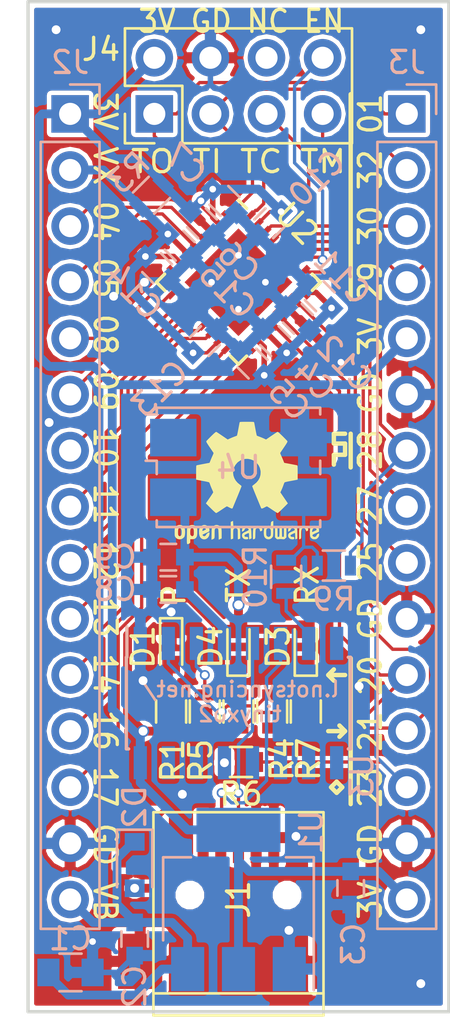
<source format=kicad_pcb>
(kicad_pcb (version 20170922) (host pcbnew "(2017-09-28 revision 6006b54dd)-master")

  (general
    (thickness 1.6)
    (drawings 31)
    (tracks 418)
    (zones 0)
    (modules 37)
    (nets 47)
  )

  (page A4)
  (layers
    (0 F.Cu signal)
    (31 B.Cu signal)
    (32 B.Adhes user)
    (33 F.Adhes user)
    (34 B.Paste user)
    (35 F.Paste user)
    (36 B.SilkS user)
    (37 F.SilkS user)
    (38 B.Mask user)
    (39 F.Mask user)
    (40 Dwgs.User user)
    (41 Cmts.User user)
    (42 Eco1.User user)
    (43 Eco2.User user)
    (44 Edge.Cuts user)
    (45 Margin user)
    (46 B.CrtYd user)
    (47 F.CrtYd user)
    (48 B.Fab user hide)
    (49 F.Fab user hide)
  )

  (setup
    (last_trace_width 0.25)
    (user_trace_width 0.15)
    (trace_clearance 0.15)
    (zone_clearance 0.2)
    (zone_45_only yes)
    (trace_min 0.15)
    (segment_width 0.2)
    (edge_width 0.15)
    (via_size 0.45)
    (via_drill 0.3)
    (via_min_size 0.45)
    (via_min_drill 0.3)
    (user_via 0.45 0.3)
    (user_via 0.55 0.4)
    (uvia_size 0.3)
    (uvia_drill 0.1)
    (uvias_allowed no)
    (uvia_min_size 0.2)
    (uvia_min_drill 0.1)
    (pcb_text_width 0.3)
    (pcb_text_size 1.5 1.5)
    (mod_edge_width 0.15)
    (mod_text_size 1 1)
    (mod_text_width 0.15)
    (pad_size 1.524 1.524)
    (pad_drill 0.762)
    (pad_to_mask_clearance 0.2)
    (aux_axis_origin 0 0)
    (visible_elements FFFFFF7F)
    (pcbplotparams
      (layerselection 0x010fc_ffffffff)
      (usegerberextensions true)
      (usegerberattributes true)
      (usegerberadvancedattributes true)
      (creategerberjobfile true)
      (excludeedgelayer true)
      (linewidth 0.100000)
      (plotframeref false)
      (viasonmask false)
      (mode 1)
      (useauxorigin false)
      (hpglpennumber 1)
      (hpglpenspeed 20)
      (hpglpendiameter 15)
      (psnegative false)
      (psa4output false)
      (plotreference true)
      (plotvalue true)
      (plotinvisibletext false)
      (padsonsilk false)
      (subtractmaskfromsilk true)
      (outputformat 1)
      (mirror false)
      (drillshape 0)
      (scaleselection 1)
      (outputdirectory gerber/))
  )

  (net 0 "")
  (net 1 /fpga/TX)
  (net 2 /fpga/RX)
  (net 3 /fpga/RS)
  (net 4 GND)
  (net 5 VBUS)
  (net 6 /fpga/VCCIO23)
  (net 7 +3V3)
  (net 8 /fpga/JTAG_TDI)
  (net 9 /fpga/JTAG_TCK)
  (net 10 /fpga/JTAG_TMS)
  (net 11 /fpga/JTAG_EN)
  (net 12 /fpga/JTAG_TDO)
  (net 13 /usbserial/DTR)
  (net 14 "Net-(U3-Pad8)")
  (net 15 /usbserial/USB-)
  (net 16 /usbserial/USB+)
  (net 17 /fpga/P27)
  (net 18 /fpga/P25)
  (net 19 /fpga/P16)
  (net 20 /fpga/P14)
  (net 21 /fpga/P13)
  (net 22 /fpga/P12)
  (net 23 /fpga/P11)
  (net 24 /fpga/P10)
  (net 25 /fpga/P9)
  (net 26 /fpga/P8)
  (net 27 /fpga/P5)
  (net 28 /fpga/P4)
  (net 29 /fpga/P17)
  (net 30 "Net-(J4-Pad6)")
  (net 31 "Net-(D1-Pad2)")
  (net 32 /fpga/TXD)
  (net 33 /fpga/RXD)
  (net 34 /fpga/CLK_FPGA)
  (net 35 /fpga/CLK_USBSER)
  (net 36 "Net-(U4-Pad1)")
  (net 37 "Net-(U3-Pad15)")
  (net 38 "Net-(U3-Pad14)")
  (net 39 "Net-(U3-Pad12)")
  (net 40 "Net-(U3-Pad11)")
  (net 41 "Net-(U3-Pad10)")
  (net 42 "Net-(U3-Pad9)")
  (net 43 "Net-(R10-Pad2)")
  (net 44 /usbserial/VU)
  (net 45 "Net-(D3-Pad1)")
  (net 46 "Net-(D4-Pad1)")

  (net_class Default "This is the default net class."
    (clearance 0.15)
    (trace_width 0.25)
    (via_dia 0.45)
    (via_drill 0.3)
    (uvia_dia 0.3)
    (uvia_drill 0.1)
    (add_net /fpga/CLK_FPGA)
    (add_net /fpga/CLK_USBSER)
    (add_net /fpga/JTAG_EN)
    (add_net /fpga/JTAG_TCK)
    (add_net /fpga/JTAG_TDI)
    (add_net /fpga/JTAG_TDO)
    (add_net /fpga/JTAG_TMS)
    (add_net /fpga/P10)
    (add_net /fpga/P11)
    (add_net /fpga/P12)
    (add_net /fpga/P13)
    (add_net /fpga/P14)
    (add_net /fpga/P16)
    (add_net /fpga/P17)
    (add_net /fpga/P25)
    (add_net /fpga/P27)
    (add_net /fpga/P4)
    (add_net /fpga/P5)
    (add_net /fpga/P8)
    (add_net /fpga/P9)
    (add_net /fpga/RS)
    (add_net /fpga/RX)
    (add_net /fpga/RXD)
    (add_net /fpga/TX)
    (add_net /fpga/TXD)
    (add_net /usbserial/DTR)
    (add_net /usbserial/USB+)
    (add_net /usbserial/USB-)
    (add_net GND)
    (add_net "Net-(D1-Pad2)")
    (add_net "Net-(D3-Pad1)")
    (add_net "Net-(D4-Pad1)")
    (add_net "Net-(J4-Pad6)")
    (add_net "Net-(R10-Pad2)")
    (add_net "Net-(U3-Pad10)")
    (add_net "Net-(U3-Pad11)")
    (add_net "Net-(U3-Pad12)")
    (add_net "Net-(U3-Pad14)")
    (add_net "Net-(U3-Pad15)")
    (add_net "Net-(U3-Pad8)")
    (add_net "Net-(U3-Pad9)")
    (add_net "Net-(U4-Pad1)")
  )

  (net_class power ""
    (clearance 0.15)
    (trace_width 0.4)
    (via_dia 0.55)
    (via_drill 0.4)
    (uvia_dia 0.3)
    (uvia_drill 0.1)
    (add_net +3V3)
    (add_net /fpga/VCCIO23)
    (add_net /usbserial/VU)
    (add_net VBUS)
  )

  (module Symbols:OSHW-Logo2_7.3x6mm_SilkScreen (layer F.Cu) (tedit 0) (tstamp 5A32F57D)
    (at 117.221 97.9805)
    (descr "Open Source Hardware Symbol")
    (tags "Logo Symbol OSHW")
    (attr virtual)
    (fp_text reference REF*** (at 0 0) (layer F.SilkS) hide
      (effects (font (size 1 1) (thickness 0.15)))
    )
    (fp_text value OSHW-Logo2_7.3x6mm_SilkScreen (at 0.75 0) (layer F.Fab) hide
      (effects (font (size 1 1) (thickness 0.15)))
    )
    (fp_poly (pts (xy -2.400256 1.919918) (xy -2.344799 1.947568) (xy -2.295852 1.99848) (xy -2.282371 2.017338)
      (xy -2.267686 2.042015) (xy -2.258158 2.068816) (xy -2.252707 2.104587) (xy -2.250253 2.156169)
      (xy -2.249714 2.224267) (xy -2.252148 2.317588) (xy -2.260606 2.387657) (xy -2.276826 2.439931)
      (xy -2.302546 2.479869) (xy -2.339503 2.512929) (xy -2.342218 2.514886) (xy -2.37864 2.534908)
      (xy -2.422498 2.544815) (xy -2.478276 2.547257) (xy -2.568952 2.547257) (xy -2.56899 2.635283)
      (xy -2.569834 2.684308) (xy -2.574976 2.713065) (xy -2.588413 2.730311) (xy -2.614142 2.744808)
      (xy -2.620321 2.747769) (xy -2.649236 2.761648) (xy -2.671624 2.770414) (xy -2.688271 2.771171)
      (xy -2.699964 2.761023) (xy -2.70749 2.737073) (xy -2.711634 2.696426) (xy -2.713185 2.636186)
      (xy -2.712929 2.553455) (xy -2.711651 2.445339) (xy -2.711252 2.413) (xy -2.709815 2.301524)
      (xy -2.708528 2.228603) (xy -2.569029 2.228603) (xy -2.568245 2.290499) (xy -2.56476 2.330997)
      (xy -2.556876 2.357708) (xy -2.542895 2.378244) (xy -2.533403 2.38826) (xy -2.494596 2.417567)
      (xy -2.460237 2.419952) (xy -2.424784 2.39575) (xy -2.423886 2.394857) (xy -2.409461 2.376153)
      (xy -2.400687 2.350732) (xy -2.396261 2.311584) (xy -2.394882 2.251697) (xy -2.394857 2.23843)
      (xy -2.398188 2.155901) (xy -2.409031 2.098691) (xy -2.42866 2.063766) (xy -2.45835 2.048094)
      (xy -2.475509 2.046514) (xy -2.516234 2.053926) (xy -2.544168 2.07833) (xy -2.560983 2.12298)
      (xy -2.56835 2.19113) (xy -2.569029 2.228603) (xy -2.708528 2.228603) (xy -2.708292 2.215245)
      (xy -2.706323 2.150333) (xy -2.70355 2.102958) (xy -2.699612 2.06929) (xy -2.694151 2.045498)
      (xy -2.686808 2.027753) (xy -2.677223 2.012224) (xy -2.673113 2.006381) (xy -2.618595 1.951185)
      (xy -2.549664 1.91989) (xy -2.469928 1.911165) (xy -2.400256 1.919918)) (layer F.SilkS) (width 0.01))
    (fp_poly (pts (xy -1.283907 1.92778) (xy -1.237328 1.954723) (xy -1.204943 1.981466) (xy -1.181258 2.009484)
      (xy -1.164941 2.043748) (xy -1.154661 2.089227) (xy -1.149086 2.150892) (xy -1.146884 2.233711)
      (xy -1.146629 2.293246) (xy -1.146629 2.512391) (xy -1.208314 2.540044) (xy -1.27 2.567697)
      (xy -1.277257 2.32767) (xy -1.280256 2.238028) (xy -1.283402 2.172962) (xy -1.287299 2.128026)
      (xy -1.292553 2.09877) (xy -1.299769 2.080748) (xy -1.30955 2.069511) (xy -1.312688 2.067079)
      (xy -1.360239 2.048083) (xy -1.408303 2.0556) (xy -1.436914 2.075543) (xy -1.448553 2.089675)
      (xy -1.456609 2.10822) (xy -1.461729 2.136334) (xy -1.464559 2.179173) (xy -1.465744 2.241895)
      (xy -1.465943 2.307261) (xy -1.465982 2.389268) (xy -1.467386 2.447316) (xy -1.472086 2.486465)
      (xy -1.482013 2.51178) (xy -1.499097 2.528323) (xy -1.525268 2.541156) (xy -1.560225 2.554491)
      (xy -1.598404 2.569007) (xy -1.593859 2.311389) (xy -1.592029 2.218519) (xy -1.589888 2.149889)
      (xy -1.586819 2.100711) (xy -1.582206 2.066198) (xy -1.575432 2.041562) (xy -1.565881 2.022016)
      (xy -1.554366 2.00477) (xy -1.49881 1.94968) (xy -1.43102 1.917822) (xy -1.357287 1.910191)
      (xy -1.283907 1.92778)) (layer F.SilkS) (width 0.01))
    (fp_poly (pts (xy -2.958885 1.921962) (xy -2.890855 1.957733) (xy -2.840649 2.015301) (xy -2.822815 2.052312)
      (xy -2.808937 2.107882) (xy -2.801833 2.178096) (xy -2.80116 2.254727) (xy -2.806573 2.329552)
      (xy -2.81773 2.394342) (xy -2.834286 2.440873) (xy -2.839374 2.448887) (xy -2.899645 2.508707)
      (xy -2.971231 2.544535) (xy -3.048908 2.55502) (xy -3.127452 2.53881) (xy -3.149311 2.529092)
      (xy -3.191878 2.499143) (xy -3.229237 2.459433) (xy -3.232768 2.454397) (xy -3.247119 2.430124)
      (xy -3.256606 2.404178) (xy -3.26221 2.370022) (xy -3.264914 2.321119) (xy -3.265701 2.250935)
      (xy -3.265714 2.2352) (xy -3.265678 2.230192) (xy -3.120571 2.230192) (xy -3.119727 2.29643)
      (xy -3.116404 2.340386) (xy -3.109417 2.368779) (xy -3.097584 2.388325) (xy -3.091543 2.394857)
      (xy -3.056814 2.41968) (xy -3.023097 2.418548) (xy -2.989005 2.397016) (xy -2.968671 2.374029)
      (xy -2.956629 2.340478) (xy -2.949866 2.287569) (xy -2.949402 2.281399) (xy -2.948248 2.185513)
      (xy -2.960312 2.114299) (xy -2.98543 2.068194) (xy -3.02344 2.047635) (xy -3.037008 2.046514)
      (xy -3.072636 2.052152) (xy -3.097006 2.071686) (xy -3.111907 2.109042) (xy -3.119125 2.16815)
      (xy -3.120571 2.230192) (xy -3.265678 2.230192) (xy -3.265174 2.160413) (xy -3.262904 2.108159)
      (xy -3.257932 2.071949) (xy -3.249287 2.045299) (xy -3.235995 2.021722) (xy -3.233057 2.017338)
      (xy -3.183687 1.958249) (xy -3.129891 1.923947) (xy -3.064398 1.910331) (xy -3.042158 1.909665)
      (xy -2.958885 1.921962)) (layer F.SilkS) (width 0.01))
    (fp_poly (pts (xy -1.831697 1.931239) (xy -1.774473 1.969735) (xy -1.730251 2.025335) (xy -1.703833 2.096086)
      (xy -1.69849 2.148162) (xy -1.699097 2.169893) (xy -1.704178 2.186531) (xy -1.718145 2.201437)
      (xy -1.745411 2.217973) (xy -1.790388 2.239498) (xy -1.857489 2.269374) (xy -1.857829 2.269524)
      (xy -1.919593 2.297813) (xy -1.970241 2.322933) (xy -2.004596 2.342179) (xy -2.017482 2.352848)
      (xy -2.017486 2.352934) (xy -2.006128 2.376166) (xy -1.979569 2.401774) (xy -1.949077 2.420221)
      (xy -1.93363 2.423886) (xy -1.891485 2.411212) (xy -1.855192 2.379471) (xy -1.837483 2.344572)
      (xy -1.820448 2.318845) (xy -1.787078 2.289546) (xy -1.747851 2.264235) (xy -1.713244 2.250471)
      (xy -1.706007 2.249714) (xy -1.697861 2.26216) (xy -1.69737 2.293972) (xy -1.703357 2.336866)
      (xy -1.714643 2.382558) (xy -1.73005 2.422761) (xy -1.730829 2.424322) (xy -1.777196 2.489062)
      (xy -1.837289 2.533097) (xy -1.905535 2.554711) (xy -1.976362 2.552185) (xy -2.044196 2.523804)
      (xy -2.047212 2.521808) (xy -2.100573 2.473448) (xy -2.13566 2.410352) (xy -2.155078 2.327387)
      (xy -2.157684 2.304078) (xy -2.162299 2.194055) (xy -2.156767 2.142748) (xy -2.017486 2.142748)
      (xy -2.015676 2.174753) (xy -2.005778 2.184093) (xy -1.981102 2.177105) (xy -1.942205 2.160587)
      (xy -1.898725 2.139881) (xy -1.897644 2.139333) (xy -1.860791 2.119949) (xy -1.846 2.107013)
      (xy -1.849647 2.093451) (xy -1.865005 2.075632) (xy -1.904077 2.049845) (xy -1.946154 2.04795)
      (xy -1.983897 2.066717) (xy -2.009966 2.102915) (xy -2.017486 2.142748) (xy -2.156767 2.142748)
      (xy -2.152806 2.106027) (xy -2.12845 2.036212) (xy -2.094544 1.987302) (xy -2.033347 1.937878)
      (xy -1.965937 1.913359) (xy -1.89712 1.911797) (xy -1.831697 1.931239)) (layer F.SilkS) (width 0.01))
    (fp_poly (pts (xy -0.624114 1.851289) (xy -0.619861 1.910613) (xy -0.614975 1.945572) (xy -0.608205 1.96082)
      (xy -0.598298 1.961015) (xy -0.595086 1.959195) (xy -0.552356 1.946015) (xy -0.496773 1.946785)
      (xy -0.440263 1.960333) (xy -0.404918 1.977861) (xy -0.368679 2.005861) (xy -0.342187 2.037549)
      (xy -0.324001 2.077813) (xy -0.312678 2.131543) (xy -0.306778 2.203626) (xy -0.304857 2.298951)
      (xy -0.304823 2.317237) (xy -0.3048 2.522646) (xy -0.350509 2.53858) (xy -0.382973 2.54942)
      (xy -0.400785 2.554468) (xy -0.401309 2.554514) (xy -0.403063 2.540828) (xy -0.404556 2.503076)
      (xy -0.405674 2.446224) (xy -0.406303 2.375234) (xy -0.4064 2.332073) (xy -0.406602 2.246973)
      (xy -0.407642 2.185981) (xy -0.410169 2.144177) (xy -0.414836 2.116642) (xy -0.422293 2.098456)
      (xy -0.433189 2.084698) (xy -0.439993 2.078073) (xy -0.486728 2.051375) (xy -0.537728 2.049375)
      (xy -0.583999 2.071955) (xy -0.592556 2.080107) (xy -0.605107 2.095436) (xy -0.613812 2.113618)
      (xy -0.619369 2.139909) (xy -0.622474 2.179562) (xy -0.623824 2.237832) (xy -0.624114 2.318173)
      (xy -0.624114 2.522646) (xy -0.669823 2.53858) (xy -0.702287 2.54942) (xy -0.720099 2.554468)
      (xy -0.720623 2.554514) (xy -0.721963 2.540623) (xy -0.723172 2.501439) (xy -0.724199 2.4407)
      (xy -0.724998 2.362141) (xy -0.725519 2.269498) (xy -0.725714 2.166509) (xy -0.725714 1.769342)
      (xy -0.678543 1.749444) (xy -0.631371 1.729547) (xy -0.624114 1.851289)) (layer F.SilkS) (width 0.01))
    (fp_poly (pts (xy 0.039744 1.950968) (xy 0.096616 1.972087) (xy 0.097267 1.972493) (xy 0.13244 1.99838)
      (xy 0.158407 2.028633) (xy 0.17667 2.068058) (xy 0.188732 2.121462) (xy 0.196096 2.193651)
      (xy 0.200264 2.289432) (xy 0.200629 2.303078) (xy 0.205876 2.508842) (xy 0.161716 2.531678)
      (xy 0.129763 2.54711) (xy 0.11047 2.554423) (xy 0.109578 2.554514) (xy 0.106239 2.541022)
      (xy 0.103587 2.504626) (xy 0.101956 2.451452) (xy 0.1016 2.408393) (xy 0.101592 2.338641)
      (xy 0.098403 2.294837) (xy 0.087288 2.273944) (xy 0.063501 2.272925) (xy 0.022296 2.288741)
      (xy -0.039914 2.317815) (xy -0.085659 2.341963) (xy -0.109187 2.362913) (xy -0.116104 2.385747)
      (xy -0.116114 2.386877) (xy -0.104701 2.426212) (xy -0.070908 2.447462) (xy -0.019191 2.450539)
      (xy 0.018061 2.450006) (xy 0.037703 2.460735) (xy 0.049952 2.486505) (xy 0.057002 2.519337)
      (xy 0.046842 2.537966) (xy 0.043017 2.540632) (xy 0.007001 2.55134) (xy -0.043434 2.552856)
      (xy -0.095374 2.545759) (xy -0.132178 2.532788) (xy -0.183062 2.489585) (xy -0.211986 2.429446)
      (xy -0.217714 2.382462) (xy -0.213343 2.340082) (xy -0.197525 2.305488) (xy -0.166203 2.274763)
      (xy -0.115322 2.24399) (xy -0.040824 2.209252) (xy -0.036286 2.207288) (xy 0.030821 2.176287)
      (xy 0.072232 2.150862) (xy 0.089981 2.128014) (xy 0.086107 2.104745) (xy 0.062643 2.078056)
      (xy 0.055627 2.071914) (xy 0.00863 2.0481) (xy -0.040067 2.049103) (xy -0.082478 2.072451)
      (xy -0.110616 2.115675) (xy -0.113231 2.12416) (xy -0.138692 2.165308) (xy -0.170999 2.185128)
      (xy -0.217714 2.20477) (xy -0.217714 2.15395) (xy -0.203504 2.080082) (xy -0.161325 2.012327)
      (xy -0.139376 1.989661) (xy -0.089483 1.960569) (xy -0.026033 1.9474) (xy 0.039744 1.950968)) (layer F.SilkS) (width 0.01))
    (fp_poly (pts (xy 0.529926 1.949755) (xy 0.595858 1.974084) (xy 0.649273 2.017117) (xy 0.670164 2.047409)
      (xy 0.692939 2.102994) (xy 0.692466 2.143186) (xy 0.668562 2.170217) (xy 0.659717 2.174813)
      (xy 0.62153 2.189144) (xy 0.602028 2.185472) (xy 0.595422 2.161407) (xy 0.595086 2.148114)
      (xy 0.582992 2.09921) (xy 0.551471 2.064999) (xy 0.507659 2.048476) (xy 0.458695 2.052634)
      (xy 0.418894 2.074227) (xy 0.40545 2.086544) (xy 0.395921 2.101487) (xy 0.389485 2.124075)
      (xy 0.385317 2.159328) (xy 0.382597 2.212266) (xy 0.380502 2.287907) (xy 0.37996 2.311857)
      (xy 0.377981 2.39379) (xy 0.375731 2.451455) (xy 0.372357 2.489608) (xy 0.367006 2.513004)
      (xy 0.358824 2.526398) (xy 0.346959 2.534545) (xy 0.339362 2.538144) (xy 0.307102 2.550452)
      (xy 0.288111 2.554514) (xy 0.281836 2.540948) (xy 0.278006 2.499934) (xy 0.2766 2.430999)
      (xy 0.277598 2.333669) (xy 0.277908 2.318657) (xy 0.280101 2.229859) (xy 0.282693 2.165019)
      (xy 0.286382 2.119067) (xy 0.291864 2.086935) (xy 0.299835 2.063553) (xy 0.310993 2.043852)
      (xy 0.31683 2.03541) (xy 0.350296 1.998057) (xy 0.387727 1.969003) (xy 0.392309 1.966467)
      (xy 0.459426 1.946443) (xy 0.529926 1.949755)) (layer F.SilkS) (width 0.01))
    (fp_poly (pts (xy 1.190117 2.065358) (xy 1.189933 2.173837) (xy 1.189219 2.257287) (xy 1.187675 2.319704)
      (xy 1.185001 2.365085) (xy 1.180894 2.397429) (xy 1.175055 2.420733) (xy 1.167182 2.438995)
      (xy 1.161221 2.449418) (xy 1.111855 2.505945) (xy 1.049264 2.541377) (xy 0.980013 2.55409)
      (xy 0.910668 2.542463) (xy 0.869375 2.521568) (xy 0.826025 2.485422) (xy 0.796481 2.441276)
      (xy 0.778655 2.383462) (xy 0.770463 2.306313) (xy 0.769302 2.249714) (xy 0.769458 2.245647)
      (xy 0.870857 2.245647) (xy 0.871476 2.31055) (xy 0.874314 2.353514) (xy 0.88084 2.381622)
      (xy 0.892523 2.401953) (xy 0.906483 2.417288) (xy 0.953365 2.44689) (xy 1.003701 2.449419)
      (xy 1.051276 2.424705) (xy 1.054979 2.421356) (xy 1.070783 2.403935) (xy 1.080693 2.383209)
      (xy 1.086058 2.352362) (xy 1.088228 2.304577) (xy 1.088571 2.251748) (xy 1.087827 2.185381)
      (xy 1.084748 2.141106) (xy 1.078061 2.112009) (xy 1.066496 2.091173) (xy 1.057013 2.080107)
      (xy 1.01296 2.052198) (xy 0.962224 2.048843) (xy 0.913796 2.070159) (xy 0.90445 2.078073)
      (xy 0.88854 2.095647) (xy 0.87861 2.116587) (xy 0.873278 2.147782) (xy 0.871163 2.196122)
      (xy 0.870857 2.245647) (xy 0.769458 2.245647) (xy 0.77281 2.158568) (xy 0.784726 2.090086)
      (xy 0.807135 2.0386) (xy 0.842124 1.998443) (xy 0.869375 1.977861) (xy 0.918907 1.955625)
      (xy 0.976316 1.945304) (xy 1.029682 1.948067) (xy 1.059543 1.959212) (xy 1.071261 1.962383)
      (xy 1.079037 1.950557) (xy 1.084465 1.918866) (xy 1.088571 1.870593) (xy 1.093067 1.816829)
      (xy 1.099313 1.784482) (xy 1.110676 1.765985) (xy 1.130528 1.75377) (xy 1.143 1.748362)
      (xy 1.190171 1.728601) (xy 1.190117 2.065358)) (layer F.SilkS) (width 0.01))
    (fp_poly (pts (xy 1.779833 1.958663) (xy 1.782048 1.99685) (xy 1.783784 2.054886) (xy 1.784899 2.12818)
      (xy 1.785257 2.205055) (xy 1.785257 2.465196) (xy 1.739326 2.511127) (xy 1.707675 2.539429)
      (xy 1.67989 2.550893) (xy 1.641915 2.550168) (xy 1.62684 2.548321) (xy 1.579726 2.542948)
      (xy 1.540756 2.539869) (xy 1.531257 2.539585) (xy 1.499233 2.541445) (xy 1.453432 2.546114)
      (xy 1.435674 2.548321) (xy 1.392057 2.551735) (xy 1.362745 2.54432) (xy 1.33368 2.521427)
      (xy 1.323188 2.511127) (xy 1.277257 2.465196) (xy 1.277257 1.978602) (xy 1.314226 1.961758)
      (xy 1.346059 1.949282) (xy 1.364683 1.944914) (xy 1.369458 1.958718) (xy 1.373921 1.997286)
      (xy 1.377775 2.056356) (xy 1.380722 2.131663) (xy 1.382143 2.195286) (xy 1.386114 2.445657)
      (xy 1.420759 2.450556) (xy 1.452268 2.447131) (xy 1.467708 2.436041) (xy 1.472023 2.415308)
      (xy 1.475708 2.371145) (xy 1.478469 2.309146) (xy 1.480012 2.234909) (xy 1.480235 2.196706)
      (xy 1.480457 1.976783) (xy 1.526166 1.960849) (xy 1.558518 1.950015) (xy 1.576115 1.944962)
      (xy 1.576623 1.944914) (xy 1.578388 1.958648) (xy 1.580329 1.99673) (xy 1.582282 2.054482)
      (xy 1.584084 2.127227) (xy 1.585343 2.195286) (xy 1.589314 2.445657) (xy 1.6764 2.445657)
      (xy 1.680396 2.21724) (xy 1.684392 1.988822) (xy 1.726847 1.966868) (xy 1.758192 1.951793)
      (xy 1.776744 1.944951) (xy 1.777279 1.944914) (xy 1.779833 1.958663)) (layer F.SilkS) (width 0.01))
    (fp_poly (pts (xy 2.144876 1.956335) (xy 2.186667 1.975344) (xy 2.219469 1.998378) (xy 2.243503 2.024133)
      (xy 2.260097 2.057358) (xy 2.270577 2.1028) (xy 2.276271 2.165207) (xy 2.278507 2.249327)
      (xy 2.278743 2.304721) (xy 2.278743 2.520826) (xy 2.241774 2.53767) (xy 2.212656 2.549981)
      (xy 2.198231 2.554514) (xy 2.195472 2.541025) (xy 2.193282 2.504653) (xy 2.191942 2.451542)
      (xy 2.191657 2.409372) (xy 2.190434 2.348447) (xy 2.187136 2.300115) (xy 2.182321 2.270518)
      (xy 2.178496 2.264229) (xy 2.152783 2.270652) (xy 2.112418 2.287125) (xy 2.065679 2.309458)
      (xy 2.020845 2.333457) (xy 1.986193 2.35493) (xy 1.970002 2.369685) (xy 1.969938 2.369845)
      (xy 1.97133 2.397152) (xy 1.983818 2.423219) (xy 2.005743 2.444392) (xy 2.037743 2.451474)
      (xy 2.065092 2.450649) (xy 2.103826 2.450042) (xy 2.124158 2.459116) (xy 2.136369 2.483092)
      (xy 2.137909 2.487613) (xy 2.143203 2.521806) (xy 2.129047 2.542568) (xy 2.092148 2.552462)
      (xy 2.052289 2.554292) (xy 1.980562 2.540727) (xy 1.943432 2.521355) (xy 1.897576 2.475845)
      (xy 1.873256 2.419983) (xy 1.871073 2.360957) (xy 1.891629 2.305953) (xy 1.922549 2.271486)
      (xy 1.95342 2.252189) (xy 2.001942 2.227759) (xy 2.058485 2.202985) (xy 2.06791 2.199199)
      (xy 2.130019 2.171791) (xy 2.165822 2.147634) (xy 2.177337 2.123619) (xy 2.16658 2.096635)
      (xy 2.148114 2.075543) (xy 2.104469 2.049572) (xy 2.056446 2.047624) (xy 2.012406 2.067637)
      (xy 1.980709 2.107551) (xy 1.976549 2.117848) (xy 1.952327 2.155724) (xy 1.916965 2.183842)
      (xy 1.872343 2.206917) (xy 1.872343 2.141485) (xy 1.874969 2.101506) (xy 1.88623 2.069997)
      (xy 1.911199 2.036378) (xy 1.935169 2.010484) (xy 1.972441 1.973817) (xy 2.001401 1.954121)
      (xy 2.032505 1.94622) (xy 2.067713 1.944914) (xy 2.144876 1.956335)) (layer F.SilkS) (width 0.01))
    (fp_poly (pts (xy 2.6526 1.958752) (xy 2.669948 1.966334) (xy 2.711356 1.999128) (xy 2.746765 2.046547)
      (xy 2.768664 2.097151) (xy 2.772229 2.122098) (xy 2.760279 2.156927) (xy 2.734067 2.175357)
      (xy 2.705964 2.186516) (xy 2.693095 2.188572) (xy 2.686829 2.173649) (xy 2.674456 2.141175)
      (xy 2.669028 2.126502) (xy 2.63859 2.075744) (xy 2.59452 2.050427) (xy 2.53801 2.051206)
      (xy 2.533825 2.052203) (xy 2.503655 2.066507) (xy 2.481476 2.094393) (xy 2.466327 2.139287)
      (xy 2.45725 2.204615) (xy 2.453286 2.293804) (xy 2.452914 2.341261) (xy 2.45273 2.416071)
      (xy 2.451522 2.467069) (xy 2.448309 2.499471) (xy 2.442109 2.518495) (xy 2.43194 2.529356)
      (xy 2.416819 2.537272) (xy 2.415946 2.53767) (xy 2.386828 2.549981) (xy 2.372403 2.554514)
      (xy 2.370186 2.540809) (xy 2.368289 2.502925) (xy 2.366847 2.445715) (xy 2.365998 2.374027)
      (xy 2.365829 2.321565) (xy 2.366692 2.220047) (xy 2.37007 2.143032) (xy 2.377142 2.086023)
      (xy 2.389088 2.044526) (xy 2.40709 2.014043) (xy 2.432327 1.99008) (xy 2.457247 1.973355)
      (xy 2.517171 1.951097) (xy 2.586911 1.946076) (xy 2.6526 1.958752)) (layer F.SilkS) (width 0.01))
    (fp_poly (pts (xy 3.153595 1.966966) (xy 3.211021 2.004497) (xy 3.238719 2.038096) (xy 3.260662 2.099064)
      (xy 3.262405 2.147308) (xy 3.258457 2.211816) (xy 3.109686 2.276934) (xy 3.037349 2.310202)
      (xy 2.990084 2.336964) (xy 2.965507 2.360144) (xy 2.961237 2.382667) (xy 2.974889 2.407455)
      (xy 2.989943 2.423886) (xy 3.033746 2.450235) (xy 3.081389 2.452081) (xy 3.125145 2.431546)
      (xy 3.157289 2.390752) (xy 3.163038 2.376347) (xy 3.190576 2.331356) (xy 3.222258 2.312182)
      (xy 3.265714 2.295779) (xy 3.265714 2.357966) (xy 3.261872 2.400283) (xy 3.246823 2.435969)
      (xy 3.21528 2.476943) (xy 3.210592 2.482267) (xy 3.175506 2.51872) (xy 3.145347 2.538283)
      (xy 3.107615 2.547283) (xy 3.076335 2.55023) (xy 3.020385 2.550965) (xy 2.980555 2.54166)
      (xy 2.955708 2.527846) (xy 2.916656 2.497467) (xy 2.889625 2.464613) (xy 2.872517 2.423294)
      (xy 2.863238 2.367521) (xy 2.859693 2.291305) (xy 2.85941 2.252622) (xy 2.860372 2.206247)
      (xy 2.948007 2.206247) (xy 2.949023 2.231126) (xy 2.951556 2.2352) (xy 2.968274 2.229665)
      (xy 3.004249 2.215017) (xy 3.052331 2.19419) (xy 3.062386 2.189714) (xy 3.123152 2.158814)
      (xy 3.156632 2.131657) (xy 3.16399 2.10622) (xy 3.146391 2.080481) (xy 3.131856 2.069109)
      (xy 3.07941 2.046364) (xy 3.030322 2.050122) (xy 2.989227 2.077884) (xy 2.960758 2.127152)
      (xy 2.951631 2.166257) (xy 2.948007 2.206247) (xy 2.860372 2.206247) (xy 2.861285 2.162249)
      (xy 2.868196 2.095384) (xy 2.881884 2.046695) (xy 2.904096 2.010849) (xy 2.936574 1.982513)
      (xy 2.950733 1.973355) (xy 3.015053 1.949507) (xy 3.085473 1.948006) (xy 3.153595 1.966966)) (layer F.SilkS) (width 0.01))
    (fp_poly (pts (xy 0.10391 -2.757652) (xy 0.182454 -2.757222) (xy 0.239298 -2.756058) (xy 0.278105 -2.753793)
      (xy 0.302538 -2.75006) (xy 0.316262 -2.744494) (xy 0.32294 -2.736727) (xy 0.326236 -2.726395)
      (xy 0.326556 -2.725057) (xy 0.331562 -2.700921) (xy 0.340829 -2.653299) (xy 0.353392 -2.587259)
      (xy 0.368287 -2.507872) (xy 0.384551 -2.420204) (xy 0.385119 -2.417125) (xy 0.40141 -2.331211)
      (xy 0.416652 -2.255304) (xy 0.429861 -2.193955) (xy 0.440054 -2.151718) (xy 0.446248 -2.133145)
      (xy 0.446543 -2.132816) (xy 0.464788 -2.123747) (xy 0.502405 -2.108633) (xy 0.551271 -2.090738)
      (xy 0.551543 -2.090642) (xy 0.613093 -2.067507) (xy 0.685657 -2.038035) (xy 0.754057 -2.008403)
      (xy 0.757294 -2.006938) (xy 0.868702 -1.956374) (xy 1.115399 -2.12484) (xy 1.191077 -2.176197)
      (xy 1.259631 -2.222111) (xy 1.317088 -2.25997) (xy 1.359476 -2.287163) (xy 1.382825 -2.301079)
      (xy 1.385042 -2.302111) (xy 1.40201 -2.297516) (xy 1.433701 -2.275345) (xy 1.481352 -2.234553)
      (xy 1.546198 -2.174095) (xy 1.612397 -2.109773) (xy 1.676214 -2.046388) (xy 1.733329 -1.988549)
      (xy 1.780305 -1.939825) (xy 1.813703 -1.90379) (xy 1.830085 -1.884016) (xy 1.830694 -1.882998)
      (xy 1.832505 -1.869428) (xy 1.825683 -1.847267) (xy 1.80854 -1.813522) (xy 1.779393 -1.7652)
      (xy 1.736555 -1.699308) (xy 1.679448 -1.614483) (xy 1.628766 -1.539823) (xy 1.583461 -1.47286)
      (xy 1.54615 -1.417484) (xy 1.519452 -1.37758) (xy 1.505985 -1.357038) (xy 1.505137 -1.355644)
      (xy 1.506781 -1.335962) (xy 1.519245 -1.297707) (xy 1.540048 -1.248111) (xy 1.547462 -1.232272)
      (xy 1.579814 -1.16171) (xy 1.614328 -1.081647) (xy 1.642365 -1.012371) (xy 1.662568 -0.960955)
      (xy 1.678615 -0.921881) (xy 1.687888 -0.901459) (xy 1.689041 -0.899886) (xy 1.706096 -0.897279)
      (xy 1.746298 -0.890137) (xy 1.804302 -0.879477) (xy 1.874763 -0.866315) (xy 1.952335 -0.851667)
      (xy 2.031672 -0.836551) (xy 2.107431 -0.821982) (xy 2.174264 -0.808978) (xy 2.226828 -0.798555)
      (xy 2.259776 -0.79173) (xy 2.267857 -0.789801) (xy 2.276205 -0.785038) (xy 2.282506 -0.774282)
      (xy 2.287045 -0.753902) (xy 2.290104 -0.720266) (xy 2.291967 -0.669745) (xy 2.292918 -0.598708)
      (xy 2.29324 -0.503524) (xy 2.293257 -0.464508) (xy 2.293257 -0.147201) (xy 2.217057 -0.132161)
      (xy 2.174663 -0.124005) (xy 2.1114 -0.112101) (xy 2.034962 -0.097884) (xy 1.953043 -0.08279)
      (xy 1.9304 -0.078645) (xy 1.854806 -0.063947) (xy 1.788953 -0.049495) (xy 1.738366 -0.036625)
      (xy 1.708574 -0.026678) (xy 1.703612 -0.023713) (xy 1.691426 -0.002717) (xy 1.673953 0.037967)
      (xy 1.654577 0.090322) (xy 1.650734 0.1016) (xy 1.625339 0.171523) (xy 1.593817 0.250418)
      (xy 1.562969 0.321266) (xy 1.562817 0.321595) (xy 1.511447 0.432733) (xy 1.680399 0.681253)
      (xy 1.849352 0.929772) (xy 1.632429 1.147058) (xy 1.566819 1.211726) (xy 1.506979 1.268733)
      (xy 1.456267 1.315033) (xy 1.418046 1.347584) (xy 1.395675 1.363343) (xy 1.392466 1.364343)
      (xy 1.373626 1.356469) (xy 1.33518 1.334578) (xy 1.28133 1.301267) (xy 1.216276 1.259131)
      (xy 1.14594 1.211943) (xy 1.074555 1.16381) (xy 1.010908 1.121928) (xy 0.959041 1.088871)
      (xy 0.922995 1.067218) (xy 0.906867 1.059543) (xy 0.887189 1.066037) (xy 0.849875 1.08315)
      (xy 0.802621 1.107326) (xy 0.797612 1.110013) (xy 0.733977 1.141927) (xy 0.690341 1.157579)
      (xy 0.663202 1.157745) (xy 0.649057 1.143204) (xy 0.648975 1.143) (xy 0.641905 1.125779)
      (xy 0.625042 1.084899) (xy 0.599695 1.023525) (xy 0.567171 0.944819) (xy 0.528778 0.851947)
      (xy 0.485822 0.748072) (xy 0.444222 0.647502) (xy 0.398504 0.536516) (xy 0.356526 0.433703)
      (xy 0.319548 0.342215) (xy 0.288827 0.265201) (xy 0.265622 0.205815) (xy 0.25119 0.167209)
      (xy 0.246743 0.1528) (xy 0.257896 0.136272) (xy 0.287069 0.10993) (xy 0.325971 0.080887)
      (xy 0.436757 -0.010961) (xy 0.523351 -0.116241) (xy 0.584716 -0.232734) (xy 0.619815 -0.358224)
      (xy 0.627608 -0.490493) (xy 0.621943 -0.551543) (xy 0.591078 -0.678205) (xy 0.53792 -0.790059)
      (xy 0.465767 -0.885999) (xy 0.377917 -0.964924) (xy 0.277665 -1.02573) (xy 0.16831 -1.067313)
      (xy 0.053147 -1.088572) (xy -0.064525 -1.088401) (xy -0.18141 -1.065699) (xy -0.294211 -1.019362)
      (xy -0.399631 -0.948287) (xy -0.443632 -0.908089) (xy -0.528021 -0.804871) (xy -0.586778 -0.692075)
      (xy -0.620296 -0.57299) (xy -0.628965 -0.450905) (xy -0.613177 -0.329107) (xy -0.573322 -0.210884)
      (xy -0.509793 -0.099525) (xy -0.422979 0.001684) (xy -0.325971 0.080887) (xy -0.285563 0.111162)
      (xy -0.257018 0.137219) (xy -0.246743 0.152825) (xy -0.252123 0.169843) (xy -0.267425 0.2105)
      (xy -0.291388 0.271642) (xy -0.322756 0.350119) (xy -0.360268 0.44278) (xy -0.402667 0.546472)
      (xy -0.444337 0.647526) (xy -0.49031 0.758607) (xy -0.532893 0.861541) (xy -0.570779 0.953165)
      (xy -0.60266 1.030316) (xy -0.627229 1.089831) (xy -0.64318 1.128544) (xy -0.64909 1.143)
      (xy -0.663052 1.157685) (xy -0.69006 1.157642) (xy -0.733587 1.142099) (xy -0.79711 1.110284)
      (xy -0.797612 1.110013) (xy -0.84544 1.085323) (xy -0.884103 1.067338) (xy -0.905905 1.059614)
      (xy -0.906867 1.059543) (xy -0.923279 1.067378) (xy -0.959513 1.089165) (xy -1.011526 1.122328)
      (xy -1.075275 1.164291) (xy -1.14594 1.211943) (xy -1.217884 1.260191) (xy -1.282726 1.302151)
      (xy -1.336265 1.335227) (xy -1.374303 1.356821) (xy -1.392467 1.364343) (xy -1.409192 1.354457)
      (xy -1.44282 1.326826) (xy -1.48999 1.284495) (xy -1.547342 1.230505) (xy -1.611516 1.167899)
      (xy -1.632503 1.146983) (xy -1.849501 0.929623) (xy -1.684332 0.68722) (xy -1.634136 0.612781)
      (xy -1.590081 0.545972) (xy -1.554638 0.490665) (xy -1.530281 0.450729) (xy -1.519478 0.430036)
      (xy -1.519162 0.428563) (xy -1.524857 0.409058) (xy -1.540174 0.369822) (xy -1.562463 0.31743)
      (xy -1.578107 0.282355) (xy -1.607359 0.215201) (xy -1.634906 0.147358) (xy -1.656263 0.090034)
      (xy -1.662065 0.072572) (xy -1.678548 0.025938) (xy -1.69466 -0.010095) (xy -1.70351 -0.023713)
      (xy -1.72304 -0.032048) (xy -1.765666 -0.043863) (xy -1.825855 -0.057819) (xy -1.898078 -0.072578)
      (xy -1.9304 -0.078645) (xy -2.012478 -0.093727) (xy -2.091205 -0.108331) (xy -2.158891 -0.12102)
      (xy -2.20784 -0.130358) (xy -2.217057 -0.132161) (xy -2.293257 -0.147201) (xy -2.293257 -0.464508)
      (xy -2.293086 -0.568846) (xy -2.292384 -0.647787) (xy -2.290866 -0.704962) (xy -2.288251 -0.744001)
      (xy -2.284254 -0.768535) (xy -2.278591 -0.782195) (xy -2.27098 -0.788611) (xy -2.267857 -0.789801)
      (xy -2.249022 -0.79402) (xy -2.207412 -0.802438) (xy -2.14837 -0.814039) (xy -2.077243 -0.827805)
      (xy -1.999375 -0.84272) (xy -1.920113 -0.857768) (xy -1.844802 -0.871931) (xy -1.778787 -0.884194)
      (xy -1.727413 -0.893539) (xy -1.696025 -0.89895) (xy -1.689041 -0.899886) (xy -1.682715 -0.912404)
      (xy -1.66871 -0.945754) (xy -1.649645 -0.993623) (xy -1.642366 -1.012371) (xy -1.613004 -1.084805)
      (xy -1.578429 -1.16483) (xy -1.547463 -1.232272) (xy -1.524677 -1.283841) (xy -1.509518 -1.326215)
      (xy -1.504458 -1.352166) (xy -1.505264 -1.355644) (xy -1.515959 -1.372064) (xy -1.54038 -1.408583)
      (xy -1.575905 -1.461313) (xy -1.619913 -1.526365) (xy -1.669783 -1.599849) (xy -1.679644 -1.614355)
      (xy -1.737508 -1.700296) (xy -1.780044 -1.765739) (xy -1.808946 -1.813696) (xy -1.82591 -1.84718)
      (xy -1.832633 -1.869205) (xy -1.83081 -1.882783) (xy -1.830764 -1.882869) (xy -1.816414 -1.900703)
      (xy -1.784677 -1.935183) (xy -1.73899 -1.982732) (xy -1.682796 -2.039778) (xy -1.619532 -2.102745)
      (xy -1.612398 -2.109773) (xy -1.53267 -2.18698) (xy -1.471143 -2.24367) (xy -1.426579 -2.28089)
      (xy -1.397743 -2.299685) (xy -1.385042 -2.302111) (xy -1.366506 -2.291529) (xy -1.328039 -2.267084)
      (xy -1.273614 -2.231388) (xy -1.207202 -2.187053) (xy -1.132775 -2.136689) (xy -1.115399 -2.12484)
      (xy -0.868703 -1.956374) (xy -0.757294 -2.006938) (xy -0.689543 -2.036405) (xy -0.616817 -2.066041)
      (xy -0.554297 -2.08967) (xy -0.551543 -2.090642) (xy -0.50264 -2.108543) (xy -0.464943 -2.12368)
      (xy -0.446575 -2.13279) (xy -0.446544 -2.132816) (xy -0.440715 -2.149283) (xy -0.430808 -2.189781)
      (xy -0.417805 -2.249758) (xy -0.402691 -2.32466) (xy -0.386448 -2.409936) (xy -0.385119 -2.417125)
      (xy -0.368825 -2.504986) (xy -0.353867 -2.58474) (xy -0.341209 -2.651319) (xy -0.331814 -2.699653)
      (xy -0.326646 -2.724675) (xy -0.326556 -2.725057) (xy -0.323411 -2.735701) (xy -0.317296 -2.743738)
      (xy -0.304547 -2.749533) (xy -0.2815 -2.753453) (xy -0.244491 -2.755865) (xy -0.189856 -2.757135)
      (xy -0.113933 -2.757629) (xy -0.013056 -2.757714) (xy 0 -2.757714) (xy 0.10391 -2.757652)) (layer F.SilkS) (width 0.01))
  )

  (module LEDs:LED_0603 (layer F.Cu) (tedit 57FE93A5) (tstamp 59E00625)
    (at 119.888 105.41 90)
    (descr "LED 0603 smd package")
    (tags "LED led 0603 SMD smd SMT smt smdled SMDLED smtled SMTLED")
    (path /59CE819F/59CEB277)
    (attr smd)
    (fp_text reference D3 (at 0 -1.25 90) (layer F.SilkS)
      (effects (font (size 1 1) (thickness 0.15)))
    )
    (fp_text value Rd (at 0 1.35 90) (layer F.Fab)
      (effects (font (size 1 1) (thickness 0.15)))
    )
    (fp_line (start -1.45 -0.65) (end 1.45 -0.65) (layer F.CrtYd) (width 0.05))
    (fp_line (start -1.45 0.65) (end -1.45 -0.65) (layer F.CrtYd) (width 0.05))
    (fp_line (start 1.45 0.65) (end -1.45 0.65) (layer F.CrtYd) (width 0.05))
    (fp_line (start 1.45 -0.65) (end 1.45 0.65) (layer F.CrtYd) (width 0.05))
    (fp_line (start -1.3 -0.5) (end 0.8 -0.5) (layer F.SilkS) (width 0.12))
    (fp_line (start -1.3 0.5) (end 0.8 0.5) (layer F.SilkS) (width 0.12))
    (fp_line (start -0.8 0.4) (end -0.8 -0.4) (layer F.Fab) (width 0.1))
    (fp_line (start -0.8 -0.4) (end 0.8 -0.4) (layer F.Fab) (width 0.1))
    (fp_line (start 0.8 -0.4) (end 0.8 0.4) (layer F.Fab) (width 0.1))
    (fp_line (start 0.8 0.4) (end -0.8 0.4) (layer F.Fab) (width 0.1))
    (fp_line (start 0.15 -0.2) (end 0.15 0.2) (layer F.Fab) (width 0.1))
    (fp_line (start 0.15 0.2) (end -0.15 0) (layer F.Fab) (width 0.1))
    (fp_line (start -0.15 0) (end 0.15 -0.2) (layer F.Fab) (width 0.1))
    (fp_line (start -0.2 -0.2) (end -0.2 0.2) (layer F.Fab) (width 0.1))
    (fp_line (start -1.3 -0.5) (end -1.3 0.5) (layer F.SilkS) (width 0.12))
    (pad 1 smd rect (at -0.8 0 270) (size 0.8 0.8) (layers F.Cu F.Paste F.Mask)
      (net 45 "Net-(D3-Pad1)"))
    (pad 2 smd rect (at 0.8 0 270) (size 0.8 0.8) (layers F.Cu F.Paste F.Mask)
      (net 7 +3V3))
    (model ${KISYS3DMOD}/LEDs.3dshapes/LED_0603.wrl
      (at (xyz 0 0 0))
      (scale (xyz 1 1 1))
      (rotate (xyz 0 0 180))
    )
  )

  (module LEDs:LED_0603 (layer F.Cu) (tedit 57FE93A5) (tstamp 59E0063A)
    (at 116.84 105.41 90)
    (descr "LED 0603 smd package")
    (tags "LED led 0603 SMD smd SMT smt smdled SMDLED smtled SMTLED")
    (path /59CE819F/59CEAE2F)
    (attr smd)
    (fp_text reference D4 (at 0 -1.25 90) (layer F.SilkS)
      (effects (font (size 1 1) (thickness 0.15)))
    )
    (fp_text value Or (at 0 1.35 90) (layer F.Fab)
      (effects (font (size 1 1) (thickness 0.15)))
    )
    (fp_line (start -1.3 -0.5) (end -1.3 0.5) (layer F.SilkS) (width 0.12))
    (fp_line (start -0.2 -0.2) (end -0.2 0.2) (layer F.Fab) (width 0.1))
    (fp_line (start -0.15 0) (end 0.15 -0.2) (layer F.Fab) (width 0.1))
    (fp_line (start 0.15 0.2) (end -0.15 0) (layer F.Fab) (width 0.1))
    (fp_line (start 0.15 -0.2) (end 0.15 0.2) (layer F.Fab) (width 0.1))
    (fp_line (start 0.8 0.4) (end -0.8 0.4) (layer F.Fab) (width 0.1))
    (fp_line (start 0.8 -0.4) (end 0.8 0.4) (layer F.Fab) (width 0.1))
    (fp_line (start -0.8 -0.4) (end 0.8 -0.4) (layer F.Fab) (width 0.1))
    (fp_line (start -0.8 0.4) (end -0.8 -0.4) (layer F.Fab) (width 0.1))
    (fp_line (start -1.3 0.5) (end 0.8 0.5) (layer F.SilkS) (width 0.12))
    (fp_line (start -1.3 -0.5) (end 0.8 -0.5) (layer F.SilkS) (width 0.12))
    (fp_line (start 1.45 -0.65) (end 1.45 0.65) (layer F.CrtYd) (width 0.05))
    (fp_line (start 1.45 0.65) (end -1.45 0.65) (layer F.CrtYd) (width 0.05))
    (fp_line (start -1.45 0.65) (end -1.45 -0.65) (layer F.CrtYd) (width 0.05))
    (fp_line (start -1.45 -0.65) (end 1.45 -0.65) (layer F.CrtYd) (width 0.05))
    (pad 2 smd rect (at 0.8 0 270) (size 0.8 0.8) (layers F.Cu F.Paste F.Mask)
      (net 7 +3V3))
    (pad 1 smd rect (at -0.8 0 270) (size 0.8 0.8) (layers F.Cu F.Paste F.Mask)
      (net 46 "Net-(D4-Pad1)"))
    (model ${KISYS3DMOD}/LEDs.3dshapes/LED_0603.wrl
      (at (xyz 0 0 0))
      (scale (xyz 1 1 1))
      (rotate (xyz 0 0 180))
    )
  )

  (module Pin_Headers:Pin_Header_Straight_1x15_Pitch2.54mm (layer B.Cu) (tedit 59650532) (tstamp 59E0065D)
    (at 109.22 81.28 180)
    (descr "Through hole straight pin header, 1x15, 2.54mm pitch, single row")
    (tags "Through hole pin header THT 1x15 2.54mm single row")
    (path /59CE819F/59CE37F9)
    (fp_text reference J2 (at 0 2.33 180) (layer B.SilkS)
      (effects (font (size 1 1) (thickness 0.15)) (justify mirror))
    )
    (fp_text value Conn_Left (at 0 -37.89 180) (layer B.Fab)
      (effects (font (size 1 1) (thickness 0.15)) (justify mirror))
    )
    (fp_line (start -0.635 1.27) (end 1.27 1.27) (layer B.Fab) (width 0.1))
    (fp_line (start 1.27 1.27) (end 1.27 -36.83) (layer B.Fab) (width 0.1))
    (fp_line (start 1.27 -36.83) (end -1.27 -36.83) (layer B.Fab) (width 0.1))
    (fp_line (start -1.27 -36.83) (end -1.27 0.635) (layer B.Fab) (width 0.1))
    (fp_line (start -1.27 0.635) (end -0.635 1.27) (layer B.Fab) (width 0.1))
    (fp_line (start -1.33 -36.89) (end 1.33 -36.89) (layer B.SilkS) (width 0.12))
    (fp_line (start -1.33 -1.27) (end -1.33 -36.89) (layer B.SilkS) (width 0.12))
    (fp_line (start 1.33 -1.27) (end 1.33 -36.89) (layer B.SilkS) (width 0.12))
    (fp_line (start -1.33 -1.27) (end 1.33 -1.27) (layer B.SilkS) (width 0.12))
    (fp_line (start -1.33 0) (end -1.33 1.33) (layer B.SilkS) (width 0.12))
    (fp_line (start -1.33 1.33) (end 0 1.33) (layer B.SilkS) (width 0.12))
    (fp_line (start -1.8 1.8) (end -1.8 -37.35) (layer B.CrtYd) (width 0.05))
    (fp_line (start -1.8 -37.35) (end 1.8 -37.35) (layer B.CrtYd) (width 0.05))
    (fp_line (start 1.8 -37.35) (end 1.8 1.8) (layer B.CrtYd) (width 0.05))
    (fp_line (start 1.8 1.8) (end -1.8 1.8) (layer B.CrtYd) (width 0.05))
    (fp_text user %R (at 0 -17.78 90) (layer B.Fab)
      (effects (font (size 1 1) (thickness 0.15)) (justify mirror))
    )
    (pad 1 thru_hole rect (at 0 0 180) (size 1.7 1.7) (drill 1) (layers *.Cu *.Mask)
      (net 7 +3V3))
    (pad 2 thru_hole oval (at 0 -2.54 180) (size 1.7 1.7) (drill 1) (layers *.Cu *.Mask)
      (net 6 /fpga/VCCIO23))
    (pad 3 thru_hole oval (at 0 -5.08 180) (size 1.7 1.7) (drill 1) (layers *.Cu *.Mask)
      (net 28 /fpga/P4))
    (pad 4 thru_hole oval (at 0 -7.62 180) (size 1.7 1.7) (drill 1) (layers *.Cu *.Mask)
      (net 27 /fpga/P5))
    (pad 5 thru_hole oval (at 0 -10.16 180) (size 1.7 1.7) (drill 1) (layers *.Cu *.Mask)
      (net 26 /fpga/P8))
    (pad 6 thru_hole oval (at 0 -12.7 180) (size 1.7 1.7) (drill 1) (layers *.Cu *.Mask)
      (net 25 /fpga/P9))
    (pad 7 thru_hole oval (at 0 -15.24 180) (size 1.7 1.7) (drill 1) (layers *.Cu *.Mask)
      (net 24 /fpga/P10))
    (pad 8 thru_hole oval (at 0 -17.78 180) (size 1.7 1.7) (drill 1) (layers *.Cu *.Mask)
      (net 23 /fpga/P11))
    (pad 9 thru_hole oval (at 0 -20.32 180) (size 1.7 1.7) (drill 1) (layers *.Cu *.Mask)
      (net 22 /fpga/P12))
    (pad 10 thru_hole oval (at 0 -22.86 180) (size 1.7 1.7) (drill 1) (layers *.Cu *.Mask)
      (net 21 /fpga/P13))
    (pad 11 thru_hole oval (at 0 -25.4 180) (size 1.7 1.7) (drill 1) (layers *.Cu *.Mask)
      (net 20 /fpga/P14))
    (pad 12 thru_hole oval (at 0 -27.94 180) (size 1.7 1.7) (drill 1) (layers *.Cu *.Mask)
      (net 19 /fpga/P16))
    (pad 13 thru_hole oval (at 0 -30.48 180) (size 1.7 1.7) (drill 1) (layers *.Cu *.Mask)
      (net 29 /fpga/P17))
    (pad 14 thru_hole oval (at 0 -33.02 180) (size 1.7 1.7) (drill 1) (layers *.Cu *.Mask)
      (net 4 GND))
    (pad 15 thru_hole oval (at 0 -35.56 180) (size 1.7 1.7) (drill 1) (layers *.Cu *.Mask)
      (net 5 VBUS))
    (model ${KISYS3DMOD}/Pin_Headers.3dshapes/Pin_Header_Straight_1x15_Pitch2.54mm.wrl
      (at (xyz 0 0 0))
      (scale (xyz 1 1 1))
      (rotate (xyz 0 0 0))
    )
  )

  (module Pin_Headers:Pin_Header_Straight_1x15_Pitch2.54mm (layer B.Cu) (tedit 59650532) (tstamp 59E00680)
    (at 124.46 81.28 180)
    (descr "Through hole straight pin header, 1x15, 2.54mm pitch, single row")
    (tags "Through hole pin header THT 1x15 2.54mm single row")
    (path /59CE819F/59CE3A58)
    (fp_text reference J3 (at 0 2.33 180) (layer B.SilkS)
      (effects (font (size 1 1) (thickness 0.15)) (justify mirror))
    )
    (fp_text value Conn_Right (at 0 -37.89 180) (layer B.Fab)
      (effects (font (size 1 1) (thickness 0.15)) (justify mirror))
    )
    (fp_text user %R (at 0 -17.78 90) (layer B.Fab)
      (effects (font (size 1 1) (thickness 0.15)) (justify mirror))
    )
    (fp_line (start 1.8 1.8) (end -1.8 1.8) (layer B.CrtYd) (width 0.05))
    (fp_line (start 1.8 -37.35) (end 1.8 1.8) (layer B.CrtYd) (width 0.05))
    (fp_line (start -1.8 -37.35) (end 1.8 -37.35) (layer B.CrtYd) (width 0.05))
    (fp_line (start -1.8 1.8) (end -1.8 -37.35) (layer B.CrtYd) (width 0.05))
    (fp_line (start -1.33 1.33) (end 0 1.33) (layer B.SilkS) (width 0.12))
    (fp_line (start -1.33 0) (end -1.33 1.33) (layer B.SilkS) (width 0.12))
    (fp_line (start -1.33 -1.27) (end 1.33 -1.27) (layer B.SilkS) (width 0.12))
    (fp_line (start 1.33 -1.27) (end 1.33 -36.89) (layer B.SilkS) (width 0.12))
    (fp_line (start -1.33 -1.27) (end -1.33 -36.89) (layer B.SilkS) (width 0.12))
    (fp_line (start -1.33 -36.89) (end 1.33 -36.89) (layer B.SilkS) (width 0.12))
    (fp_line (start -1.27 0.635) (end -0.635 1.27) (layer B.Fab) (width 0.1))
    (fp_line (start -1.27 -36.83) (end -1.27 0.635) (layer B.Fab) (width 0.1))
    (fp_line (start 1.27 -36.83) (end -1.27 -36.83) (layer B.Fab) (width 0.1))
    (fp_line (start 1.27 1.27) (end 1.27 -36.83) (layer B.Fab) (width 0.1))
    (fp_line (start -0.635 1.27) (end 1.27 1.27) (layer B.Fab) (width 0.1))
    (pad 15 thru_hole oval (at 0 -35.56 180) (size 1.7 1.7) (drill 1) (layers *.Cu *.Mask)
      (net 7 +3V3))
    (pad 14 thru_hole oval (at 0 -33.02 180) (size 1.7 1.7) (drill 1) (layers *.Cu *.Mask)
      (net 4 GND))
    (pad 13 thru_hole oval (at 0 -30.48 180) (size 1.7 1.7) (drill 1) (layers *.Cu *.Mask)
      (net 3 /fpga/RS))
    (pad 12 thru_hole oval (at 0 -27.94 180) (size 1.7 1.7) (drill 1) (layers *.Cu *.Mask)
      (net 1 /fpga/TX))
    (pad 11 thru_hole oval (at 0 -25.4 180) (size 1.7 1.7) (drill 1) (layers *.Cu *.Mask)
      (net 2 /fpga/RX))
    (pad 10 thru_hole oval (at 0 -22.86 180) (size 1.7 1.7) (drill 1) (layers *.Cu *.Mask)
      (net 4 GND))
    (pad 9 thru_hole oval (at 0 -20.32 180) (size 1.7 1.7) (drill 1) (layers *.Cu *.Mask)
      (net 18 /fpga/P25))
    (pad 8 thru_hole oval (at 0 -17.78 180) (size 1.7 1.7) (drill 1) (layers *.Cu *.Mask)
      (net 17 /fpga/P27))
    (pad 7 thru_hole oval (at 0 -15.24 180) (size 1.7 1.7) (drill 1) (layers *.Cu *.Mask)
      (net 34 /fpga/CLK_FPGA))
    (pad 6 thru_hole oval (at 0 -12.7 180) (size 1.7 1.7) (drill 1) (layers *.Cu *.Mask)
      (net 4 GND))
    (pad 5 thru_hole oval (at 0 -10.16 180) (size 1.7 1.7) (drill 1) (layers *.Cu *.Mask)
      (net 7 +3V3))
    (pad 4 thru_hole oval (at 0 -7.62 180) (size 1.7 1.7) (drill 1) (layers *.Cu *.Mask)
      (net 10 /fpga/JTAG_TMS))
    (pad 3 thru_hole oval (at 0 -5.08 180) (size 1.7 1.7) (drill 1) (layers *.Cu *.Mask)
      (net 9 /fpga/JTAG_TCK))
    (pad 2 thru_hole oval (at 0 -2.54 180) (size 1.7 1.7) (drill 1) (layers *.Cu *.Mask)
      (net 8 /fpga/JTAG_TDI))
    (pad 1 thru_hole rect (at 0 0 180) (size 1.7 1.7) (drill 1) (layers *.Cu *.Mask)
      (net 12 /fpga/JTAG_TDO))
    (model ${KISYS3DMOD}/Pin_Headers.3dshapes/Pin_Header_Straight_1x15_Pitch2.54mm.wrl
      (at (xyz 0 0 0))
      (scale (xyz 1 1 1))
      (rotate (xyz 0 0 0))
    )
  )

  (module TO_SOT_Packages_SMD:SOT-223-3Lead_TabPin2 (layer B.Cu) (tedit 58CE4E7E) (tstamp 59E00696)
    (at 116.84 116.84 90)
    (descr "module CMS SOT223 4 pins")
    (tags "CMS SOT")
    (path /59CE0A28/59CE0B45)
    (attr smd)
    (fp_text reference U1 (at 3.048 3.302 90) (layer B.SilkS)
      (effects (font (size 1 1) (thickness 0.15)) (justify mirror))
    )
    (fp_text value AP1117-33 (at 0 -4.5 90) (layer B.Fab)
      (effects (font (size 1 1) (thickness 0.15)) (justify mirror))
    )
    (fp_line (start 1.85 3.35) (end 1.85 -3.35) (layer B.Fab) (width 0.1))
    (fp_line (start -1.85 -3.35) (end 1.85 -3.35) (layer B.Fab) (width 0.1))
    (fp_line (start -4.1 3.41) (end 1.91 3.41) (layer B.SilkS) (width 0.12))
    (fp_line (start -0.85 3.35) (end 1.85 3.35) (layer B.Fab) (width 0.1))
    (fp_line (start -1.85 -3.41) (end 1.91 -3.41) (layer B.SilkS) (width 0.12))
    (fp_line (start -1.85 2.35) (end -1.85 -3.35) (layer B.Fab) (width 0.1))
    (fp_line (start -1.85 2.35) (end -0.85 3.35) (layer B.Fab) (width 0.1))
    (fp_line (start -4.4 3.6) (end -4.4 -3.6) (layer B.CrtYd) (width 0.05))
    (fp_line (start -4.4 -3.6) (end 4.4 -3.6) (layer B.CrtYd) (width 0.05))
    (fp_line (start 4.4 -3.6) (end 4.4 3.6) (layer B.CrtYd) (width 0.05))
    (fp_line (start 4.4 3.6) (end -4.4 3.6) (layer B.CrtYd) (width 0.05))
    (fp_line (start 1.91 3.41) (end 1.91 2.15) (layer B.SilkS) (width 0.12))
    (fp_line (start 1.91 -3.41) (end 1.91 -2.15) (layer B.SilkS) (width 0.12))
    (fp_text user %R (at 0 0) (layer B.Fab)
      (effects (font (size 0.8 0.8) (thickness 0.12)) (justify mirror))
    )
    (pad 1 smd rect (at -3.15 2.3 90) (size 2 1.5) (layers B.Cu B.Paste B.Mask)
      (net 4 GND))
    (pad 3 smd rect (at -3.15 -2.3 90) (size 2 1.5) (layers B.Cu B.Paste B.Mask)
      (net 5 VBUS))
    (pad 2 smd rect (at -3.15 0 90) (size 2 1.5) (layers B.Cu B.Paste B.Mask)
      (net 7 +3V3))
    (pad 2 smd rect (at 3.15 0 90) (size 2 3.8) (layers B.Cu B.Paste B.Mask)
      (net 7 +3V3))
    (model ${KISYS3DMOD}/TO_SOT_Packages_SMD.3dshapes/SOT-223.wrl
      (at (xyz 0 0 0))
      (scale (xyz 1 1 1))
      (rotate (xyz 0 0 0))
    )
  )

  (module Housings_DFN_QFN:QFN-32-1EP_5x5mm_Pitch0.5mm (layer F.Cu) (tedit 54130A77) (tstamp 59E006CE)
    (at 116.84 88.9 315)
    (descr "UH Package; 32-Lead Plastic QFN (5mm x 5mm); (see Linear Technology QFN_32_05-08-1693.pdf)")
    (tags "QFN 0.5")
    (path /59CE0A28/59CE1D8D)
    (attr smd)
    (fp_text reference U2 (at 0 -3.75 315) (layer F.SilkS)
      (effects (font (size 1 1) (thickness 0.15)))
    )
    (fp_text value LCMXO2-1200HC-4SG32C (at 0 3.75 315) (layer F.Fab)
      (effects (font (size 1 1) (thickness 0.15)))
    )
    (fp_line (start 2.625 -2.625) (end 2.1 -2.625) (layer F.SilkS) (width 0.15))
    (fp_line (start 2.625 2.625) (end 2.1 2.625) (layer F.SilkS) (width 0.15))
    (fp_line (start -2.625 2.625) (end -2.1 2.625) (layer F.SilkS) (width 0.15))
    (fp_line (start -2.625 -2.625) (end -2.1 -2.625) (layer F.SilkS) (width 0.15))
    (fp_line (start 2.625 2.625) (end 2.625 2.1) (layer F.SilkS) (width 0.15))
    (fp_line (start -2.625 2.625) (end -2.625 2.1) (layer F.SilkS) (width 0.15))
    (fp_line (start 2.625 -2.625) (end 2.625 -2.1) (layer F.SilkS) (width 0.15))
    (fp_line (start -3 3) (end 3 3) (layer F.CrtYd) (width 0.05))
    (fp_line (start -3 -3) (end 3 -3) (layer F.CrtYd) (width 0.05))
    (fp_line (start 3 -3) (end 3 3) (layer F.CrtYd) (width 0.05))
    (fp_line (start -3 -3) (end -3 3) (layer F.CrtYd) (width 0.05))
    (fp_line (start -2.5 -1.5) (end -1.5 -2.5) (layer F.Fab) (width 0.15))
    (fp_line (start -2.5 2.5) (end -2.5 -1.5) (layer F.Fab) (width 0.15))
    (fp_line (start 2.5 2.5) (end -2.5 2.5) (layer F.Fab) (width 0.15))
    (fp_line (start 2.5 -2.5) (end 2.5 2.5) (layer F.Fab) (width 0.15))
    (fp_line (start -1.5 -2.5) (end 2.5 -2.5) (layer F.Fab) (width 0.15))
    (pad 33 smd rect (at -0.8625 -0.8625 315) (size 1.725 1.725) (layers F.Cu F.Paste F.Mask)
      (net 4 GND) (solder_paste_margin_ratio -0.2))
    (pad 33 smd rect (at -0.8625 0.8625 315) (size 1.725 1.725) (layers F.Cu F.Paste F.Mask)
      (net 4 GND) (solder_paste_margin_ratio -0.2))
    (pad 33 smd rect (at 0.8625 -0.8625 315) (size 1.725 1.725) (layers F.Cu F.Paste F.Mask)
      (net 4 GND) (solder_paste_margin_ratio -0.2))
    (pad 33 smd rect (at 0.8625 0.8625 315) (size 1.725 1.725) (layers F.Cu F.Paste F.Mask)
      (net 4 GND) (solder_paste_margin_ratio -0.2))
    (pad 32 smd rect (at -1.75 -2.4 45) (size 0.7 0.25) (layers F.Cu F.Paste F.Mask)
      (net 8 /fpga/JTAG_TDI))
    (pad 31 smd rect (at -1.25 -2.4 45) (size 0.7 0.25) (layers F.Cu F.Paste F.Mask)
      (net 7 +3V3))
    (pad 30 smd rect (at -0.75 -2.4 45) (size 0.7 0.25) (layers F.Cu F.Paste F.Mask)
      (net 9 /fpga/JTAG_TCK))
    (pad 29 smd rect (at -0.25 -2.4 45) (size 0.7 0.25) (layers F.Cu F.Paste F.Mask)
      (net 10 /fpga/JTAG_TMS))
    (pad 28 smd rect (at 0.25 -2.4 45) (size 0.7 0.25) (layers F.Cu F.Paste F.Mask)
      (net 34 /fpga/CLK_FPGA))
    (pad 27 smd rect (at 0.75 -2.4 45) (size 0.7 0.25) (layers F.Cu F.Paste F.Mask)
      (net 17 /fpga/P27))
    (pad 26 smd rect (at 1.25 -2.4 45) (size 0.7 0.25) (layers F.Cu F.Paste F.Mask)
      (net 11 /fpga/JTAG_EN))
    (pad 25 smd rect (at 1.75 -2.4 45) (size 0.7 0.25) (layers F.Cu F.Paste F.Mask)
      (net 18 /fpga/P25))
    (pad 24 smd rect (at 2.4 -1.75 315) (size 0.7 0.25) (layers F.Cu F.Paste F.Mask)
      (net 7 +3V3))
    (pad 23 smd rect (at 2.4 -1.25 315) (size 0.7 0.25) (layers F.Cu F.Paste F.Mask)
      (net 3 /fpga/RS))
    (pad 22 smd rect (at 2.4 -0.75 315) (size 0.7 0.25) (layers F.Cu F.Paste F.Mask)
      (net 4 GND))
    (pad 21 smd rect (at 2.4 -0.25 315) (size 0.7 0.25) (layers F.Cu F.Paste F.Mask)
      (net 1 /fpga/TX))
    (pad 20 smd rect (at 2.4 0.25 315) (size 0.7 0.25) (layers F.Cu F.Paste F.Mask)
      (net 2 /fpga/RX))
    (pad 19 smd rect (at 2.4 0.75 315) (size 0.7 0.25) (layers F.Cu F.Paste F.Mask)
      (net 7 +3V3))
    (pad 18 smd rect (at 2.4 1.25 315) (size 0.7 0.25) (layers F.Cu F.Paste F.Mask)
      (net 7 +3V3))
    (pad 17 smd rect (at 2.4 1.75 315) (size 0.7 0.25) (layers F.Cu F.Paste F.Mask)
      (net 29 /fpga/P17))
    (pad 16 smd rect (at 1.75 2.4 45) (size 0.7 0.25) (layers F.Cu F.Paste F.Mask)
      (net 19 /fpga/P16))
    (pad 15 smd rect (at 1.25 2.4 45) (size 0.7 0.25) (layers F.Cu F.Paste F.Mask)
      (net 6 /fpga/VCCIO23))
    (pad 14 smd rect (at 0.75 2.4 45) (size 0.7 0.25) (layers F.Cu F.Paste F.Mask)
      (net 20 /fpga/P14))
    (pad 13 smd rect (at 0.25 2.4 45) (size 0.7 0.25) (layers F.Cu F.Paste F.Mask)
      (net 21 /fpga/P13))
    (pad 12 smd rect (at -0.25 2.4 45) (size 0.7 0.25) (layers F.Cu F.Paste F.Mask)
      (net 22 /fpga/P12))
    (pad 11 smd rect (at -0.75 2.4 45) (size 0.7 0.25) (layers F.Cu F.Paste F.Mask)
      (net 23 /fpga/P11))
    (pad 10 smd rect (at -1.25 2.4 45) (size 0.7 0.25) (layers F.Cu F.Paste F.Mask)
      (net 24 /fpga/P10))
    (pad 9 smd rect (at -1.75 2.4 45) (size 0.7 0.25) (layers F.Cu F.Paste F.Mask)
      (net 25 /fpga/P9))
    (pad 8 smd rect (at -2.4 1.75 315) (size 0.7 0.25) (layers F.Cu F.Paste F.Mask)
      (net 26 /fpga/P8))
    (pad 7 smd rect (at -2.4 1.25 315) (size 0.7 0.25) (layers F.Cu F.Paste F.Mask)
      (net 6 /fpga/VCCIO23))
    (pad 6 smd rect (at -2.4 0.75 315) (size 0.7 0.25) (layers F.Cu F.Paste F.Mask)
      (net 6 /fpga/VCCIO23))
    (pad 5 smd rect (at -2.4 0.25 315) (size 0.7 0.25) (layers F.Cu F.Paste F.Mask)
      (net 27 /fpga/P5))
    (pad 4 smd rect (at -2.4 -0.25 315) (size 0.7 0.25) (layers F.Cu F.Paste F.Mask)
      (net 28 /fpga/P4))
    (pad 3 smd rect (at -2.4 -0.75 315) (size 0.7 0.25) (layers F.Cu F.Paste F.Mask)
      (net 4 GND))
    (pad 2 smd rect (at -2.4 -1.25 315) (size 0.7 0.25) (layers F.Cu F.Paste F.Mask)
      (net 7 +3V3))
    (pad 1 smd rect (at -2.4 -1.75 315) (size 0.7 0.25) (layers F.Cu F.Paste F.Mask)
      (net 12 /fpga/JTAG_TDO))
    (model ${KISYS3DMOD}/Housings_DFN_QFN.3dshapes/QFN-32-1EP_5x5mm_Pitch0.5mm.wrl
      (at (xyz 0 0 0))
      (scale (xyz 1 1 1))
      (rotate (xyz 0 0 0))
    )
  )

  (module Housings_SOIC:SOIC-16_3.9x9.9mm_Pitch1.27mm (layer B.Cu) (tedit 58CC8F64) (tstamp 59E006F3)
    (at 116.84 107.95 270)
    (descr "16-Lead Plastic Small Outline (SL) - Narrow, 3.90 mm Body [SOIC] (see Microchip Packaging Specification 00000049BS.pdf)")
    (tags "SOIC 1.27")
    (path /59CE3CDF/59CE5435)
    (attr smd)
    (fp_text reference U3 (at 3.302 -5.588 270) (layer B.SilkS)
      (effects (font (size 1 1) (thickness 0.15)) (justify mirror))
    )
    (fp_text value ch340g (at 0 -6 270) (layer B.Fab)
      (effects (font (size 1 1) (thickness 0.15)) (justify mirror))
    )
    (fp_line (start -2.075 5.05) (end -3.45 5.05) (layer B.SilkS) (width 0.15))
    (fp_line (start -2.075 -5.075) (end 2.075 -5.075) (layer B.SilkS) (width 0.15))
    (fp_line (start -2.075 5.075) (end 2.075 5.075) (layer B.SilkS) (width 0.15))
    (fp_line (start -2.075 -5.075) (end -2.075 -4.97) (layer B.SilkS) (width 0.15))
    (fp_line (start 2.075 -5.075) (end 2.075 -4.97) (layer B.SilkS) (width 0.15))
    (fp_line (start 2.075 5.075) (end 2.075 4.97) (layer B.SilkS) (width 0.15))
    (fp_line (start -2.075 5.075) (end -2.075 5.05) (layer B.SilkS) (width 0.15))
    (fp_line (start -3.7 -5.25) (end 3.7 -5.25) (layer B.CrtYd) (width 0.05))
    (fp_line (start -3.7 5.25) (end 3.7 5.25) (layer B.CrtYd) (width 0.05))
    (fp_line (start 3.7 5.25) (end 3.7 -5.25) (layer B.CrtYd) (width 0.05))
    (fp_line (start -3.7 5.25) (end -3.7 -5.25) (layer B.CrtYd) (width 0.05))
    (fp_line (start -1.95 3.95) (end -0.95 4.95) (layer B.Fab) (width 0.15))
    (fp_line (start -1.95 -4.95) (end -1.95 3.95) (layer B.Fab) (width 0.15))
    (fp_line (start 1.95 -4.95) (end -1.95 -4.95) (layer B.Fab) (width 0.15))
    (fp_line (start 1.95 4.95) (end 1.95 -4.95) (layer B.Fab) (width 0.15))
    (fp_line (start -0.95 4.95) (end 1.95 4.95) (layer B.Fab) (width 0.15))
    (fp_text user %R (at 0 0 270) (layer B.Fab)
      (effects (font (size 0.9 0.9) (thickness 0.135)) (justify mirror))
    )
    (pad 16 smd rect (at 2.7 4.445 270) (size 1.5 0.6) (layers B.Cu B.Paste B.Mask)
      (net 7 +3V3))
    (pad 15 smd rect (at 2.7 3.175 270) (size 1.5 0.6) (layers B.Cu B.Paste B.Mask)
      (net 37 "Net-(U3-Pad15)"))
    (pad 14 smd rect (at 2.7 1.905 270) (size 1.5 0.6) (layers B.Cu B.Paste B.Mask)
      (net 38 "Net-(U3-Pad14)"))
    (pad 13 smd rect (at 2.7 0.635 270) (size 1.5 0.6) (layers B.Cu B.Paste B.Mask)
      (net 13 /usbserial/DTR))
    (pad 12 smd rect (at 2.7 -0.635 270) (size 1.5 0.6) (layers B.Cu B.Paste B.Mask)
      (net 39 "Net-(U3-Pad12)"))
    (pad 11 smd rect (at 2.7 -1.905 270) (size 1.5 0.6) (layers B.Cu B.Paste B.Mask)
      (net 40 "Net-(U3-Pad11)"))
    (pad 10 smd rect (at 2.7 -3.175 270) (size 1.5 0.6) (layers B.Cu B.Paste B.Mask)
      (net 41 "Net-(U3-Pad10)"))
    (pad 9 smd rect (at 2.7 -4.445 270) (size 1.5 0.6) (layers B.Cu B.Paste B.Mask)
      (net 42 "Net-(U3-Pad9)"))
    (pad 8 smd rect (at -2.7 -4.445 270) (size 1.5 0.6) (layers B.Cu B.Paste B.Mask)
      (net 14 "Net-(U3-Pad8)"))
    (pad 7 smd rect (at -2.7 -3.175 270) (size 1.5 0.6) (layers B.Cu B.Paste B.Mask)
      (net 35 /fpga/CLK_USBSER))
    (pad 6 smd rect (at -2.7 -1.905 270) (size 1.5 0.6) (layers B.Cu B.Paste B.Mask)
      (net 15 /usbserial/USB-))
    (pad 5 smd rect (at -2.7 -0.635 270) (size 1.5 0.6) (layers B.Cu B.Paste B.Mask)
      (net 16 /usbserial/USB+))
    (pad 4 smd rect (at -2.7 0.635 270) (size 1.5 0.6) (layers B.Cu B.Paste B.Mask)
      (net 7 +3V3))
    (pad 3 smd rect (at -2.7 1.905 270) (size 1.5 0.6) (layers B.Cu B.Paste B.Mask)
      (net 33 /fpga/RXD))
    (pad 2 smd rect (at -2.7 3.175 270) (size 1.5 0.6) (layers B.Cu B.Paste B.Mask)
      (net 32 /fpga/TXD))
    (pad 1 smd rect (at -2.7 4.445 270) (size 1.5 0.6) (layers B.Cu B.Paste B.Mask)
      (net 4 GND))
    (model ${KISYS3DMOD}/Housings_SOIC.3dshapes/SOIC-16_3.9x9.9mm_Pitch1.27mm.wrl
      (at (xyz 0 0 0))
      (scale (xyz 1 1 1))
      (rotate (xyz 0 0 0))
    )
  )

  (module Pin_Headers:Pin_Header_Straight_2x04_Pitch2.54mm (layer F.Cu) (tedit 59650532) (tstamp 5A00FBEC)
    (at 113.03 81.28 90)
    (descr "Through hole straight pin header, 2x04, 2.54mm pitch, double rows")
    (tags "Through hole pin header THT 2x04 2.54mm double row")
    (path /59CE819F/59CE71D1)
    (fp_text reference J4 (at 2.921 -2.413 180) (layer F.SilkS)
      (effects (font (size 1 1) (thickness 0.15)))
    )
    (fp_text value JTAG (at 1.27 9.95 90) (layer F.Fab)
      (effects (font (size 1 1) (thickness 0.15)))
    )
    (fp_text user %R (at 1.27 3.81 180) (layer F.Fab)
      (effects (font (size 1 1) (thickness 0.15)))
    )
    (fp_line (start 4.35 -1.8) (end -1.8 -1.8) (layer F.CrtYd) (width 0.05))
    (fp_line (start 4.35 9.4) (end 4.35 -1.8) (layer F.CrtYd) (width 0.05))
    (fp_line (start -1.8 9.4) (end 4.35 9.4) (layer F.CrtYd) (width 0.05))
    (fp_line (start -1.8 -1.8) (end -1.8 9.4) (layer F.CrtYd) (width 0.05))
    (fp_line (start -1.33 -1.33) (end 0 -1.33) (layer F.SilkS) (width 0.12))
    (fp_line (start -1.33 0) (end -1.33 -1.33) (layer F.SilkS) (width 0.12))
    (fp_line (start 1.27 -1.33) (end 3.87 -1.33) (layer F.SilkS) (width 0.12))
    (fp_line (start 1.27 1.27) (end 1.27 -1.33) (layer F.SilkS) (width 0.12))
    (fp_line (start -1.33 1.27) (end 1.27 1.27) (layer F.SilkS) (width 0.12))
    (fp_line (start 3.87 -1.33) (end 3.87 8.95) (layer F.SilkS) (width 0.12))
    (fp_line (start -1.33 1.27) (end -1.33 8.95) (layer F.SilkS) (width 0.12))
    (fp_line (start -1.33 8.95) (end 3.87 8.95) (layer F.SilkS) (width 0.12))
    (fp_line (start -1.27 0) (end 0 -1.27) (layer F.Fab) (width 0.1))
    (fp_line (start -1.27 8.89) (end -1.27 0) (layer F.Fab) (width 0.1))
    (fp_line (start 3.81 8.89) (end -1.27 8.89) (layer F.Fab) (width 0.1))
    (fp_line (start 3.81 -1.27) (end 3.81 8.89) (layer F.Fab) (width 0.1))
    (fp_line (start 0 -1.27) (end 3.81 -1.27) (layer F.Fab) (width 0.1))
    (pad 8 thru_hole oval (at 2.54 7.62 90) (size 1.7 1.7) (drill 1) (layers *.Cu *.Mask)
      (net 11 /fpga/JTAG_EN))
    (pad 7 thru_hole oval (at 0 7.62 90) (size 1.7 1.7) (drill 1) (layers *.Cu *.Mask)
      (net 10 /fpga/JTAG_TMS))
    (pad 6 thru_hole oval (at 2.54 5.08 90) (size 1.7 1.7) (drill 1) (layers *.Cu *.Mask)
      (net 30 "Net-(J4-Pad6)"))
    (pad 5 thru_hole oval (at 0 5.08 90) (size 1.7 1.7) (drill 1) (layers *.Cu *.Mask)
      (net 9 /fpga/JTAG_TCK))
    (pad 4 thru_hole oval (at 2.54 2.54 90) (size 1.7 1.7) (drill 1) (layers *.Cu *.Mask)
      (net 4 GND))
    (pad 3 thru_hole oval (at 0 2.54 90) (size 1.7 1.7) (drill 1) (layers *.Cu *.Mask)
      (net 8 /fpga/JTAG_TDI))
    (pad 2 thru_hole oval (at 2.54 0 90) (size 1.7 1.7) (drill 1) (layers *.Cu *.Mask)
      (net 7 +3V3))
    (pad 1 thru_hole rect (at 0 0 90) (size 1.7 1.7) (drill 1) (layers *.Cu *.Mask)
      (net 12 /fpga/JTAG_TDO))
    (model ${KISYS3DMOD}/Pin_Headers.3dshapes/Pin_Header_Straight_2x04_Pitch2.54mm.wrl
      (at (xyz 0 0 0))
      (scale (xyz 1 1 1))
      (rotate (xyz 0 0 0))
    )
  )

  (module Capacitors_SMD:C_0805 (layer B.Cu) (tedit 58AA8463) (tstamp 5A1184B9)
    (at 109.236 120.142)
    (descr "Capacitor SMD 0805, reflow soldering, AVX (see smccp.pdf)")
    (tags "capacitor 0805")
    (path /59CE0A28/59CE0E72)
    (attr smd)
    (fp_text reference C1 (at 0 -1.524) (layer B.SilkS)
      (effects (font (size 1 1) (thickness 0.15)) (justify mirror))
    )
    (fp_text value 1u (at 0 -1.75) (layer B.Fab)
      (effects (font (size 1 1) (thickness 0.15)) (justify mirror))
    )
    (fp_line (start 1.75 -0.87) (end -1.75 -0.87) (layer B.CrtYd) (width 0.05))
    (fp_line (start 1.75 -0.87) (end 1.75 0.88) (layer B.CrtYd) (width 0.05))
    (fp_line (start -1.75 0.88) (end -1.75 -0.87) (layer B.CrtYd) (width 0.05))
    (fp_line (start -1.75 0.88) (end 1.75 0.88) (layer B.CrtYd) (width 0.05))
    (fp_line (start -0.5 -0.85) (end 0.5 -0.85) (layer B.SilkS) (width 0.12))
    (fp_line (start 0.5 0.85) (end -0.5 0.85) (layer B.SilkS) (width 0.12))
    (fp_line (start -1 0.62) (end 1 0.62) (layer B.Fab) (width 0.1))
    (fp_line (start 1 0.62) (end 1 -0.62) (layer B.Fab) (width 0.1))
    (fp_line (start 1 -0.62) (end -1 -0.62) (layer B.Fab) (width 0.1))
    (fp_line (start -1 -0.62) (end -1 0.62) (layer B.Fab) (width 0.1))
    (fp_text user %R (at 0 1.5) (layer B.Fab)
      (effects (font (size 1 1) (thickness 0.15)) (justify mirror))
    )
    (pad 2 smd rect (at 1 0) (size 1 1.25) (layers B.Cu B.Paste B.Mask)
      (net 4 GND))
    (pad 1 smd rect (at -1 0) (size 1 1.25) (layers B.Cu B.Paste B.Mask)
      (net 5 VBUS))
    (model Capacitors_SMD.3dshapes/C_0805.wrl
      (at (xyz 0 0 0))
      (scale (xyz 1 1 1))
      (rotate (xyz 0 0 0))
    )
  )

  (module Capacitors_SMD:C_0603 (layer B.Cu) (tedit 59958EE7) (tstamp 5A1184CA)
    (at 112.141 118.63 270)
    (descr "Capacitor SMD 0603, reflow soldering, AVX (see smccp.pdf)")
    (tags "capacitor 0603")
    (path /59CE0A28/59CE0D8D)
    (attr smd)
    (fp_text reference C2 (at 2.147 0 270) (layer B.SilkS)
      (effects (font (size 1 1) (thickness 0.15)) (justify mirror))
    )
    (fp_text value 100n (at 0 -1.5 270) (layer B.Fab)
      (effects (font (size 1 1) (thickness 0.15)) (justify mirror))
    )
    (fp_line (start 1.4 -0.65) (end -1.4 -0.65) (layer B.CrtYd) (width 0.05))
    (fp_line (start 1.4 -0.65) (end 1.4 0.65) (layer B.CrtYd) (width 0.05))
    (fp_line (start -1.4 0.65) (end -1.4 -0.65) (layer B.CrtYd) (width 0.05))
    (fp_line (start -1.4 0.65) (end 1.4 0.65) (layer B.CrtYd) (width 0.05))
    (fp_line (start 0.35 -0.6) (end -0.35 -0.6) (layer B.SilkS) (width 0.12))
    (fp_line (start -0.35 0.6) (end 0.35 0.6) (layer B.SilkS) (width 0.12))
    (fp_line (start -0.8 0.4) (end 0.8 0.4) (layer B.Fab) (width 0.1))
    (fp_line (start 0.8 0.4) (end 0.8 -0.4) (layer B.Fab) (width 0.1))
    (fp_line (start 0.8 -0.4) (end -0.8 -0.4) (layer B.Fab) (width 0.1))
    (fp_line (start -0.8 -0.4) (end -0.8 0.4) (layer B.Fab) (width 0.1))
    (fp_text user %R (at 0 0 270) (layer B.Fab)
      (effects (font (size 0.3 0.3) (thickness 0.075)) (justify mirror))
    )
    (pad 2 smd rect (at 0.75 0 270) (size 0.8 0.75) (layers B.Cu B.Paste B.Mask)
      (net 4 GND))
    (pad 1 smd rect (at -0.75 0 270) (size 0.8 0.75) (layers B.Cu B.Paste B.Mask)
      (net 5 VBUS))
    (model Capacitors_SMD.3dshapes/C_0603.wrl
      (at (xyz 0 0 0))
      (scale (xyz 1 1 1))
      (rotate (xyz 0 0 0))
    )
  )

  (module Capacitors_SMD:C_0603 (layer B.Cu) (tedit 59958EE7) (tstamp 5A1184DB)
    (at 121.92 116.32 90)
    (descr "Capacitor SMD 0603, reflow soldering, AVX (see smccp.pdf)")
    (tags "capacitor 0603")
    (path /59CE0A28/59CE1081)
    (attr smd)
    (fp_text reference C3 (at -2.552 0.127 90) (layer B.SilkS)
      (effects (font (size 1 1) (thickness 0.15)) (justify mirror))
    )
    (fp_text value 100n (at 0 -1.5 90) (layer B.Fab)
      (effects (font (size 1 1) (thickness 0.15)) (justify mirror))
    )
    (fp_text user %R (at 0 0 90) (layer B.Fab)
      (effects (font (size 0.3 0.3) (thickness 0.075)) (justify mirror))
    )
    (fp_line (start -0.8 -0.4) (end -0.8 0.4) (layer B.Fab) (width 0.1))
    (fp_line (start 0.8 -0.4) (end -0.8 -0.4) (layer B.Fab) (width 0.1))
    (fp_line (start 0.8 0.4) (end 0.8 -0.4) (layer B.Fab) (width 0.1))
    (fp_line (start -0.8 0.4) (end 0.8 0.4) (layer B.Fab) (width 0.1))
    (fp_line (start -0.35 0.6) (end 0.35 0.6) (layer B.SilkS) (width 0.12))
    (fp_line (start 0.35 -0.6) (end -0.35 -0.6) (layer B.SilkS) (width 0.12))
    (fp_line (start -1.4 0.65) (end 1.4 0.65) (layer B.CrtYd) (width 0.05))
    (fp_line (start -1.4 0.65) (end -1.4 -0.65) (layer B.CrtYd) (width 0.05))
    (fp_line (start 1.4 -0.65) (end 1.4 0.65) (layer B.CrtYd) (width 0.05))
    (fp_line (start 1.4 -0.65) (end -1.4 -0.65) (layer B.CrtYd) (width 0.05))
    (pad 1 smd rect (at -0.75 0 90) (size 0.8 0.75) (layers B.Cu B.Paste B.Mask)
      (net 4 GND))
    (pad 2 smd rect (at 0.75 0 90) (size 0.8 0.75) (layers B.Cu B.Paste B.Mask)
      (net 7 +3V3))
    (model Capacitors_SMD.3dshapes/C_0603.wrl
      (at (xyz 0 0 0))
      (scale (xyz 1 1 1))
      (rotate (xyz 0 0 0))
    )
  )

  (module Capacitors_SMD:C_0603 (layer B.Cu) (tedit 59958EE7) (tstamp 5A1184EC)
    (at 118.491 91.567 315)
    (descr "Capacitor SMD 0603, reflow soldering, AVX (see smccp.pdf)")
    (tags "capacitor 0603")
    (path /59CE0A28/59CE1FC1)
    (attr smd)
    (fp_text reference C4 (at 2.514472 0 315) (layer B.SilkS)
      (effects (font (size 1 1) (thickness 0.15)) (justify mirror))
    )
    (fp_text value 10n (at 0 -1.5 315) (layer B.Fab)
      (effects (font (size 1 1) (thickness 0.15)) (justify mirror))
    )
    (fp_line (start 1.4 -0.65) (end -1.4 -0.65) (layer B.CrtYd) (width 0.05))
    (fp_line (start 1.4 -0.65) (end 1.4 0.65) (layer B.CrtYd) (width 0.05))
    (fp_line (start -1.4 0.65) (end -1.4 -0.65) (layer B.CrtYd) (width 0.05))
    (fp_line (start -1.4 0.65) (end 1.4 0.65) (layer B.CrtYd) (width 0.05))
    (fp_line (start 0.349999 -0.6) (end -0.349999 -0.6) (layer B.SilkS) (width 0.12))
    (fp_line (start -0.349999 0.6) (end 0.349999 0.6) (layer B.SilkS) (width 0.12))
    (fp_line (start -0.8 0.4) (end 0.8 0.4) (layer B.Fab) (width 0.1))
    (fp_line (start 0.8 0.4) (end 0.8 -0.4) (layer B.Fab) (width 0.1))
    (fp_line (start 0.8 -0.4) (end -0.8 -0.4) (layer B.Fab) (width 0.1))
    (fp_line (start -0.8 -0.4) (end -0.8 0.4) (layer B.Fab) (width 0.1))
    (fp_text user %R (at 0 0 315) (layer B.Fab)
      (effects (font (size 0.3 0.3) (thickness 0.075)) (justify mirror))
    )
    (pad 2 smd rect (at 0.75 0 315) (size 0.8 0.75) (layers B.Cu B.Paste B.Mask)
      (net 7 +3V3))
    (pad 1 smd rect (at -0.75 0 315) (size 0.8 0.75) (layers B.Cu B.Paste B.Mask)
      (net 4 GND))
    (model Capacitors_SMD.3dshapes/C_0603.wrl
      (at (xyz 0 0 0))
      (scale (xyz 1 1 1))
      (rotate (xyz 0 0 0))
    )
  )

  (module Capacitors_SMD:C_0603 (layer B.Cu) (tedit 59958EE7) (tstamp 5A1184FD)
    (at 117.475 92.583 315)
    (descr "Capacitor SMD 0603, reflow soldering, AVX (see smccp.pdf)")
    (tags "capacitor 0603")
    (path /59CE0A28/59CE2F41)
    (attr smd)
    (fp_text reference C5 (at 2.334867 0 315) (layer B.SilkS)
      (effects (font (size 1 1) (thickness 0.15)) (justify mirror))
    )
    (fp_text value 100n (at 0 -1.5 315) (layer B.Fab)
      (effects (font (size 1 1) (thickness 0.15)) (justify mirror))
    )
    (fp_line (start 1.4 -0.65) (end -1.4 -0.65) (layer B.CrtYd) (width 0.05))
    (fp_line (start 1.4 -0.65) (end 1.4 0.65) (layer B.CrtYd) (width 0.05))
    (fp_line (start -1.4 0.65) (end -1.4 -0.65) (layer B.CrtYd) (width 0.05))
    (fp_line (start -1.4 0.65) (end 1.4 0.65) (layer B.CrtYd) (width 0.05))
    (fp_line (start 0.349999 -0.6) (end -0.349999 -0.6) (layer B.SilkS) (width 0.12))
    (fp_line (start -0.349999 0.6) (end 0.349999 0.6) (layer B.SilkS) (width 0.12))
    (fp_line (start -0.8 0.4) (end 0.8 0.4) (layer B.Fab) (width 0.1))
    (fp_line (start 0.8 0.4) (end 0.8 -0.4) (layer B.Fab) (width 0.1))
    (fp_line (start 0.8 -0.4) (end -0.8 -0.4) (layer B.Fab) (width 0.1))
    (fp_line (start -0.8 -0.4) (end -0.8 0.4) (layer B.Fab) (width 0.1))
    (fp_text user %R (at 0 0 315) (layer B.Fab)
      (effects (font (size 0.3 0.3) (thickness 0.075)) (justify mirror))
    )
    (pad 2 smd rect (at 0.75 0 315) (size 0.8 0.75) (layers B.Cu B.Paste B.Mask)
      (net 7 +3V3))
    (pad 1 smd rect (at -0.75 0 315) (size 0.8 0.75) (layers B.Cu B.Paste B.Mask)
      (net 4 GND))
    (model Capacitors_SMD.3dshapes/C_0603.wrl
      (at (xyz 0 0 0))
      (scale (xyz 1 1 1))
      (rotate (xyz 0 0 0))
    )
  )

  (module Capacitors_SMD:C_0603 (layer B.Cu) (tedit 59958EE7) (tstamp 5A11850E)
    (at 115.189 86.233 135)
    (descr "Capacitor SMD 0603, reflow soldering, AVX (see smccp.pdf)")
    (tags "capacitor 0603")
    (path /59CE0A28/59CE300F)
    (attr smd)
    (fp_text reference C6 (at -2.424669 -0.089803 135) (layer B.SilkS)
      (effects (font (size 1 1) (thickness 0.15)) (justify mirror))
    )
    (fp_text value 10n (at 0 -1.5 135) (layer B.Fab)
      (effects (font (size 1 1) (thickness 0.15)) (justify mirror))
    )
    (fp_line (start 1.4 -0.65) (end -1.4 -0.65) (layer B.CrtYd) (width 0.05))
    (fp_line (start 1.4 -0.65) (end 1.4 0.65) (layer B.CrtYd) (width 0.05))
    (fp_line (start -1.4 0.65) (end -1.4 -0.65) (layer B.CrtYd) (width 0.05))
    (fp_line (start -1.4 0.65) (end 1.4 0.65) (layer B.CrtYd) (width 0.05))
    (fp_line (start 0.349999 -0.6) (end -0.349999 -0.6) (layer B.SilkS) (width 0.12))
    (fp_line (start -0.349999 0.6) (end 0.349999 0.6) (layer B.SilkS) (width 0.12))
    (fp_line (start -0.8 0.4) (end 0.8 0.4) (layer B.Fab) (width 0.1))
    (fp_line (start 0.8 0.4) (end 0.8 -0.4) (layer B.Fab) (width 0.1))
    (fp_line (start 0.8 -0.4) (end -0.8 -0.4) (layer B.Fab) (width 0.1))
    (fp_line (start -0.8 -0.4) (end -0.8 0.4) (layer B.Fab) (width 0.1))
    (fp_text user %R (at 0 0 135) (layer B.Fab)
      (effects (font (size 0.3 0.3) (thickness 0.075)) (justify mirror))
    )
    (pad 2 smd rect (at 0.75 0 135) (size 0.8 0.75) (layers B.Cu B.Paste B.Mask)
      (net 7 +3V3))
    (pad 1 smd rect (at -0.75 0 135) (size 0.8 0.75) (layers B.Cu B.Paste B.Mask)
      (net 4 GND))
    (model Capacitors_SMD.3dshapes/C_0603.wrl
      (at (xyz 0 0 0))
      (scale (xyz 1 1 1))
      (rotate (xyz 0 0 0))
    )
  )

  (module Capacitors_SMD:C_0603 (layer B.Cu) (tedit 59958EE7) (tstamp 5A11851F)
    (at 116.205 85.217 135)
    (descr "Capacitor SMD 0603, reflow soldering, AVX (see smccp.pdf)")
    (tags "capacitor 0603")
    (path /59CE0A28/59CE303F)
    (attr smd)
    (fp_text reference C7 (at 2.424669 -0.089803 135) (layer B.SilkS)
      (effects (font (size 1 1) (thickness 0.15)) (justify mirror))
    )
    (fp_text value 100n (at 0 -1.5 135) (layer B.Fab)
      (effects (font (size 1 1) (thickness 0.15)) (justify mirror))
    )
    (fp_text user %R (at 0 0 135) (layer B.Fab)
      (effects (font (size 0.3 0.3) (thickness 0.075)) (justify mirror))
    )
    (fp_line (start -0.8 -0.4) (end -0.8 0.4) (layer B.Fab) (width 0.1))
    (fp_line (start 0.8 -0.4) (end -0.8 -0.4) (layer B.Fab) (width 0.1))
    (fp_line (start 0.8 0.4) (end 0.8 -0.4) (layer B.Fab) (width 0.1))
    (fp_line (start -0.8 0.4) (end 0.8 0.4) (layer B.Fab) (width 0.1))
    (fp_line (start -0.349999 0.6) (end 0.349999 0.6) (layer B.SilkS) (width 0.12))
    (fp_line (start 0.349999 -0.6) (end -0.349999 -0.6) (layer B.SilkS) (width 0.12))
    (fp_line (start -1.4 0.65) (end 1.4 0.65) (layer B.CrtYd) (width 0.05))
    (fp_line (start -1.4 0.65) (end -1.4 -0.65) (layer B.CrtYd) (width 0.05))
    (fp_line (start 1.4 -0.65) (end 1.4 0.65) (layer B.CrtYd) (width 0.05))
    (fp_line (start 1.4 -0.65) (end -1.4 -0.65) (layer B.CrtYd) (width 0.05))
    (pad 1 smd rect (at -0.75 0 135) (size 0.8 0.75) (layers B.Cu B.Paste B.Mask)
      (net 4 GND))
    (pad 2 smd rect (at 0.75 0 135) (size 0.8 0.75) (layers B.Cu B.Paste B.Mask)
      (net 7 +3V3))
    (model Capacitors_SMD.3dshapes/C_0603.wrl
      (at (xyz 0 0 0))
      (scale (xyz 1 1 1))
      (rotate (xyz 0 0 0))
    )
  )

  (module Capacitors_SMD:C_0603 (layer B.Cu) (tedit 59958EE7) (tstamp 5A118530)
    (at 113.665 102.8065 180)
    (descr "Capacitor SMD 0603, reflow soldering, AVX (see smccp.pdf)")
    (tags "capacitor 0603")
    (path /59CE3CDF/59CE59BF)
    (attr smd)
    (fp_text reference C8 (at 2.413 0 180) (layer B.SilkS)
      (effects (font (size 1 1) (thickness 0.15)) (justify mirror))
    )
    (fp_text value 100n (at 0 -1.5 180) (layer B.Fab)
      (effects (font (size 1 1) (thickness 0.15)) (justify mirror))
    )
    (fp_line (start 1.4 -0.65) (end -1.4 -0.65) (layer B.CrtYd) (width 0.05))
    (fp_line (start 1.4 -0.65) (end 1.4 0.65) (layer B.CrtYd) (width 0.05))
    (fp_line (start -1.4 0.65) (end -1.4 -0.65) (layer B.CrtYd) (width 0.05))
    (fp_line (start -1.4 0.65) (end 1.4 0.65) (layer B.CrtYd) (width 0.05))
    (fp_line (start 0.35 -0.6) (end -0.35 -0.6) (layer B.SilkS) (width 0.12))
    (fp_line (start -0.35 0.6) (end 0.35 0.6) (layer B.SilkS) (width 0.12))
    (fp_line (start -0.8 0.4) (end 0.8 0.4) (layer B.Fab) (width 0.1))
    (fp_line (start 0.8 0.4) (end 0.8 -0.4) (layer B.Fab) (width 0.1))
    (fp_line (start 0.8 -0.4) (end -0.8 -0.4) (layer B.Fab) (width 0.1))
    (fp_line (start -0.8 -0.4) (end -0.8 0.4) (layer B.Fab) (width 0.1))
    (fp_text user %R (at 0 0 180) (layer B.Fab)
      (effects (font (size 0.3 0.3) (thickness 0.075)) (justify mirror))
    )
    (pad 2 smd rect (at 0.75 0 180) (size 0.8 0.75) (layers B.Cu B.Paste B.Mask)
      (net 4 GND))
    (pad 1 smd rect (at -0.75 0 180) (size 0.8 0.75) (layers B.Cu B.Paste B.Mask)
      (net 7 +3V3))
    (model Capacitors_SMD.3dshapes/C_0603.wrl
      (at (xyz 0 0 0))
      (scale (xyz 1 1 1))
      (rotate (xyz 0 0 0))
    )
  )

  (module Capacitors_SMD:C_0603 (layer B.Cu) (tedit 59958EE7) (tstamp 5A118541)
    (at 113.665 101.346 180)
    (descr "Capacitor SMD 0603, reflow soldering, AVX (see smccp.pdf)")
    (tags "capacitor 0603")
    (path /59CE819F/59CE98A6)
    (attr smd)
    (fp_text reference C9 (at 2.413 0 180) (layer B.SilkS)
      (effects (font (size 1 1) (thickness 0.15)) (justify mirror))
    )
    (fp_text value 100n (at 0 -1.5 180) (layer B.Fab)
      (effects (font (size 1 1) (thickness 0.15)) (justify mirror))
    )
    (fp_text user %R (at 0 0 180) (layer B.Fab)
      (effects (font (size 0.3 0.3) (thickness 0.075)) (justify mirror))
    )
    (fp_line (start -0.8 -0.4) (end -0.8 0.4) (layer B.Fab) (width 0.1))
    (fp_line (start 0.8 -0.4) (end -0.8 -0.4) (layer B.Fab) (width 0.1))
    (fp_line (start 0.8 0.4) (end 0.8 -0.4) (layer B.Fab) (width 0.1))
    (fp_line (start -0.8 0.4) (end 0.8 0.4) (layer B.Fab) (width 0.1))
    (fp_line (start -0.35 0.6) (end 0.35 0.6) (layer B.SilkS) (width 0.12))
    (fp_line (start 0.35 -0.6) (end -0.35 -0.6) (layer B.SilkS) (width 0.12))
    (fp_line (start -1.4 0.65) (end 1.4 0.65) (layer B.CrtYd) (width 0.05))
    (fp_line (start -1.4 0.65) (end -1.4 -0.65) (layer B.CrtYd) (width 0.05))
    (fp_line (start 1.4 -0.65) (end 1.4 0.65) (layer B.CrtYd) (width 0.05))
    (fp_line (start 1.4 -0.65) (end -1.4 -0.65) (layer B.CrtYd) (width 0.05))
    (pad 1 smd rect (at -0.75 0 180) (size 0.8 0.75) (layers B.Cu B.Paste B.Mask)
      (net 7 +3V3))
    (pad 2 smd rect (at 0.75 0 180) (size 0.8 0.75) (layers B.Cu B.Paste B.Mask)
      (net 4 GND))
    (model Capacitors_SMD.3dshapes/C_0603.wrl
      (at (xyz 0 0 0))
      (scale (xyz 1 1 1))
      (rotate (xyz 0 0 0))
    )
  )

  (module Capacitors_SMD:C_0603 (layer B.Cu) (tedit 59958EE7) (tstamp 5A118552)
    (at 118.237 86.233 225)
    (descr "Capacitor SMD 0603, reflow soldering, AVX (see smccp.pdf)")
    (tags "capacitor 0603")
    (path /59CE819F/59CEB38A)
    (attr smd)
    (fp_text reference C10 (at -2.963485 -0.089803 225) (layer B.SilkS)
      (effects (font (size 1 1) (thickness 0.15)) (justify mirror))
    )
    (fp_text value 100n (at 0 -1.5 225) (layer B.Fab)
      (effects (font (size 1 1) (thickness 0.15)) (justify mirror))
    )
    (fp_line (start 1.4 -0.65) (end -1.4 -0.65) (layer B.CrtYd) (width 0.05))
    (fp_line (start 1.4 -0.65) (end 1.4 0.65) (layer B.CrtYd) (width 0.05))
    (fp_line (start -1.4 0.65) (end -1.4 -0.65) (layer B.CrtYd) (width 0.05))
    (fp_line (start -1.4 0.65) (end 1.4 0.65) (layer B.CrtYd) (width 0.05))
    (fp_line (start 0.349999 -0.6) (end -0.349999 -0.6) (layer B.SilkS) (width 0.12))
    (fp_line (start -0.349999 0.6) (end 0.349999 0.6) (layer B.SilkS) (width 0.12))
    (fp_line (start -0.8 0.4) (end 0.8 0.4) (layer B.Fab) (width 0.1))
    (fp_line (start 0.8 0.4) (end 0.8 -0.4) (layer B.Fab) (width 0.1))
    (fp_line (start 0.8 -0.4) (end -0.8 -0.4) (layer B.Fab) (width 0.1))
    (fp_line (start -0.8 -0.4) (end -0.8 0.4) (layer B.Fab) (width 0.1))
    (fp_text user %R (at 0 0 225) (layer B.Fab)
      (effects (font (size 0.3 0.3) (thickness 0.075)) (justify mirror))
    )
    (pad 2 smd rect (at 0.75 0 225) (size 0.8 0.75) (layers B.Cu B.Paste B.Mask)
      (net 4 GND))
    (pad 1 smd rect (at -0.75 0 225) (size 0.8 0.75) (layers B.Cu B.Paste B.Mask)
      (net 7 +3V3))
    (model Capacitors_SMD.3dshapes/C_0603.wrl
      (at (xyz 0 0 0))
      (scale (xyz 1 1 1))
      (rotate (xyz 0 0 0))
    )
  )

  (module Capacitors_SMD:C_0603 (layer B.Cu) (tedit 59958EE7) (tstamp 5A118563)
    (at 120.523 89.535 135)
    (descr "Capacitor SMD 0603, reflow soldering, AVX (see smccp.pdf)")
    (tags "capacitor 0603")
    (path /59CE819F/59CEB4E5)
    (attr smd)
    (fp_text reference C11 (at -0.089803 1.347038 135) (layer B.SilkS)
      (effects (font (size 1 1) (thickness 0.15)) (justify mirror))
    )
    (fp_text value 100n (at 0 -1.5 135) (layer B.Fab)
      (effects (font (size 1 1) (thickness 0.15)) (justify mirror))
    )
    (fp_text user %R (at 0 0 135) (layer B.Fab)
      (effects (font (size 0.3 0.3) (thickness 0.075)) (justify mirror))
    )
    (fp_line (start -0.8 -0.4) (end -0.8 0.4) (layer B.Fab) (width 0.1))
    (fp_line (start 0.8 -0.4) (end -0.8 -0.4) (layer B.Fab) (width 0.1))
    (fp_line (start 0.8 0.4) (end 0.8 -0.4) (layer B.Fab) (width 0.1))
    (fp_line (start -0.8 0.4) (end 0.8 0.4) (layer B.Fab) (width 0.1))
    (fp_line (start -0.349999 0.6) (end 0.349999 0.6) (layer B.SilkS) (width 0.12))
    (fp_line (start 0.349999 -0.6) (end -0.349999 -0.6) (layer B.SilkS) (width 0.12))
    (fp_line (start -1.4 0.65) (end 1.4 0.65) (layer B.CrtYd) (width 0.05))
    (fp_line (start -1.4 0.65) (end -1.4 -0.65) (layer B.CrtYd) (width 0.05))
    (fp_line (start 1.4 -0.65) (end 1.4 0.65) (layer B.CrtYd) (width 0.05))
    (fp_line (start 1.4 -0.65) (end -1.4 -0.65) (layer B.CrtYd) (width 0.05))
    (pad 1 smd rect (at -0.75 0 135) (size 0.8 0.75) (layers B.Cu B.Paste B.Mask)
      (net 7 +3V3))
    (pad 2 smd rect (at 0.75 0 135) (size 0.8 0.75) (layers B.Cu B.Paste B.Mask)
      (net 4 GND))
    (model Capacitors_SMD.3dshapes/C_0603.wrl
      (at (xyz 0 0 0))
      (scale (xyz 1 1 1))
      (rotate (xyz 0 0 0))
    )
  )

  (module Capacitors_SMD:C_0603 (layer B.Cu) (tedit 59958EE7) (tstamp 5A118574)
    (at 119.52933 90.551 135)
    (descr "Capacitor SMD 0603, reflow soldering, AVX (see smccp.pdf)")
    (tags "capacitor 0603")
    (path /59CE819F/59CEB527)
    (attr smd)
    (fp_text reference C12 (at -2.947695 0.074013 135) (layer B.SilkS)
      (effects (font (size 1 1) (thickness 0.15)) (justify mirror))
    )
    (fp_text value 100n (at 0 -1.5 135) (layer B.Fab)
      (effects (font (size 1 1) (thickness 0.15)) (justify mirror))
    )
    (fp_line (start 1.4 -0.65) (end -1.4 -0.65) (layer B.CrtYd) (width 0.05))
    (fp_line (start 1.4 -0.65) (end 1.4 0.65) (layer B.CrtYd) (width 0.05))
    (fp_line (start -1.4 0.65) (end -1.4 -0.65) (layer B.CrtYd) (width 0.05))
    (fp_line (start -1.4 0.65) (end 1.4 0.65) (layer B.CrtYd) (width 0.05))
    (fp_line (start 0.349999 -0.6) (end -0.349999 -0.6) (layer B.SilkS) (width 0.12))
    (fp_line (start -0.349999 0.6) (end 0.349999 0.6) (layer B.SilkS) (width 0.12))
    (fp_line (start -0.8 0.4) (end 0.8 0.4) (layer B.Fab) (width 0.1))
    (fp_line (start 0.8 0.4) (end 0.8 -0.4) (layer B.Fab) (width 0.1))
    (fp_line (start 0.8 -0.4) (end -0.8 -0.4) (layer B.Fab) (width 0.1))
    (fp_line (start -0.8 -0.4) (end -0.8 0.4) (layer B.Fab) (width 0.1))
    (fp_text user %R (at 0 0 135) (layer B.Fab)
      (effects (font (size 0.3 0.3) (thickness 0.075)) (justify mirror))
    )
    (pad 2 smd rect (at 0.75 0 135) (size 0.8 0.75) (layers B.Cu B.Paste B.Mask)
      (net 4 GND))
    (pad 1 smd rect (at -0.75 0 135) (size 0.8 0.75) (layers B.Cu B.Paste B.Mask)
      (net 7 +3V3))
    (model Capacitors_SMD.3dshapes/C_0603.wrl
      (at (xyz 0 0 0))
      (scale (xyz 1 1 1))
      (rotate (xyz 0 0 0))
    )
  )

  (module Capacitors_SMD:C_0603 (layer B.Cu) (tedit 59958EE7) (tstamp 5A118585)
    (at 115.316 91.567 45)
    (descr "Capacitor SMD 0603, reflow soldering, AVX (see smccp.pdf)")
    (tags "capacitor 0603")
    (path /59CE819F/59CEBF63)
    (attr smd)
    (fp_text reference C13 (at -2.963485 0.089803 45) (layer B.SilkS)
      (effects (font (size 1 1) (thickness 0.15)) (justify mirror))
    )
    (fp_text value 100n (at 0 -1.5 45) (layer B.Fab)
      (effects (font (size 1 1) (thickness 0.15)) (justify mirror))
    )
    (fp_text user %R (at 0 0 45) (layer B.Fab)
      (effects (font (size 0.3 0.3) (thickness 0.075)) (justify mirror))
    )
    (fp_line (start -0.8 -0.4) (end -0.8 0.4) (layer B.Fab) (width 0.1))
    (fp_line (start 0.8 -0.4) (end -0.8 -0.4) (layer B.Fab) (width 0.1))
    (fp_line (start 0.8 0.4) (end 0.8 -0.4) (layer B.Fab) (width 0.1))
    (fp_line (start -0.8 0.4) (end 0.8 0.4) (layer B.Fab) (width 0.1))
    (fp_line (start -0.349999 0.6) (end 0.349999 0.6) (layer B.SilkS) (width 0.12))
    (fp_line (start 0.349999 -0.6) (end -0.349999 -0.6) (layer B.SilkS) (width 0.12))
    (fp_line (start -1.4 0.65) (end 1.4 0.65) (layer B.CrtYd) (width 0.05))
    (fp_line (start -1.4 0.65) (end -1.4 -0.65) (layer B.CrtYd) (width 0.05))
    (fp_line (start 1.4 -0.65) (end 1.4 0.65) (layer B.CrtYd) (width 0.05))
    (fp_line (start 1.4 -0.65) (end -1.4 -0.65) (layer B.CrtYd) (width 0.05))
    (pad 1 smd rect (at -0.75 0 45) (size 0.8 0.75) (layers B.Cu B.Paste B.Mask)
      (net 6 /fpga/VCCIO23))
    (pad 2 smd rect (at 0.75 0 45) (size 0.8 0.75) (layers B.Cu B.Paste B.Mask)
      (net 4 GND))
    (model Capacitors_SMD.3dshapes/C_0603.wrl
      (at (xyz 0 0 0))
      (scale (xyz 1 1 1))
      (rotate (xyz 0 0 0))
    )
  )

  (module Capacitors_SMD:C_0603 (layer B.Cu) (tedit 59958EE7) (tstamp 5A118596)
    (at 113.157 88.265 315)
    (descr "Capacitor SMD 0603, reflow soldering, AVX (see smccp.pdf)")
    (tags "capacitor 0603")
    (path /59CE819F/59CEBF69)
    (attr smd)
    (fp_text reference C14 (at 0 1.5 315) (layer B.SilkS)
      (effects (font (size 1 1) (thickness 0.15)) (justify mirror))
    )
    (fp_text value 100n (at 0 -1.5 315) (layer B.Fab)
      (effects (font (size 1 1) (thickness 0.15)) (justify mirror))
    )
    (fp_text user %R (at 0 0 315) (layer B.Fab)
      (effects (font (size 0.3 0.3) (thickness 0.075)) (justify mirror))
    )
    (fp_line (start -0.8 -0.4) (end -0.8 0.4) (layer B.Fab) (width 0.1))
    (fp_line (start 0.8 -0.4) (end -0.8 -0.4) (layer B.Fab) (width 0.1))
    (fp_line (start 0.8 0.4) (end 0.8 -0.4) (layer B.Fab) (width 0.1))
    (fp_line (start -0.8 0.4) (end 0.8 0.4) (layer B.Fab) (width 0.1))
    (fp_line (start -0.349999 0.6) (end 0.349999 0.6) (layer B.SilkS) (width 0.12))
    (fp_line (start 0.349999 -0.6) (end -0.349999 -0.6) (layer B.SilkS) (width 0.12))
    (fp_line (start -1.4 0.65) (end 1.4 0.65) (layer B.CrtYd) (width 0.05))
    (fp_line (start -1.4 0.65) (end -1.4 -0.65) (layer B.CrtYd) (width 0.05))
    (fp_line (start 1.4 -0.65) (end 1.4 0.65) (layer B.CrtYd) (width 0.05))
    (fp_line (start 1.4 -0.65) (end -1.4 -0.65) (layer B.CrtYd) (width 0.05))
    (pad 1 smd rect (at -0.75 0 315) (size 0.8 0.75) (layers B.Cu B.Paste B.Mask)
      (net 6 /fpga/VCCIO23))
    (pad 2 smd rect (at 0.75 0 315) (size 0.8 0.75) (layers B.Cu B.Paste B.Mask)
      (net 4 GND))
    (model Capacitors_SMD.3dshapes/C_0603.wrl
      (at (xyz 0 0 0))
      (scale (xyz 1 1 1))
      (rotate (xyz 0 0 0))
    )
  )

  (module Capacitors_SMD:C_0603 (layer B.Cu) (tedit 59958EE7) (tstamp 5A1185A7)
    (at 114.173 87.249 315)
    (descr "Capacitor SMD 0603, reflow soldering, AVX (see smccp.pdf)")
    (tags "capacitor 0603")
    (path /59CE819F/59CEBF6F)
    (attr smd)
    (fp_text reference C15 (at 2.963485 -0.089803 315) (layer B.SilkS)
      (effects (font (size 1 1) (thickness 0.15)) (justify mirror))
    )
    (fp_text value 100n (at 0 -1.5 315) (layer B.Fab)
      (effects (font (size 1 1) (thickness 0.15)) (justify mirror))
    )
    (fp_text user %R (at 0 0 315) (layer B.Fab)
      (effects (font (size 0.3 0.3) (thickness 0.075)) (justify mirror))
    )
    (fp_line (start -0.8 -0.4) (end -0.8 0.4) (layer B.Fab) (width 0.1))
    (fp_line (start 0.8 -0.4) (end -0.8 -0.4) (layer B.Fab) (width 0.1))
    (fp_line (start 0.8 0.4) (end 0.8 -0.4) (layer B.Fab) (width 0.1))
    (fp_line (start -0.8 0.4) (end 0.8 0.4) (layer B.Fab) (width 0.1))
    (fp_line (start -0.349999 0.6) (end 0.349999 0.6) (layer B.SilkS) (width 0.12))
    (fp_line (start 0.349999 -0.6) (end -0.349999 -0.6) (layer B.SilkS) (width 0.12))
    (fp_line (start -1.4 0.65) (end 1.4 0.65) (layer B.CrtYd) (width 0.05))
    (fp_line (start -1.4 0.65) (end -1.4 -0.65) (layer B.CrtYd) (width 0.05))
    (fp_line (start 1.4 -0.65) (end 1.4 0.65) (layer B.CrtYd) (width 0.05))
    (fp_line (start 1.4 -0.65) (end -1.4 -0.65) (layer B.CrtYd) (width 0.05))
    (pad 1 smd rect (at -0.75 0 315) (size 0.8 0.75) (layers B.Cu B.Paste B.Mask)
      (net 6 /fpga/VCCIO23))
    (pad 2 smd rect (at 0.75 0 315) (size 0.8 0.75) (layers B.Cu B.Paste B.Mask)
      (net 4 GND))
    (model Capacitors_SMD.3dshapes/C_0603.wrl
      (at (xyz 0 0 0))
      (scale (xyz 1 1 1))
      (rotate (xyz 0 0 0))
    )
  )

  (module Connectors:USB_Mini-B (layer F.Cu) (tedit 5543E571) (tstamp 5A1185E8)
    (at 116.84 116.84 90)
    (descr "USB Mini-B 5-pin SMD connector")
    (tags "USB USB_B USB_Mini connector")
    (path /59CE3CDF/59CE581D)
    (attr smd)
    (fp_text reference J1 (at 0 0 90) (layer F.SilkS)
      (effects (font (size 1 1) (thickness 0.15)))
    )
    (fp_text value USB_OTG (at -0.65 -7.1 90) (layer F.Fab)
      (effects (font (size 1 1) (thickness 0.15)))
    )
    (fp_line (start 3.95 -3.85) (end -5.25 -3.85) (layer F.SilkS) (width 0.12))
    (fp_line (start 3.95 3.85) (end 3.95 -3.85) (layer F.SilkS) (width 0.12))
    (fp_line (start -5.25 3.85) (end 3.95 3.85) (layer F.SilkS) (width 0.12))
    (fp_line (start -5.25 -3.85) (end -5.25 3.85) (layer F.SilkS) (width 0.12))
    (fp_line (start -4.25 -3.85) (end -4.25 3.85) (layer F.SilkS) (width 0.12))
    (fp_line (start -5.5 5.7) (end -5.5 -5.7) (layer F.CrtYd) (width 0.05))
    (fp_line (start 4.2 5.7) (end -5.5 5.7) (layer F.CrtYd) (width 0.05))
    (fp_line (start 4.2 -5.7) (end 4.2 5.7) (layer F.CrtYd) (width 0.05))
    (fp_line (start -5.5 -5.7) (end 4.2 -5.7) (layer F.CrtYd) (width 0.05))
    (pad "" np_thru_hole circle (at 0.2 2.2 90) (size 0.9 0.9) (drill 0.9) (layers *.Cu *.Mask))
    (pad "" np_thru_hole circle (at 0.2 -2.2 90) (size 0.9 0.9) (drill 0.9) (layers *.Cu *.Mask))
    (pad 6 smd rect (at -2.8 4.45 90) (size 2.5 2) (layers F.Cu F.Paste F.Mask)
      (net 4 GND))
    (pad 6 smd rect (at 2.7 4.45 90) (size 2.5 2) (layers F.Cu F.Paste F.Mask)
      (net 4 GND))
    (pad 6 smd rect (at -2.8 -4.45 90) (size 2.5 2) (layers F.Cu F.Paste F.Mask)
      (net 4 GND))
    (pad 6 smd rect (at 2.7 -4.45 90) (size 2.5 2) (layers F.Cu F.Paste F.Mask)
      (net 4 GND))
    (pad 5 smd rect (at 2.8 1.6 90) (size 2.3 0.5) (layers F.Cu F.Paste F.Mask)
      (net 4 GND))
    (pad 4 smd rect (at 2.8 0.8 90) (size 2.3 0.5) (layers F.Cu F.Paste F.Mask)
      (net 4 GND))
    (pad 3 smd rect (at 2.8 0 90) (size 2.3 0.5) (layers F.Cu F.Paste F.Mask)
      (net 16 /usbserial/USB+))
    (pad 2 smd rect (at 2.8 -0.8 90) (size 2.3 0.5) (layers F.Cu F.Paste F.Mask)
      (net 15 /usbserial/USB-))
    (pad 1 smd rect (at 2.8 -1.6 90) (size 2.3 0.5) (layers F.Cu F.Paste F.Mask)
      (net 44 /usbserial/VU))
    (model ${KISYS3DMOD}/smd.shapes3d/USB_JACK.x3d
      (at (xyz -0.02362204724409449 0 0))
      (scale (xyz 1 1 1))
      (rotate (xyz 0 0 0))
    )
  )

  (module Resistors_SMD:R_0603 (layer B.Cu) (tedit 58E0A804) (tstamp 5A11860A)
    (at 112.903 84.963 45)
    (descr "Resistor SMD 0603, reflow soldering, Vishay (see dcrcw.pdf)")
    (tags "resistor 0603")
    (path /59CE819F/59CEC5BE)
    (attr smd)
    (fp_text reference R3 (at 0 -1.436841 45) (layer B.SilkS)
      (effects (font (size 1 1) (thickness 0.15)) (justify mirror))
    )
    (fp_text value DNP (at 0 -1.5 45) (layer B.Fab)
      (effects (font (size 1 1) (thickness 0.15)) (justify mirror))
    )
    (fp_text user %R (at 0 0 45) (layer B.Fab)
      (effects (font (size 0.4 0.4) (thickness 0.075)) (justify mirror))
    )
    (fp_line (start -0.8 -0.4) (end -0.8 0.4) (layer B.Fab) (width 0.1))
    (fp_line (start 0.8 -0.4) (end -0.8 -0.4) (layer B.Fab) (width 0.1))
    (fp_line (start 0.8 0.4) (end 0.8 -0.4) (layer B.Fab) (width 0.1))
    (fp_line (start -0.8 0.4) (end 0.8 0.4) (layer B.Fab) (width 0.1))
    (fp_line (start 0.5 -0.68) (end -0.5 -0.68) (layer B.SilkS) (width 0.12))
    (fp_line (start -0.5 0.68) (end 0.5 0.68) (layer B.SilkS) (width 0.12))
    (fp_line (start -1.25 0.7) (end 1.25 0.7) (layer B.CrtYd) (width 0.05))
    (fp_line (start -1.25 0.7) (end -1.25 -0.7) (layer B.CrtYd) (width 0.05))
    (fp_line (start 1.25 -0.7) (end 1.25 0.7) (layer B.CrtYd) (width 0.05))
    (fp_line (start 1.25 -0.7) (end -1.25 -0.7) (layer B.CrtYd) (width 0.05))
    (pad 1 smd rect (at -0.75 0 45) (size 0.5 0.9) (layers B.Cu B.Paste B.Mask)
      (net 6 /fpga/VCCIO23))
    (pad 2 smd rect (at 0.75 0 45) (size 0.5 0.9) (layers B.Cu B.Paste B.Mask)
      (net 7 +3V3))
    (model ${KISYS3DMOD}/Resistors_SMD.3dshapes/R_0603.wrl
      (at (xyz 0 0 0))
      (scale (xyz 1 1 1))
      (rotate (xyz 0 0 0))
    )
  )

  (module Resistors_SMD:R_0603 (layer F.Cu) (tedit 58E0A804) (tstamp 5A11861B)
    (at 118.364 108.331 90)
    (descr "Resistor SMD 0603, reflow soldering, Vishay (see dcrcw.pdf)")
    (tags "resistor 0603")
    (path /59CE819F/59CE5A45)
    (attr smd)
    (fp_text reference R4 (at -2.159 0.4445 90) (layer F.SilkS)
      (effects (font (size 1 1) (thickness 0.15)))
    )
    (fp_text value 1k (at 0 1.5 90) (layer F.Fab)
      (effects (font (size 1 1) (thickness 0.15)))
    )
    (fp_line (start 1.25 0.7) (end -1.25 0.7) (layer F.CrtYd) (width 0.05))
    (fp_line (start 1.25 0.7) (end 1.25 -0.7) (layer F.CrtYd) (width 0.05))
    (fp_line (start -1.25 -0.7) (end -1.25 0.7) (layer F.CrtYd) (width 0.05))
    (fp_line (start -1.25 -0.7) (end 1.25 -0.7) (layer F.CrtYd) (width 0.05))
    (fp_line (start -0.5 -0.68) (end 0.5 -0.68) (layer F.SilkS) (width 0.12))
    (fp_line (start 0.5 0.68) (end -0.5 0.68) (layer F.SilkS) (width 0.12))
    (fp_line (start -0.8 -0.4) (end 0.8 -0.4) (layer F.Fab) (width 0.1))
    (fp_line (start 0.8 -0.4) (end 0.8 0.4) (layer F.Fab) (width 0.1))
    (fp_line (start 0.8 0.4) (end -0.8 0.4) (layer F.Fab) (width 0.1))
    (fp_line (start -0.8 0.4) (end -0.8 -0.4) (layer F.Fab) (width 0.1))
    (fp_text user %R (at 0 0 90) (layer F.Fab)
      (effects (font (size 0.4 0.4) (thickness 0.075)))
    )
    (pad 2 smd rect (at 0.75 0 90) (size 0.5 0.9) (layers F.Cu F.Paste F.Mask)
      (net 32 /fpga/TXD))
    (pad 1 smd rect (at -0.75 0 90) (size 0.5 0.9) (layers F.Cu F.Paste F.Mask)
      (net 1 /fpga/TX))
    (model ${KISYS3DMOD}/Resistors_SMD.3dshapes/R_0603.wrl
      (at (xyz 0 0 0))
      (scale (xyz 1 1 1))
      (rotate (xyz 0 0 0))
    )
  )

  (module Resistors_SMD:R_0603 (layer F.Cu) (tedit 58E0A804) (tstamp 5A11862C)
    (at 115.316 108.331 90)
    (descr "Resistor SMD 0603, reflow soldering, Vishay (see dcrcw.pdf)")
    (tags "resistor 0603")
    (path /59CE819F/59CE5D31)
    (attr smd)
    (fp_text reference R5 (at -2.2225 -0.1905 90) (layer F.SilkS)
      (effects (font (size 1 1) (thickness 0.15)))
    )
    (fp_text value 1k (at 0 1.5 90) (layer F.Fab)
      (effects (font (size 1 1) (thickness 0.15)))
    )
    (fp_line (start 1.25 0.7) (end -1.25 0.7) (layer F.CrtYd) (width 0.05))
    (fp_line (start 1.25 0.7) (end 1.25 -0.7) (layer F.CrtYd) (width 0.05))
    (fp_line (start -1.25 -0.7) (end -1.25 0.7) (layer F.CrtYd) (width 0.05))
    (fp_line (start -1.25 -0.7) (end 1.25 -0.7) (layer F.CrtYd) (width 0.05))
    (fp_line (start -0.5 -0.68) (end 0.5 -0.68) (layer F.SilkS) (width 0.12))
    (fp_line (start 0.5 0.68) (end -0.5 0.68) (layer F.SilkS) (width 0.12))
    (fp_line (start -0.8 -0.4) (end 0.8 -0.4) (layer F.Fab) (width 0.1))
    (fp_line (start 0.8 -0.4) (end 0.8 0.4) (layer F.Fab) (width 0.1))
    (fp_line (start 0.8 0.4) (end -0.8 0.4) (layer F.Fab) (width 0.1))
    (fp_line (start -0.8 0.4) (end -0.8 -0.4) (layer F.Fab) (width 0.1))
    (fp_text user %R (at 0 0 90) (layer F.Fab)
      (effects (font (size 0.4 0.4) (thickness 0.075)))
    )
    (pad 2 smd rect (at 0.75 0 90) (size 0.5 0.9) (layers F.Cu F.Paste F.Mask)
      (net 33 /fpga/RXD))
    (pad 1 smd rect (at -0.75 0 90) (size 0.5 0.9) (layers F.Cu F.Paste F.Mask)
      (net 2 /fpga/RX))
    (model ${KISYS3DMOD}/Resistors_SMD.3dshapes/R_0603.wrl
      (at (xyz 0 0 0))
      (scale (xyz 1 1 1))
      (rotate (xyz 0 0 0))
    )
  )

  (module Resistors_SMD:R_0603 (layer F.Cu) (tedit 59CF6124) (tstamp 5A11863D)
    (at 116.955 110.617 180)
    (descr "Resistor SMD 0603, reflow soldering, Vishay (see dcrcw.pdf)")
    (tags "resistor 0603")
    (path /59CE819F/59CE5D67)
    (attr smd)
    (fp_text reference R6 (at 0 -1.45 180) (layer F.SilkS)
      (effects (font (size 1 1) (thickness 0.15)))
    )
    (fp_text value 1k (at 0 1.5 180) (layer F.Fab)
      (effects (font (size 1 1) (thickness 0.15)))
    )
    (fp_text user %R (at 0 0 180) (layer F.Fab)
      (effects (font (size 0.4 0.4) (thickness 0.075)))
    )
    (fp_line (start -0.8 0.4) (end -0.8 -0.4) (layer F.Fab) (width 0.1))
    (fp_line (start 0.8 0.4) (end -0.8 0.4) (layer F.Fab) (width 0.1))
    (fp_line (start 0.8 -0.4) (end 0.8 0.4) (layer F.Fab) (width 0.1))
    (fp_line (start -0.8 -0.4) (end 0.8 -0.4) (layer F.Fab) (width 0.1))
    (fp_line (start 0.5 0.68) (end -0.5 0.68) (layer F.SilkS) (width 0.12))
    (fp_line (start -0.5 -0.68) (end 0.5 -0.68) (layer F.SilkS) (width 0.12))
    (fp_line (start -1.25 -0.7) (end 1.25 -0.7) (layer F.CrtYd) (width 0.05))
    (fp_line (start -1.25 -0.7) (end -1.25 0.7) (layer F.CrtYd) (width 0.05))
    (fp_line (start 1.25 0.7) (end 1.25 -0.7) (layer F.CrtYd) (width 0.05))
    (fp_line (start 1.25 0.7) (end -1.25 0.7) (layer F.CrtYd) (width 0.05))
    (pad 1 smd rect (at -0.75 0 180) (size 0.5 0.9) (layers F.Cu F.Paste F.Mask)
      (net 3 /fpga/RS))
    (pad 2 smd rect (at 0.75 0 180) (size 0.5 0.9) (layers F.Cu F.Paste F.Mask)
      (net 13 /usbserial/DTR))
    (model ${KISYS3DMOD}/Resistors_SMD.3dshapes/R_0603.wrl
      (at (xyz 0 0 0))
      (scale (xyz 1 1 1))
      (rotate (xyz 0 0 0))
    )
  )

  (module Resistors_SMD:R_0603 (layer F.Cu) (tedit 58E0A804) (tstamp 5A11864E)
    (at 119.888 108.331 270)
    (descr "Resistor SMD 0603, reflow soldering, Vishay (see dcrcw.pdf)")
    (tags "resistor 0603")
    (path /59CE819F/59CEBC90)
    (attr smd)
    (fp_text reference R7 (at 2.159 -0.127 270) (layer F.SilkS)
      (effects (font (size 1 1) (thickness 0.15)))
    )
    (fp_text value 1k (at 0 1.5 270) (layer F.Fab)
      (effects (font (size 1 1) (thickness 0.15)))
    )
    (fp_line (start 1.25 0.7) (end -1.25 0.7) (layer F.CrtYd) (width 0.05))
    (fp_line (start 1.25 0.7) (end 1.25 -0.7) (layer F.CrtYd) (width 0.05))
    (fp_line (start -1.25 -0.7) (end -1.25 0.7) (layer F.CrtYd) (width 0.05))
    (fp_line (start -1.25 -0.7) (end 1.25 -0.7) (layer F.CrtYd) (width 0.05))
    (fp_line (start -0.5 -0.68) (end 0.5 -0.68) (layer F.SilkS) (width 0.12))
    (fp_line (start 0.5 0.68) (end -0.5 0.68) (layer F.SilkS) (width 0.12))
    (fp_line (start -0.8 -0.4) (end 0.8 -0.4) (layer F.Fab) (width 0.1))
    (fp_line (start 0.8 -0.4) (end 0.8 0.4) (layer F.Fab) (width 0.1))
    (fp_line (start 0.8 0.4) (end -0.8 0.4) (layer F.Fab) (width 0.1))
    (fp_line (start -0.8 0.4) (end -0.8 -0.4) (layer F.Fab) (width 0.1))
    (fp_text user %R (at 0 0 270) (layer F.Fab)
      (effects (font (size 0.4 0.4) (thickness 0.075)))
    )
    (pad 2 smd rect (at 0.75 0 270) (size 0.5 0.9) (layers F.Cu F.Paste F.Mask)
      (net 1 /fpga/TX))
    (pad 1 smd rect (at -0.75 0 270) (size 0.5 0.9) (layers F.Cu F.Paste F.Mask)
      (net 45 "Net-(D3-Pad1)"))
    (model ${KISYS3DMOD}/Resistors_SMD.3dshapes/R_0603.wrl
      (at (xyz 0 0 0))
      (scale (xyz 1 1 1))
      (rotate (xyz 0 0 0))
    )
  )

  (module Resistors_SMD:R_0603 (layer F.Cu) (tedit 59CF890F) (tstamp 5A11865F)
    (at 116.84 108.331 270)
    (descr "Resistor SMD 0603, reflow soldering, Vishay (see dcrcw.pdf)")
    (tags "resistor 0603")
    (path /59CE819F/59CEBBCC)
    (attr smd)
    (fp_text reference R8 (at 0.0635 -0.0635 270) (layer F.SilkS) hide
      (effects (font (size 1 1) (thickness 0.15)))
    )
    (fp_text value 1k (at 0 1.5 270) (layer F.Fab)
      (effects (font (size 1 1) (thickness 0.15)))
    )
    (fp_line (start 1.25 0.7) (end -1.25 0.7) (layer F.CrtYd) (width 0.05))
    (fp_line (start 1.25 0.7) (end 1.25 -0.7) (layer F.CrtYd) (width 0.05))
    (fp_line (start -1.25 -0.7) (end -1.25 0.7) (layer F.CrtYd) (width 0.05))
    (fp_line (start -1.25 -0.7) (end 1.25 -0.7) (layer F.CrtYd) (width 0.05))
    (fp_line (start -0.5 -0.68) (end 0.5 -0.68) (layer F.SilkS) (width 0.12))
    (fp_line (start 0.5 0.68) (end -0.5 0.68) (layer F.SilkS) (width 0.12))
    (fp_line (start -0.8 -0.4) (end 0.8 -0.4) (layer F.Fab) (width 0.1))
    (fp_line (start 0.8 -0.4) (end 0.8 0.4) (layer F.Fab) (width 0.1))
    (fp_line (start 0.8 0.4) (end -0.8 0.4) (layer F.Fab) (width 0.1))
    (fp_line (start -0.8 0.4) (end -0.8 -0.4) (layer F.Fab) (width 0.1))
    (fp_text user %R (at 0 0 270) (layer F.Fab)
      (effects (font (size 0.4 0.4) (thickness 0.075)))
    )
    (pad 2 smd rect (at 0.75 0 270) (size 0.5 0.9) (layers F.Cu F.Paste F.Mask)
      (net 2 /fpga/RX))
    (pad 1 smd rect (at -0.75 0 270) (size 0.5 0.9) (layers F.Cu F.Paste F.Mask)
      (net 46 "Net-(D4-Pad1)"))
    (model ${KISYS3DMOD}/Resistors_SMD.3dshapes/R_0603.wrl
      (at (xyz 0 0 0))
      (scale (xyz 1 1 1))
      (rotate (xyz 0 0 0))
    )
  )

  (module Resistors_SMD:R_0603 (layer B.Cu) (tedit 58E0A804) (tstamp 5A118670)
    (at 121.158 101.727 180)
    (descr "Resistor SMD 0603, reflow soldering, Vishay (see dcrcw.pdf)")
    (tags "resistor 0603")
    (path /59CE819F/59CEA10C)
    (attr smd)
    (fp_text reference R9 (at 0 -1.524 180) (layer B.SilkS)
      (effects (font (size 1 1) (thickness 0.15)) (justify mirror))
    )
    (fp_text value 33 (at 0 -1.5 180) (layer B.Fab)
      (effects (font (size 1 1) (thickness 0.15)) (justify mirror))
    )
    (fp_text user %R (at 0 0 180) (layer B.Fab)
      (effects (font (size 0.4 0.4) (thickness 0.075)) (justify mirror))
    )
    (fp_line (start -0.8 -0.4) (end -0.8 0.4) (layer B.Fab) (width 0.1))
    (fp_line (start 0.8 -0.4) (end -0.8 -0.4) (layer B.Fab) (width 0.1))
    (fp_line (start 0.8 0.4) (end 0.8 -0.4) (layer B.Fab) (width 0.1))
    (fp_line (start -0.8 0.4) (end 0.8 0.4) (layer B.Fab) (width 0.1))
    (fp_line (start 0.5 -0.68) (end -0.5 -0.68) (layer B.SilkS) (width 0.12))
    (fp_line (start -0.5 0.68) (end 0.5 0.68) (layer B.SilkS) (width 0.12))
    (fp_line (start -1.25 0.7) (end 1.25 0.7) (layer B.CrtYd) (width 0.05))
    (fp_line (start -1.25 0.7) (end -1.25 -0.7) (layer B.CrtYd) (width 0.05))
    (fp_line (start 1.25 -0.7) (end 1.25 0.7) (layer B.CrtYd) (width 0.05))
    (fp_line (start 1.25 -0.7) (end -1.25 -0.7) (layer B.CrtYd) (width 0.05))
    (pad 1 smd rect (at -0.75 0 180) (size 0.5 0.9) (layers B.Cu B.Paste B.Mask)
      (net 34 /fpga/CLK_FPGA))
    (pad 2 smd rect (at 0.75 0 180) (size 0.5 0.9) (layers B.Cu B.Paste B.Mask)
      (net 43 "Net-(R10-Pad2)"))
    (model ${KISYS3DMOD}/Resistors_SMD.3dshapes/R_0603.wrl
      (at (xyz 0 0 0))
      (scale (xyz 1 1 1))
      (rotate (xyz 0 0 0))
    )
  )

  (module Resistors_SMD:R_0603 (layer B.Cu) (tedit 58E0A804) (tstamp 5A118681)
    (at 118.999 102.235 90)
    (descr "Resistor SMD 0603, reflow soldering, Vishay (see dcrcw.pdf)")
    (tags "resistor 0603")
    (path /59CE819F/59CEA1C2)
    (attr smd)
    (fp_text reference R10 (at 0 -1.397 90) (layer B.SilkS)
      (effects (font (size 1 1) (thickness 0.15)) (justify mirror))
    )
    (fp_text value 33 (at 0 -1.5 90) (layer B.Fab)
      (effects (font (size 1 1) (thickness 0.15)) (justify mirror))
    )
    (fp_line (start 1.25 -0.7) (end -1.25 -0.7) (layer B.CrtYd) (width 0.05))
    (fp_line (start 1.25 -0.7) (end 1.25 0.7) (layer B.CrtYd) (width 0.05))
    (fp_line (start -1.25 0.7) (end -1.25 -0.7) (layer B.CrtYd) (width 0.05))
    (fp_line (start -1.25 0.7) (end 1.25 0.7) (layer B.CrtYd) (width 0.05))
    (fp_line (start -0.5 0.68) (end 0.5 0.68) (layer B.SilkS) (width 0.12))
    (fp_line (start 0.5 -0.68) (end -0.5 -0.68) (layer B.SilkS) (width 0.12))
    (fp_line (start -0.8 0.4) (end 0.8 0.4) (layer B.Fab) (width 0.1))
    (fp_line (start 0.8 0.4) (end 0.8 -0.4) (layer B.Fab) (width 0.1))
    (fp_line (start 0.8 -0.4) (end -0.8 -0.4) (layer B.Fab) (width 0.1))
    (fp_line (start -0.8 -0.4) (end -0.8 0.4) (layer B.Fab) (width 0.1))
    (fp_text user %R (at 0 0 90) (layer B.Fab)
      (effects (font (size 0.4 0.4) (thickness 0.075)) (justify mirror))
    )
    (pad 2 smd rect (at 0.75 0 90) (size 0.5 0.9) (layers B.Cu B.Paste B.Mask)
      (net 43 "Net-(R10-Pad2)"))
    (pad 1 smd rect (at -0.75 0 90) (size 0.5 0.9) (layers B.Cu B.Paste B.Mask)
      (net 35 /fpga/CLK_USBSER))
    (model ${KISYS3DMOD}/Resistors_SMD.3dshapes/R_0603.wrl
      (at (xyz 0 0 0))
      (scale (xyz 1 1 1))
      (rotate (xyz 0 0 0))
    )
  )

  (module Crystals:Crystal_SMD_7050-4pin_7.0x5.0mm (layer B.Cu) (tedit 58CD2E9C) (tstamp 5A1186D7)
    (at 116.84 97.282)
    (descr "SMD Crystal SERIES SMD7050/4 https://www.foxonline.com/pdfs/FQ7050.pdf, 7.0x5.0mm^2 package")
    (tags "SMD SMT crystal")
    (path /59CE819F/59CE9484)
    (attr smd)
    (fp_text reference U4 (at 0 0) (layer B.SilkS)
      (effects (font (size 1 1) (thickness 0.15)) (justify mirror))
    )
    (fp_text value 12MHz (at 0 -3.7) (layer B.Fab)
      (effects (font (size 1 1) (thickness 0.15)) (justify mirror))
    )
    (fp_line (start 4.3 2.8) (end -4.3 2.8) (layer B.CrtYd) (width 0.05))
    (fp_line (start 4.3 -2.8) (end 4.3 2.8) (layer B.CrtYd) (width 0.05))
    (fp_line (start -4.3 -2.8) (end 4.3 -2.8) (layer B.CrtYd) (width 0.05))
    (fp_line (start -4.3 2.8) (end -4.3 -2.8) (layer B.CrtYd) (width 0.05))
    (fp_line (start 3.7 0.3) (end 3.7 -0.3) (layer B.SilkS) (width 0.12))
    (fp_line (start -3.7 -0.3) (end -3.7 0.3) (layer B.SilkS) (width 0.12))
    (fp_line (start -4.2 -0.3) (end -3.7 -0.3) (layer B.SilkS) (width 0.12))
    (fp_line (start 3.7 -2.7) (end 3.7 -2.4) (layer B.SilkS) (width 0.12))
    (fp_line (start -3.7 -2.7) (end 3.7 -2.7) (layer B.SilkS) (width 0.12))
    (fp_line (start -3.7 -2.4) (end -3.7 -2.7) (layer B.SilkS) (width 0.12))
    (fp_line (start -4.2 -2.4) (end -3.7 -2.4) (layer B.SilkS) (width 0.12))
    (fp_line (start 3.7 2.7) (end 3.7 2.4) (layer B.SilkS) (width 0.12))
    (fp_line (start -3.7 2.7) (end 3.7 2.7) (layer B.SilkS) (width 0.12))
    (fp_line (start -3.7 2.4) (end -3.7 2.7) (layer B.SilkS) (width 0.12))
    (fp_line (start -3.5 -1.5) (end -2.5 -2.5) (layer B.Fab) (width 0.1))
    (fp_line (start -3.5 2.3) (end -3.3 2.5) (layer B.Fab) (width 0.1))
    (fp_line (start -3.5 -2.3) (end -3.5 2.3) (layer B.Fab) (width 0.1))
    (fp_line (start -3.3 -2.5) (end -3.5 -2.3) (layer B.Fab) (width 0.1))
    (fp_line (start 3.3 -2.5) (end -3.3 -2.5) (layer B.Fab) (width 0.1))
    (fp_line (start 3.5 -2.3) (end 3.3 -2.5) (layer B.Fab) (width 0.1))
    (fp_line (start 3.5 2.3) (end 3.5 -2.3) (layer B.Fab) (width 0.1))
    (fp_line (start 3.3 2.5) (end 3.5 2.3) (layer B.Fab) (width 0.1))
    (fp_line (start -3.3 2.5) (end 3.3 2.5) (layer B.Fab) (width 0.1))
    (fp_text user %R (at 0 0) (layer B.Fab)
      (effects (font (size 1 1) (thickness 0.15)) (justify mirror))
    )
    (pad 4 smd rect (at -2.95 1.35) (size 2.1 1.7) (layers B.Cu B.Paste B.Mask)
      (net 7 +3V3))
    (pad 3 smd rect (at 2.95 1.35) (size 2.1 1.7) (layers B.Cu B.Paste B.Mask)
      (net 43 "Net-(R10-Pad2)"))
    (pad 2 smd rect (at 2.95 -1.35) (size 2.1 1.7) (layers B.Cu B.Paste B.Mask)
      (net 4 GND))
    (pad 1 smd rect (at -2.95 -1.35) (size 2.1 1.7) (layers B.Cu B.Paste B.Mask)
      (net 36 "Net-(U4-Pad1)"))
    (model ${KISYS3DMOD}/Crystals.3dshapes/Crystal_SMD_SeikoEpson_TSX3225-4pin_3.2x2.5mm_HandSoldering.wrl
      (at (xyz 0 0 0))
      (scale (xyz 0.5 0.5 0.5))
      (rotate (xyz 0 0 0))
    )
  )

  (module Diodes_SMD:D_0805 (layer B.Cu) (tedit 590CE9A4) (tstamp 5A19B8E8)
    (at 112.141 115.282 270)
    (descr "Diode SMD in 0805 package http://datasheets.avx.com/schottky.pdf")
    (tags "smd diode")
    (path /59CE3CDF/59CE5824)
    (attr smd)
    (fp_text reference D2 (at -2.633 0 270) (layer B.SilkS)
      (effects (font (size 1 1) (thickness 0.15)) (justify mirror))
    )
    (fp_text value POL (at 0 -1.7 270) (layer B.Fab)
      (effects (font (size 1 1) (thickness 0.15)) (justify mirror))
    )
    (fp_line (start -1.6 0.8) (end 1 0.8) (layer B.SilkS) (width 0.12))
    (fp_line (start -1.6 -0.8) (end 1 -0.8) (layer B.SilkS) (width 0.12))
    (fp_line (start -1 0.65) (end 1 0.65) (layer B.Fab) (width 0.1))
    (fp_line (start 1 0.65) (end 1 -0.65) (layer B.Fab) (width 0.1))
    (fp_line (start 1 -0.65) (end -1 -0.65) (layer B.Fab) (width 0.1))
    (fp_line (start -1 -0.65) (end -1 0.65) (layer B.Fab) (width 0.1))
    (fp_line (start 0.2 0.2) (end -0.1 0) (layer B.Fab) (width 0.1))
    (fp_line (start -0.1 0) (end 0.2 -0.2) (layer B.Fab) (width 0.1))
    (fp_line (start 0.2 -0.2) (end 0.2 0.2) (layer B.Fab) (width 0.1))
    (fp_line (start -0.1 0.2) (end -0.1 -0.2) (layer B.Fab) (width 0.1))
    (fp_line (start -0.1 0) (end -0.3 0) (layer B.Fab) (width 0.1))
    (fp_line (start 0.2 0) (end 0.4 0) (layer B.Fab) (width 0.1))
    (fp_line (start -1.7 0.88) (end 1.7 0.88) (layer B.CrtYd) (width 0.05))
    (fp_line (start 1.7 0.88) (end 1.7 -0.88) (layer B.CrtYd) (width 0.05))
    (fp_line (start 1.7 -0.88) (end -1.7 -0.88) (layer B.CrtYd) (width 0.05))
    (fp_line (start -1.7 -0.88) (end -1.7 0.88) (layer B.CrtYd) (width 0.05))
    (fp_line (start -1.6 0.8) (end -1.6 -0.8) (layer B.SilkS) (width 0.12))
    (fp_text user %R (at 0 1.6 270) (layer B.Fab)
      (effects (font (size 1 1) (thickness 0.15)) (justify mirror))
    )
    (pad 2 smd rect (at 1.05 0 270) (size 0.8 0.9) (layers B.Cu B.Paste B.Mask)
      (net 44 /usbserial/VU))
    (pad 1 smd rect (at -1.05 0 270) (size 0.8 0.9) (layers B.Cu B.Paste B.Mask)
      (net 5 VBUS))
    (model ${KISYS3DMOD}/Diodes_SMD.3dshapes/D_0805.wrl
      (at (xyz 0 0 0))
      (scale (xyz 1 1 1))
      (rotate (xyz 0 0 0))
    )
  )

  (module LEDs:LED_0603 (layer F.Cu) (tedit 57FE93A5) (tstamp 5A19C6CE)
    (at 113.792 105.41 270)
    (descr "LED 0603 smd package")
    (tags "LED led 0603 SMD smd SMT smt smdled SMDLED smtled SMTLED")
    (path /59CE0A28/59CF2B39)
    (attr smd)
    (fp_text reference D1 (at 0 1.27 270) (layer F.SilkS)
      (effects (font (size 1 1) (thickness 0.15)))
    )
    (fp_text value Gn (at 0 1.35 270) (layer F.Fab)
      (effects (font (size 1 1) (thickness 0.15)))
    )
    (fp_line (start -1.45 -0.65) (end 1.45 -0.65) (layer F.CrtYd) (width 0.05))
    (fp_line (start -1.45 0.65) (end -1.45 -0.65) (layer F.CrtYd) (width 0.05))
    (fp_line (start 1.45 0.65) (end -1.45 0.65) (layer F.CrtYd) (width 0.05))
    (fp_line (start 1.45 -0.65) (end 1.45 0.65) (layer F.CrtYd) (width 0.05))
    (fp_line (start -1.3 -0.5) (end 0.8 -0.5) (layer F.SilkS) (width 0.12))
    (fp_line (start -1.3 0.5) (end 0.8 0.5) (layer F.SilkS) (width 0.12))
    (fp_line (start -0.8 0.4) (end -0.8 -0.4) (layer F.Fab) (width 0.1))
    (fp_line (start -0.8 -0.4) (end 0.8 -0.4) (layer F.Fab) (width 0.1))
    (fp_line (start 0.8 -0.4) (end 0.8 0.4) (layer F.Fab) (width 0.1))
    (fp_line (start 0.8 0.4) (end -0.8 0.4) (layer F.Fab) (width 0.1))
    (fp_line (start 0.15 -0.2) (end 0.15 0.2) (layer F.Fab) (width 0.1))
    (fp_line (start 0.15 0.2) (end -0.15 0) (layer F.Fab) (width 0.1))
    (fp_line (start -0.15 0) (end 0.15 -0.2) (layer F.Fab) (width 0.1))
    (fp_line (start -0.2 -0.2) (end -0.2 0.2) (layer F.Fab) (width 0.1))
    (fp_line (start -1.3 -0.5) (end -1.3 0.5) (layer F.SilkS) (width 0.12))
    (pad 1 smd rect (at -0.8 0 90) (size 0.8 0.8) (layers F.Cu F.Paste F.Mask)
      (net 4 GND))
    (pad 2 smd rect (at 0.8 0 90) (size 0.8 0.8) (layers F.Cu F.Paste F.Mask)
      (net 31 "Net-(D1-Pad2)"))
    (model ${KISYS3DMOD}/LEDs.3dshapes/LED_0603.wrl
      (at (xyz 0 0 0))
      (scale (xyz 1 1 1))
      (rotate (xyz 0 0 180))
    )
  )

  (module Resistors_SMD:R_0603 (layer F.Cu) (tedit 58E0A804) (tstamp 5A2A4299)
    (at 113.792 108.331 90)
    (descr "Resistor SMD 0603, reflow soldering, Vishay (see dcrcw.pdf)")
    (tags "resistor 0603")
    (path /59CE0A28/59CF2BD7)
    (attr smd)
    (fp_text reference R1 (at -2.2225 0.0635 90) (layer F.SilkS)
      (effects (font (size 1 1) (thickness 0.15)))
    )
    (fp_text value 1k (at 0 1.5 90) (layer F.Fab)
      (effects (font (size 1 1) (thickness 0.15)))
    )
    (fp_line (start 1.25 0.7) (end -1.25 0.7) (layer F.CrtYd) (width 0.05))
    (fp_line (start 1.25 0.7) (end 1.25 -0.7) (layer F.CrtYd) (width 0.05))
    (fp_line (start -1.25 -0.7) (end -1.25 0.7) (layer F.CrtYd) (width 0.05))
    (fp_line (start -1.25 -0.7) (end 1.25 -0.7) (layer F.CrtYd) (width 0.05))
    (fp_line (start -0.5 -0.68) (end 0.5 -0.68) (layer F.SilkS) (width 0.12))
    (fp_line (start 0.5 0.68) (end -0.5 0.68) (layer F.SilkS) (width 0.12))
    (fp_line (start -0.8 -0.4) (end 0.8 -0.4) (layer F.Fab) (width 0.1))
    (fp_line (start 0.8 -0.4) (end 0.8 0.4) (layer F.Fab) (width 0.1))
    (fp_line (start 0.8 0.4) (end -0.8 0.4) (layer F.Fab) (width 0.1))
    (fp_line (start -0.8 0.4) (end -0.8 -0.4) (layer F.Fab) (width 0.1))
    (fp_text user %R (at 0 0 90) (layer F.Fab)
      (effects (font (size 0.4 0.4) (thickness 0.075)))
    )
    (pad 2 smd rect (at 0.75 0 90) (size 0.5 0.9) (layers F.Cu F.Paste F.Mask)
      (net 31 "Net-(D1-Pad2)"))
    (pad 1 smd rect (at -0.75 0 90) (size 0.5 0.9) (layers F.Cu F.Paste F.Mask)
      (net 7 +3V3))
    (model ${KISYS3DMOD}/Resistors_SMD.3dshapes/R_0603.wrl
      (at (xyz 0 0 0))
      (scale (xyz 1 1 1))
      (rotate (xyz 0 0 0))
    )
  )

  (gr_line (start 121.158 96.2025) (end 121.158 95.758) (layer F.SilkS) (width 0.2))
  (gr_line (start 121.158 95.758) (end 121.666 95.758) (layer F.SilkS) (width 0.2))
  (gr_line (start 121.666 96.2025) (end 121.158 96.2025) (layer F.SilkS) (width 0.2))
  (gr_line (start 121.666 96.7105) (end 121.666 96.2025) (layer F.SilkS) (width 0.2))
  (gr_line (start 121.158 96.7105) (end 121.666 96.7105) (layer F.SilkS) (width 0.2))
  (gr_line (start 121.158 97.155) (end 121.158 96.7105) (layer F.SilkS) (width 0.2))
  (gr_line (start 121.285 112.014) (end 121.539 111.76) (layer F.SilkS) (width 0.2))
  (gr_line (start 121.031 111.76) (end 121.285 112.014) (layer F.SilkS) (width 0.2))
  (gr_line (start 121.285 111.506) (end 121.031 111.76) (layer F.SilkS) (width 0.2))
  (gr_line (start 121.539 111.76) (end 121.285 111.506) (layer F.SilkS) (width 0.2))
  (gr_line (start 120.904 106.68) (end 121.158 106.934) (layer F.SilkS) (width 0.2))
  (gr_line (start 120.904 106.68) (end 121.158 106.426) (layer F.SilkS) (width 0.2))
  (gr_line (start 121.666 106.68) (end 120.904 106.68) (layer F.SilkS) (width 0.2))
  (gr_line (start 121.666 109.22) (end 121.412 109.474) (layer F.SilkS) (width 0.2))
  (gr_line (start 121.666 109.22) (end 121.412 108.966) (layer F.SilkS) (width 0.2))
  (gr_line (start 121.666 109.22) (end 120.904 109.22) (layer F.SilkS) (width 0.2))
  (gr_line (start 121.92 112.522) (end 121.92 105.918) (layer F.SilkS) (width 0.2) (tstamp 59CF8648))
  (gr_line (start 121.92 89.662) (end 121.92 80.391) (layer F.SilkS) (width 0.2) (tstamp 59CF8625))
  (gr_line (start 121.92 97.282) (end 121.92 95.758) (layer F.SilkS) (width 0.2))
  (gr_text "l.notsyncing.net/\ntinyxo2" (at 116.9035 107.8865) (layer B.SilkS) (tstamp 5A32FCBB)
    (effects (font (size 0.7 0.7) (thickness 0.12)) (justify mirror))
  )
  (gr_text P (at 113.919 103.0605 90) (layer F.SilkS) (tstamp 5A32F7DA)
    (effects (font (size 1 0.92) (thickness 0.15)))
  )
  (gr_text TX (at 116.84 102.616 90) (layer F.SilkS) (tstamp 5A32F7D0)
    (effects (font (size 1 0.92) (thickness 0.15)))
  )
  (gr_text RX (at 119.9515 102.616 90) (layer F.SilkS) (tstamp 5A32F7C7)
    (effects (font (size 1 0.92) (thickness 0.15)))
  )
  (gr_text "TO TI TC TM" (at 116.84 83.439) (layer F.SilkS) (tstamp 5A2AB5FE)
    (effects (font (size 1 1.08) (thickness 0.15)))
  )
  (gr_text "3V GD NC EN" (at 116.967 77.089) (layer F.SilkS) (tstamp 5A2AB5ED)
    (effects (font (size 1 0.92) (thickness 0.15)))
  )
  (gr_text "3V VX 04 05 08 09 10 11 12 13 14 16 17 GD VB" (at 110.8075 99.06 270) (layer F.SilkS) (tstamp 5A2AB4A9)
    (effects (font (size 1 0.96) (thickness 0.15)))
  )
  (gr_text "3V GD 23 21 20 GD 25 27 28 GD 3V 29 30 32 01" (at 122.809 99.06 90) (layer F.SilkS)
    (effects (font (size 1 0.95) (thickness 0.15)))
  )
  (gr_line (start 107.315 121.92) (end 107.315 76.2) (layer Edge.Cuts) (width 0.15))
  (gr_line (start 126.365 121.92) (end 107.315 121.92) (layer Edge.Cuts) (width 0.15))
  (gr_line (start 126.365 76.2) (end 126.365 121.92) (layer Edge.Cuts) (width 0.15))
  (gr_line (start 107.315 76.2) (end 126.365 76.2) (layer Edge.Cuts) (width 0.15))

  (segment (start 124.46 109.22) (end 125.535001 108.144999) (width 0.15) (layer F.Cu) (net 1))
  (segment (start 125.535001 108.144999) (end 125.535001 106.163999) (width 0.15) (layer F.Cu) (net 1))
  (segment (start 125.535001 106.163999) (end 124.886014 105.515012) (width 0.15) (layer F.Cu) (net 1))
  (segment (start 124.886014 105.515012) (end 123.819731 105.515012) (width 0.15) (layer F.Cu) (net 1))
  (segment (start 123.819731 105.515012) (end 122.428 104.12328) (width 0.15) (layer F.Cu) (net 1))
  (segment (start 122.428 104.12328) (end 122.428 100.416558) (width 0.15) (layer F.Cu) (net 1))
  (segment (start 122.428 100.416558) (end 121.82798 99.816538) (width 0.15) (layer F.Cu) (net 1))
  (segment (start 121.82798 99.816538) (end 121.82798 93.534427) (width 0.15) (layer F.Cu) (net 1))
  (segment (start 121.82798 93.534427) (end 121.285 92.991447) (width 0.15) (layer F.Cu) (net 1))
  (segment (start 119.888 109.081) (end 124.321 109.081) (width 0.15) (layer F.Cu) (net 1))
  (segment (start 124.321 109.081) (end 124.46 109.22) (width 0.15) (layer F.Cu) (net 1))
  (segment (start 118.364 109.081) (end 119.888 109.081) (width 0.15) (layer F.Cu) (net 1))
  (segment (start 121.44698 93.153427) (end 121.285 92.991447) (width 0.15) (layer F.Cu) (net 1))
  (segment (start 121.285 92.991447) (end 119.03203 90.738477) (width 0.15) (layer F.Cu) (net 1))
  (segment (start 119.03203 90.738477) (end 118.713833 90.42028) (width 0.15) (layer F.Cu) (net 1))
  (segment (start 116.84 109.081) (end 115.316 109.081) (width 0.15) (layer F.Cu) (net 2))
  (segment (start 116.84 109.081) (end 117.04 109.081) (width 0.15) (layer F.Cu) (net 2))
  (segment (start 117.04 109.081) (end 117.743989 108.377011) (width 0.15) (layer F.Cu) (net 2))
  (segment (start 117.743989 108.377011) (end 122.762989 108.377011) (width 0.15) (layer F.Cu) (net 2))
  (segment (start 122.762989 108.377011) (end 124.46 106.68) (width 0.15) (layer F.Cu) (net 2))
  (segment (start 123.257919 106.68) (end 121.412 104.834081) (width 0.15) (layer F.Cu) (net 2))
  (segment (start 121.412 104.834081) (end 121.412 93.825553) (width 0.15) (layer F.Cu) (net 2))
  (segment (start 121.412 93.825553) (end 118.678477 91.09203) (width 0.15) (layer F.Cu) (net 2))
  (segment (start 118.678477 91.09203) (end 118.36028 90.773833) (width 0.15) (layer F.Cu) (net 2))
  (segment (start 123.257919 106.68) (end 121.873991 105.296072) (width 0.15) (layer F.Cu) (net 2))
  (segment (start 124.46 106.68) (end 123.257919 106.68) (width 0.15) (layer F.Cu) (net 2))
  (segment (start 117.705 110.617) (end 123.317 110.617) (width 0.15) (layer F.Cu) (net 3))
  (segment (start 123.317 110.617) (end 124.46 111.76) (width 0.15) (layer F.Cu) (net 3))
  (segment (start 119.42094 89.713173) (end 122.127991 92.420224) (width 0.15) (layer F.Cu) (net 3))
  (segment (start 122.127991 92.420224) (end 122.127991 99.692269) (width 0.15) (layer F.Cu) (net 3))
  (segment (start 122.127991 99.692269) (end 122.809 100.373278) (width 0.15) (layer F.Cu) (net 3))
  (segment (start 122.809 100.373278) (end 122.809 103.505) (width 0.15) (layer F.Cu) (net 3))
  (segment (start 122.809 103.505) (end 123.063 103.759) (width 0.15) (layer F.Cu) (net 3))
  (via (at 123.063 103.759) (size 0.45) (drill 0.3) (layers F.Cu B.Cu) (net 3))
  (segment (start 123.063 103.759) (end 123.063 110.363) (width 0.15) (layer B.Cu) (net 3))
  (segment (start 123.063 110.363) (end 124.46 111.76) (width 0.15) (layer B.Cu) (net 3))
  (segment (start 108.017919 114.3) (end 108.017919 113.097919) (width 0.25) (layer B.Cu) (net 4))
  (segment (start 108.017919 113.097919) (end 107.8865 112.9665) (width 0.25) (layer B.Cu) (net 4))
  (segment (start 109.22 114.3) (end 108.017919 114.3) (width 0.25) (layer B.Cu) (net 4))
  (segment (start 124.46 114.3) (end 122.7455 114.3) (width 0.15) (layer B.Cu) (net 4))
  (segment (start 122.7455 114.3) (end 122.301 113.8555) (width 0.15) (layer B.Cu) (net 4))
  (segment (start 122.301 113.8555) (end 122.301 112.141) (width 0.15) (layer B.Cu) (net 4))
  (segment (start 122.301 112.141) (end 122.301 107.188) (width 0.15) (layer B.Cu) (net 4))
  (segment (start 111.1885 89.535) (end 111.9505 89.535) (width 0.25) (layer F.Cu) (net 4))
  (segment (start 111.9505 89.535) (end 112.5855 88.9) (width 0.25) (layer F.Cu) (net 4))
  (segment (start 113.68733 88.79533) (end 112.69017 88.79533) (width 0.25) (layer B.Cu) (net 4))
  (segment (start 112.69017 88.79533) (end 112.5855 88.9) (width 0.25) (layer B.Cu) (net 4))
  (via (at 112.5855 88.9) (size 0.55) (drill 0.4) (layers F.Cu B.Cu) (net 4))
  (segment (start 111.1885 89.535) (end 110.5535 90.17) (width 0.25) (layer F.Cu) (net 4))
  (segment (start 107.992501 94.975001) (end 108.2675 95.25) (width 0.25) (layer F.Cu) (net 4))
  (segment (start 110.5535 90.17) (end 108.458 90.17) (width 0.25) (layer F.Cu) (net 4))
  (segment (start 107.992501 90.635499) (end 107.992501 94.975001) (width 0.25) (layer F.Cu) (net 4))
  (segment (start 108.458 90.17) (end 107.992501 90.635499) (width 0.25) (layer F.Cu) (net 4))
  (via (at 111.1885 89.535) (size 0.55) (drill 0.4) (layers F.Cu B.Cu) (net 4))
  (segment (start 119.067386 90.066726) (end 121.4755 92.47484) (width 0.15) (layer F.Cu) (net 4))
  (segment (start 121.4755 92.47484) (end 121.4755 92.5195) (width 0.15) (layer F.Cu) (net 4))
  (via (at 121.4755 92.5195) (size 0.45) (drill 0.3) (layers F.Cu B.Cu) (net 4))
  (via (at 108.2675 95.25) (size 0.55) (drill 0.4) (layers F.Cu B.Cu) (net 4))
  (segment (start 108.2675 95.25) (end 108.077 95.25) (width 0.25) (layer B.Cu) (net 4))
  (segment (start 108.077 95.25) (end 107.8865 95.4405) (width 0.25) (layer B.Cu) (net 4))
  (segment (start 107.8865 95.4405) (end 107.8865 112.9665) (width 0.25) (layer B.Cu) (net 4))
  (segment (start 115.57 79.942081) (end 115.701419 80.0735) (width 0.25) (layer B.Cu) (net 4))
  (segment (start 115.57 78.74) (end 115.57 79.942081) (width 0.25) (layer B.Cu) (net 4))
  (segment (start 115.57 79.942081) (end 115.502081 80.01) (width 0.25) (layer B.Cu) (net 4))
  (segment (start 112.39 114.14) (end 112.39 113.89) (width 0.25) (layer F.Cu) (net 4))
  (segment (start 112.39 113.89) (end 114.2025 112.0775) (width 0.25) (layer F.Cu) (net 4))
  (segment (start 114.2025 112.0775) (end 114.3 112.0775) (width 0.25) (layer F.Cu) (net 4))
  (via (at 114.3 112.0775) (size 0.55) (drill 0.4) (layers F.Cu B.Cu) (net 4))
  (segment (start 119.14 119.99) (end 119.14 118.251) (width 0.25) (layer B.Cu) (net 4))
  (segment (start 119.14 118.251) (end 119.126 118.237) (width 0.25) (layer B.Cu) (net 4))
  (via (at 119.126 118.237) (size 0.55) (drill 0.4) (layers F.Cu B.Cu) (net 4))
  (segment (start 118.44 114.04) (end 119.386 114.04) (width 0.25) (layer F.Cu) (net 4))
  (segment (start 119.386 114.04) (end 119.4435 113.9825) (width 0.25) (layer F.Cu) (net 4))
  (via (at 119.4435 113.9825) (size 0.55) (drill 0.4) (layers F.Cu B.Cu) (net 4))
  (segment (start 113.792 103.8225) (end 113.306 103.8225) (width 0.25) (layer B.Cu) (net 4))
  (segment (start 113.306 103.8225) (end 112.915 103.4315) (width 0.25) (layer B.Cu) (net 4))
  (segment (start 112.915 103.4315) (end 112.915 102.8065) (width 0.25) (layer B.Cu) (net 4))
  (via (at 113.792 103.8225) (size 0.55) (drill 0.4) (layers F.Cu B.Cu) (net 4))
  (segment (start 113.792 104.61) (end 113.792 103.8225) (width 0.25) (layer F.Cu) (net 4))
  (via (at 122.301 107.188) (size 0.55) (drill 0.4) (layers F.Cu B.Cu) (net 4))
  (segment (start 112.522 106.934) (end 112.796999 106.659001) (width 0.15) (layer F.Cu) (net 4))
  (segment (start 112.796999 106.659001) (end 112.796999 105.055001) (width 0.15) (layer F.Cu) (net 4))
  (segment (start 112.796999 105.055001) (end 113.242 104.61) (width 0.15) (layer F.Cu) (net 4))
  (segment (start 113.242 104.61) (end 113.792 104.61) (width 0.15) (layer F.Cu) (net 4))
  (segment (start 112.395 105.25) (end 112.395 106.807) (width 0.15) (layer B.Cu) (net 4))
  (segment (start 112.395 106.807) (end 112.522 106.934) (width 0.15) (layer B.Cu) (net 4))
  (via (at 112.522 106.934) (size 0.55) (drill 0.4) (layers F.Cu B.Cu) (net 4))
  (segment (start 119.14 119.99) (end 124.435 119.99) (width 0.25) (layer B.Cu) (net 4))
  (segment (start 124.435 119.99) (end 125.095 120.65) (width 0.25) (layer B.Cu) (net 4))
  (via (at 125.095 120.65) (size 0.55) (drill 0.4) (layers F.Cu B.Cu) (net 4))
  (segment (start 124.46 76.835) (end 125.095 77.47) (width 0.25) (layer F.Cu) (net 4))
  (via (at 125.095 77.47) (size 0.55) (drill 0.4) (layers F.Cu B.Cu) (net 4))
  (segment (start 115.57 76.835) (end 124.46 76.835) (width 0.25) (layer F.Cu) (net 4))
  (segment (start 115.57 78.74) (end 115.57 76.835) (width 0.25) (layer F.Cu) (net 4))
  (segment (start 115.57 76.835) (end 109.22 76.835) (width 0.25) (layer B.Cu) (net 4))
  (segment (start 109.22 76.835) (end 108.585 77.47) (width 0.25) (layer B.Cu) (net 4))
  (via (at 108.585 77.47) (size 0.55) (drill 0.4) (layers F.Cu B.Cu) (net 4))
  (segment (start 115.57 78.74) (end 115.57 76.835) (width 0.25) (layer B.Cu) (net 4))
  (segment (start 119.99267 89.00467) (end 120.328545 88.668795) (width 0.25) (layer B.Cu) (net 4))
  (segment (start 120.328545 88.668795) (end 122.024205 88.668795) (width 0.25) (layer B.Cu) (net 4))
  (segment (start 110.236 118.745) (end 111.131 119.64) (width 0.25) (layer F.Cu) (net 4))
  (segment (start 111.131 119.64) (end 112.39 119.64) (width 0.25) (layer F.Cu) (net 4))
  (segment (start 110.236 120.142) (end 110.236 118.745) (width 0.25) (layer B.Cu) (net 4))
  (via (at 110.236 118.745) (size 0.45) (drill 0.3) (layers F.Cu B.Cu) (net 4))
  (segment (start 110.236 120.142) (end 111.379 120.142) (width 0.25) (layer B.Cu) (net 4))
  (segment (start 111.379 120.142) (end 112.141 119.38) (width 0.25) (layer B.Cu) (net 4))
  (segment (start 118.059759 88.9) (end 116.84 87.680241) (width 0.25) (layer F.Cu) (net 4))
  (via (at 116.84 87.680241) (size 0.45) (drill 0.3) (layers F.Cu B.Cu) (net 4))
  (segment (start 115.620241 88.9) (end 116.84 90.119759) (width 0.25) (layer F.Cu) (net 4))
  (via (at 116.84 90.119759) (size 0.45) (drill 0.3) (layers F.Cu B.Cu) (net 4))
  (via (at 115.620241 88.9) (size 0.45) (drill 0.3) (layers F.Cu B.Cu) (net 4))
  (segment (start 116.84 90.119759) (end 118.059759 88.9) (width 0.25) (layer F.Cu) (net 4))
  (via (at 118.059759 88.9) (size 0.45) (drill 0.3) (layers F.Cu B.Cu) (net 4))
  (via (at 118.059759 88.9) (size 0.45) (drill 0.3) (layers F.Cu B.Cu) (net 4))
  (segment (start 119.067386 90.066726) (end 118.059759 89.059099) (width 0.25) (layer F.Cu) (net 4))
  (segment (start 118.059759 89.059099) (end 118.059759 88.9) (width 0.25) (layer F.Cu) (net 4))
  (segment (start 115.673274 86.672614) (end 116.680901 87.680241) (width 0.25) (layer F.Cu) (net 4))
  (segment (start 116.680901 87.680241) (end 116.84 87.680241) (width 0.25) (layer F.Cu) (net 4))
  (segment (start 112.141 117.88) (end 110.26 117.88) (width 0.4) (layer B.Cu) (net 5))
  (segment (start 110.26 117.88) (end 109.22 116.84) (width 0.4) (layer B.Cu) (net 5))
  (segment (start 114.54 119.99) (end 113.39 119.99) (width 0.4) (layer B.Cu) (net 5))
  (segment (start 113.39 119.99) (end 112.213 121.167) (width 0.4) (layer B.Cu) (net 5))
  (segment (start 112.213 121.167) (end 109.136 121.167) (width 0.4) (layer B.Cu) (net 5))
  (segment (start 109.136 121.167) (end 108.236 120.267) (width 0.4) (layer B.Cu) (net 5))
  (segment (start 108.236 120.267) (end 108.236 120.142) (width 0.4) (layer B.Cu) (net 5))
  (segment (start 114.54 119.99) (end 114.54 118.59) (width 0.4) (layer B.Cu) (net 5))
  (segment (start 114.54 118.59) (end 113.83 117.88) (width 0.4) (layer B.Cu) (net 5))
  (segment (start 113.83 117.88) (end 112.916 117.88) (width 0.4) (layer B.Cu) (net 5))
  (segment (start 112.916 117.88) (end 112.141 117.88) (width 0.4) (layer B.Cu) (net 5))
  (segment (start 108.236 120.142) (end 108.236 120.017) (width 0.4) (layer B.Cu) (net 5))
  (segment (start 112.141 114.232) (end 112.091 114.232) (width 0.4) (layer B.Cu) (net 5))
  (segment (start 112.091 114.232) (end 111.340999 114.982001) (width 0.4) (layer B.Cu) (net 5))
  (segment (start 111.340999 114.982001) (end 111.340999 117.054999) (width 0.4) (layer B.Cu) (net 5))
  (segment (start 111.340999 117.054999) (end 112.141 117.855) (width 0.4) (layer B.Cu) (net 5))
  (segment (start 112.141 117.855) (end 112.141 117.88) (width 0.4) (layer B.Cu) (net 5))
  (segment (start 111.960498 88.400842) (end 112.290795 88.070545) (width 0.4) (layer B.Cu) (net 6))
  (segment (start 111.960498 89.272158) (end 111.960498 88.400842) (width 0.4) (layer B.Cu) (net 6))
  (segment (start 114.78567 92.09733) (end 111.960498 89.272158) (width 0.4) (layer B.Cu) (net 6))
  (segment (start 112.290795 88.070545) (end 112.62667 87.73467) (width 0.4) (layer B.Cu) (net 6))
  (segment (start 115.410437 92.09733) (end 114.78567 92.09733) (width 0.15) (layer F.Cu) (net 6))
  (via (at 114.78567 92.09733) (size 0.45) (drill 0.3) (layers F.Cu B.Cu) (net 6))
  (via (at 112.62667 87.73467) (size 0.45) (drill 0.3) (layers F.Cu B.Cu) (net 6))
  (segment (start 109.22 83.82) (end 110.72167 83.82) (width 0.4) (layer B.Cu) (net 6))
  (segment (start 112.141 85.217) (end 113.64267 86.71867) (width 0.4) (layer B.Cu) (net 6))
  (segment (start 112.62667 87.73467) (end 113.64267 86.71867) (width 0.4) (layer B.Cu) (net 6))
  (segment (start 112.11867 85.217) (end 112.141 85.217) (width 0.4) (layer B.Cu) (net 6))
  (segment (start 110.72167 83.82) (end 112.11867 85.217) (width 0.4) (layer B.Cu) (net 6))
  (segment (start 113.906903 87.73467) (end 112.62667 87.73467) (width 0.25) (layer F.Cu) (net 6))
  (segment (start 114.612614 87.733274) (end 114.612614 87.688614) (width 0.25) (layer F.Cu) (net 6))
  (via (at 113.64267 86.71867) (size 0.45) (drill 0.3) (layers F.Cu B.Cu) (net 6))
  (segment (start 114.612614 87.688614) (end 113.64267 86.71867) (width 0.25) (layer F.Cu) (net 6))
  (segment (start 114.25906 88.086827) (end 113.906903 87.73467) (width 0.25) (layer F.Cu) (net 6))
  (segment (start 116.026827 91.48094) (end 115.410437 92.09733) (width 0.15) (layer F.Cu) (net 6))
  (segment (start 118.00533 93.11333) (end 118.433999 93.541999) (width 0.4) (layer B.Cu) (net 7))
  (segment (start 122.358001 93.541999) (end 124.46 91.44) (width 0.4) (layer B.Cu) (net 7))
  (segment (start 118.433999 93.541999) (end 122.358001 93.541999) (width 0.4) (layer B.Cu) (net 7))
  (segment (start 116.84 101.7905) (end 116.3955 101.346) (width 0.4) (layer B.Cu) (net 7))
  (segment (start 116.3955 101.346) (end 114.415 101.346) (width 0.4) (layer B.Cu) (net 7))
  (segment (start 116.84 103.505) (end 116.84 101.7905) (width 0.4) (layer B.Cu) (net 7))
  (via (at 116.84 103.505) (size 0.55) (drill 0.4) (layers F.Cu B.Cu) (net 7))
  (segment (start 116.84 103.505) (end 116.84 103.81) (width 0.4) (layer F.Cu) (net 7))
  (segment (start 116.84 103.81) (end 116.84 104.61) (width 0.4) (layer F.Cu) (net 7))
  (segment (start 114.65867 85.70267) (end 115.14434 85.217) (width 0.4) (layer B.Cu) (net 7))
  (segment (start 115.14434 85.217) (end 115.67467 84.68667) (width 0.4) (layer B.Cu) (net 7))
  (segment (start 116.026827 86.31906) (end 115.14434 85.436573) (width 0.15) (layer F.Cu) (net 7))
  (segment (start 115.14434 85.436573) (end 115.14434 85.217) (width 0.15) (layer F.Cu) (net 7))
  (via (at 115.14434 85.217) (size 0.45) (drill 0.3) (layers F.Cu B.Cu) (net 7))
  (via (at 115.67467 84.68667) (size 0.45) (drill 0.3) (layers F.Cu B.Cu) (net 7))
  (segment (start 115.67467 85.966903) (end 115.67467 84.68667) (width 0.25) (layer F.Cu) (net 7))
  (segment (start 116.026827 86.31906) (end 115.67467 85.966903) (width 0.25) (layer F.Cu) (net 7))
  (segment (start 111.131499 93.541999) (end 117.576661 93.541999) (width 0.4) (layer B.Cu) (net 7))
  (segment (start 117.576661 93.541999) (end 118.00533 93.11333) (width 0.4) (layer B.Cu) (net 7))
  (segment (start 114.415 102.8065) (end 114.415 101.346) (width 0.4) (layer B.Cu) (net 7))
  (segment (start 116.205 105.25) (end 116.205 104.5965) (width 0.4) (layer B.Cu) (net 7))
  (segment (start 116.205 104.5965) (end 114.415 102.8065) (width 0.4) (layer B.Cu) (net 7))
  (segment (start 113.491998 103.197498) (end 114.627498 103.197498) (width 0.4) (layer F.Cu) (net 7))
  (segment (start 112.522 109.22) (end 111.819998 108.517998) (width 0.4) (layer F.Cu) (net 7))
  (segment (start 111.819998 108.517998) (end 111.819998 104.869498) (width 0.4) (layer F.Cu) (net 7))
  (segment (start 116.04 104.61) (end 116.84 104.61) (width 0.4) (layer F.Cu) (net 7))
  (segment (start 111.819998 104.869498) (end 113.491998 103.197498) (width 0.4) (layer F.Cu) (net 7))
  (segment (start 114.627498 103.197498) (end 116.04 104.61) (width 0.4) (layer F.Cu) (net 7))
  (segment (start 112.395 110.65) (end 112.395 111.545) (width 0.4) (layer B.Cu) (net 7))
  (segment (start 121.92 115.57) (end 123.19 115.57) (width 0.4) (layer B.Cu) (net 7))
  (segment (start 123.19 115.57) (end 124.46 116.84) (width 0.4) (layer B.Cu) (net 7))
  (segment (start 110.293001 92.71) (end 108.2675 92.71) (width 0.4) (layer B.Cu) (net 7))
  (segment (start 108.2675 92.71) (end 107.823 92.2655) (width 0.4) (layer B.Cu) (net 7))
  (segment (start 107.823 92.2655) (end 107.823 91.8845) (width 0.4) (layer B.Cu) (net 7))
  (segment (start 110.2995 92.71) (end 111.131499 93.541999) (width 0.4) (layer B.Cu) (net 7))
  (segment (start 107.823 91.8845) (end 107.823 92.132001) (width 0.4) (layer B.Cu) (net 7))
  (segment (start 107.823 81.427) (end 107.823 91.8845) (width 0.4) (layer B.Cu) (net 7))
  (segment (start 109.22 81.28) (end 107.97 81.28) (width 0.4) (layer B.Cu) (net 7))
  (segment (start 107.97 81.28) (end 107.823 81.427) (width 0.4) (layer B.Cu) (net 7))
  (segment (start 111.125 108.23) (end 111.125 93.472) (width 0.4) (layer B.Cu) (net 7))
  (segment (start 112.395 109.5) (end 111.125 108.23) (width 0.4) (layer B.Cu) (net 7))
  (segment (start 112.395 109.5) (end 112.395 110.65) (width 0.4) (layer B.Cu) (net 7))
  (segment (start 113.89 98.632) (end 113.69 98.632) (width 0.4) (layer B.Cu) (net 7))
  (segment (start 119.888 104.61) (end 116.84 104.61) (width 0.4) (layer F.Cu) (net 7))
  (segment (start 117.653173 86.31906) (end 118.269563 85.70267) (width 0.15) (layer F.Cu) (net 7))
  (segment (start 118.269563 85.70267) (end 118.76733 85.70267) (width 0.15) (layer F.Cu) (net 7))
  (via (at 118.76733 85.70267) (size 0.45) (drill 0.3) (layers F.Cu B.Cu) (net 7))
  (segment (start 117.75133 84.68667) (end 118.76733 85.70267) (width 0.4) (layer B.Cu) (net 7))
  (segment (start 115.67467 84.68667) (end 117.75133 84.68667) (width 0.4) (layer B.Cu) (net 7))
  (segment (start 112.33499 83.312) (end 111.252 83.312) (width 0.4) (layer B.Cu) (net 7))
  (segment (start 109.22 81.28) (end 110.49 81.28) (width 0.4) (layer B.Cu) (net 7))
  (segment (start 113.17933 84.15634) (end 112.33499 83.312) (width 0.4) (layer B.Cu) (net 7))
  (segment (start 110.998 83.058) (end 109.22 81.28) (width 0.4) (layer B.Cu) (net 7))
  (segment (start 113.17933 84.15634) (end 113.17933 84.22333) (width 0.4) (layer B.Cu) (net 7))
  (segment (start 113.17933 84.22333) (end 114.65867 85.70267) (width 0.4) (layer B.Cu) (net 7))
  (segment (start 111.252 83.312) (end 110.998 83.058) (width 0.4) (layer B.Cu) (net 7))
  (segment (start 110.49 81.28) (end 113.03 78.74) (width 0.4) (layer B.Cu) (net 7))
  (segment (start 116.84 115.09) (end 116.84 116.84) (width 0.4) (layer B.Cu) (net 7))
  (segment (start 116.84 116.84) (end 116.84 119.99) (width 0.4) (layer B.Cu) (net 7))
  (segment (start 116.84 113.69) (end 116.84 116.84) (width 0.4) (layer B.Cu) (net 7))
  (segment (start 112.522 109.22) (end 113.653 109.22) (width 0.4) (layer F.Cu) (net 7))
  (segment (start 113.653 109.22) (end 113.792 109.081) (width 0.4) (layer F.Cu) (net 7))
  (segment (start 112.395 110.65) (end 112.395 109.347) (width 0.4) (layer B.Cu) (net 7))
  (segment (start 112.395 109.347) (end 112.522 109.22) (width 0.4) (layer B.Cu) (net 7))
  (via (at 112.522 109.22) (size 0.55) (drill 0.4) (layers F.Cu B.Cu) (net 7))
  (segment (start 114.415 101.346) (end 114.415 99.157) (width 0.4) (layer B.Cu) (net 7))
  (segment (start 114.415 99.157) (end 113.89 98.632) (width 0.4) (layer B.Cu) (net 7))
  (segment (start 116.84 113.69) (end 114.54 113.69) (width 0.4) (layer B.Cu) (net 7))
  (segment (start 114.54 113.69) (end 112.395 111.545) (width 0.4) (layer B.Cu) (net 7))
  (segment (start 121.92 115.57) (end 117.32 115.57) (width 0.4) (layer B.Cu) (net 7))
  (segment (start 117.32 115.57) (end 116.84 115.09) (width 0.4) (layer B.Cu) (net 7))
  (segment (start 116.84 115.09) (end 116.84 113.69) (width 0.4) (layer B.Cu) (net 7))
  (segment (start 119.774493 89.359619) (end 120.347619 89.359619) (width 0.25) (layer F.Cu) (net 7))
  (segment (start 120.347619 89.359619) (end 121.05333 90.06533) (width 0.25) (layer F.Cu) (net 7))
  (segment (start 119.02133 92.09733) (end 118.00533 93.11333) (width 0.4) (layer B.Cu) (net 7))
  (segment (start 120.05966 91.08133) (end 120.03733 91.08133) (width 0.4) (layer B.Cu) (net 7))
  (segment (start 120.03733 91.08133) (end 119.02133 92.09733) (width 0.4) (layer B.Cu) (net 7))
  (segment (start 121.05333 90.06533) (end 121.05333 90.08766) (width 0.4) (layer B.Cu) (net 7))
  (segment (start 121.05333 90.08766) (end 120.05966 91.08133) (width 0.4) (layer B.Cu) (net 7))
  (via (at 121.05333 90.06533) (size 0.45) (drill 0.3) (layers F.Cu B.Cu) (net 7))
  (segment (start 118.006726 91.127386) (end 118.051386 91.127386) (width 0.25) (layer F.Cu) (net 7))
  (segment (start 118.051386 91.127386) (end 119.02133 92.09733) (width 0.25) (layer F.Cu) (net 7))
  (via (at 119.02133 92.09733) (size 0.45) (drill 0.3) (layers F.Cu B.Cu) (net 7))
  (segment (start 117.653173 91.48094) (end 118.00533 91.833097) (width 0.25) (layer F.Cu) (net 7))
  (segment (start 118.00533 91.833097) (end 118.00533 93.11333) (width 0.25) (layer F.Cu) (net 7))
  (via (at 118.00533 93.11333) (size 0.45) (drill 0.3) (layers F.Cu B.Cu) (net 7))
  (segment (start 124.46 83.82) (end 122.5042 81.8642) (width 0.15) (layer F.Cu) (net 8))
  (segment (start 122.5042 81.8642) (end 122.5042 81.2292) (width 0.15) (layer F.Cu) (net 8))
  (segment (start 122.5042 81.2292) (end 121.4374 80.1624) (width 0.15) (layer F.Cu) (net 8))
  (segment (start 121.4374 80.1624) (end 116.6876 80.1624) (width 0.15) (layer F.Cu) (net 8))
  (segment (start 116.6876 80.1624) (end 115.57 81.28) (width 0.15) (layer F.Cu) (net 8))
  (segment (start 117.983 85.344) (end 117.983 83.693) (width 0.15) (layer F.Cu) (net 8))
  (segment (start 117.983 83.693) (end 115.57 81.28) (width 0.15) (layer F.Cu) (net 8))
  (segment (start 117.67969 85.64731) (end 117.983 85.344) (width 0.15) (layer F.Cu) (net 8))
  (segment (start 117.299619 85.965507) (end 117.617816 85.64731) (width 0.15) (layer F.Cu) (net 8))
  (segment (start 117.617816 85.64731) (end 117.67969 85.64731) (width 0.15) (layer F.Cu) (net 8))
  (segment (start 118.006726 86.672614) (end 118.324923 86.354417) (width 0.15) (layer F.Cu) (net 9))
  (segment (start 118.324923 86.354417) (end 124.454417 86.354417) (width 0.15) (layer F.Cu) (net 9))
  (segment (start 124.454417 86.354417) (end 124.46 86.36) (width 0.15) (layer F.Cu) (net 9))
  (segment (start 120.019338 86.214674) (end 120.019338 86.36) (width 0.15) (layer F.Cu) (net 9))
  (segment (start 120.019338 83.189338) (end 120.019338 86.214674) (width 0.15) (layer F.Cu) (net 9))
  (segment (start 118.11 81.28) (end 120.019338 83.189338) (width 0.15) (layer F.Cu) (net 9))
  (segment (start 118.324923 86.354417) (end 120.013755 86.354417) (width 0.15) (layer F.Cu) (net 9))
  (segment (start 120.013755 86.354417) (end 120.019338 86.36) (width 0.15) (layer F.Cu) (net 9))
  (segment (start 124.46 86.36) (end 120.019338 86.36) (width 0.15) (layer F.Cu) (net 9))
  (segment (start 120.65 81.28) (end 120.65 82.482081) (width 0.15) (layer F.Cu) (net 10))
  (segment (start 125.603 87.757) (end 124.46 88.9) (width 0.15) (layer F.Cu) (net 10))
  (segment (start 120.65 82.482081) (end 123.257919 85.09) (width 0.15) (layer F.Cu) (net 10))
  (segment (start 123.257919 85.09) (end 125.095 85.09) (width 0.15) (layer F.Cu) (net 10))
  (segment (start 125.603 85.598) (end 125.603 87.757) (width 0.15) (layer F.Cu) (net 10))
  (segment (start 125.095 85.09) (end 125.603 85.598) (width 0.15) (layer F.Cu) (net 10))
  (segment (start 124.46 88.9) (end 122.267969 86.70797) (width 0.15) (layer F.Cu) (net 10))
  (segment (start 122.267969 86.70797) (end 118.678477 86.70797) (width 0.15) (layer F.Cu) (net 10))
  (segment (start 118.678477 86.70797) (end 118.36028 87.026167) (width 0.15) (layer F.Cu) (net 10))
  (segment (start 120.65 78.74) (end 119.38 80.01) (width 0.15) (layer B.Cu) (net 11))
  (segment (start 119.38 80.01) (end 119.38 83.498001) (width 0.15) (layer B.Cu) (net 11))
  (segment (start 119.38 83.498001) (end 120.65 84.768001) (width 0.15) (layer B.Cu) (net 11))
  (segment (start 120.65 84.768001) (end 120.65 87.884) (width 0.15) (layer B.Cu) (net 11))
  (segment (start 119.42094 88.086827) (end 119.739137 87.76863) (width 0.15) (layer F.Cu) (net 11))
  (segment (start 119.739137 87.76863) (end 120.53463 87.76863) (width 0.15) (layer F.Cu) (net 11))
  (segment (start 120.53463 87.76863) (end 120.65 87.884) (width 0.15) (layer F.Cu) (net 11))
  (via (at 120.65 87.884) (size 0.45) (drill 0.3) (layers F.Cu B.Cu) (net 11))
  (segment (start 123.46 81.28) (end 124.46 81.28) (width 0.15) (layer F.Cu) (net 12))
  (segment (start 122.042389 79.862389) (end 123.46 81.28) (width 0.15) (layer F.Cu) (net 12))
  (segment (start 115.082611 79.862389) (end 122.042389 79.862389) (width 0.15) (layer F.Cu) (net 12))
  (segment (start 114.2365 81.0735) (end 114.2365 80.7085) (width 0.15) (layer F.Cu) (net 12))
  (segment (start 114.2365 80.7085) (end 115.082611 79.862389) (width 0.15) (layer F.Cu) (net 12))
  (segment (start 114.03 81.28) (end 114.2365 81.0735) (width 0.15) (layer F.Cu) (net 12))
  (segment (start 113.03 81.28) (end 114.03 81.28) (width 0.15) (layer F.Cu) (net 12))
  (segment (start 117.221 83.566) (end 114.316 83.566) (width 0.15) (layer F.Cu) (net 12))
  (segment (start 116.380381 85.965507) (end 116.539479 85.806409) (width 0.15) (layer F.Cu) (net 12))
  (segment (start 113.03 82.28) (end 114.316 83.566) (width 0.15) (layer F.Cu) (net 12))
  (segment (start 113.03 81.28) (end 113.03 82.28) (width 0.15) (layer F.Cu) (net 12))
  (segment (start 116.539479 85.771521) (end 117.475 84.836) (width 0.15) (layer F.Cu) (net 12))
  (segment (start 116.539479 85.806409) (end 116.539479 85.771521) (width 0.15) (layer F.Cu) (net 12))
  (segment (start 117.475 84.836) (end 117.475 83.82) (width 0.15) (layer F.Cu) (net 12))
  (segment (start 117.475 83.82) (end 117.221 83.566) (width 0.15) (layer F.Cu) (net 12))
  (segment (start 116.1415 110.617) (end 116.172 110.617) (width 0.15) (layer F.Cu) (net 13))
  (segment (start 116.172 110.617) (end 116.205 110.65) (width 0.15) (layer F.Cu) (net 13))
  (via (at 116.205 110.65) (size 0.55) (drill 0.4) (layers F.Cu B.Cu) (net 13))
  (segment (start 117.099374 112.464999) (end 116.528999 112.464999) (width 0.15) (layer B.Cu) (net 15))
  (segment (start 116.528999 112.464999) (end 116.078 112.014) (width 0.15) (layer B.Cu) (net 15))
  (via (at 116.078 112.014) (size 0.45) (drill 0.3) (layers F.Cu B.Cu) (net 15))
  (segment (start 118.11 111.454373) (end 118.11 106.785) (width 0.15) (layer B.Cu) (net 15))
  (segment (start 116.078 114.002) (end 116.04 114.04) (width 0.15) (layer F.Cu) (net 15))
  (segment (start 117.099374 112.464999) (end 118.11 111.454373) (width 0.15) (layer B.Cu) (net 15))
  (segment (start 118.11 106.785) (end 118.745 106.15) (width 0.15) (layer B.Cu) (net 15))
  (segment (start 118.745 106.15) (end 118.745 105.25) (width 0.15) (layer B.Cu) (net 15))
  (segment (start 116.078 112.014) (end 116.078 114.002) (width 0.15) (layer F.Cu) (net 15))
  (segment (start 117.475 105.25) (end 117.475 109.194998) (width 0.15) (layer B.Cu) (net 16))
  (segment (start 116.84 109.829998) (end 116.84 112.014) (width 0.15) (layer B.Cu) (net 16))
  (segment (start 117.475 109.194998) (end 116.84 109.829998) (width 0.15) (layer B.Cu) (net 16))
  (segment (start 116.84 114.04) (end 116.84 112.014) (width 0.15) (layer F.Cu) (net 16))
  (via (at 116.84 112.014) (size 0.45) (drill 0.3) (layers F.Cu B.Cu) (net 16))
  (segment (start 122.788391 89.260391) (end 120.943077 87.415077) (width 0.15) (layer F.Cu) (net 17))
  (segment (start 120.943077 87.415077) (end 119.385583 87.415077) (width 0.15) (layer F.Cu) (net 17))
  (segment (start 122.788391 97.388391) (end 122.788391 89.260391) (width 0.15) (layer F.Cu) (net 17))
  (segment (start 119.385583 87.415077) (end 119.067386 87.733274) (width 0.15) (layer F.Cu) (net 17))
  (segment (start 124.46 99.06) (end 122.788391 97.388391) (width 0.15) (layer F.Cu) (net 17))
  (segment (start 120.05127 88.440381) (end 119.774493 88.440381) (width 0.15) (layer F.Cu) (net 18))
  (segment (start 121.206381 88.440381) (end 120.05127 88.440381) (width 0.15) (layer F.Cu) (net 18))
  (segment (start 122.48838 89.72238) (end 121.206381 88.440381) (width 0.15) (layer F.Cu) (net 18))
  (segment (start 122.48838 99.62838) (end 122.48838 89.72238) (width 0.15) (layer F.Cu) (net 18))
  (segment (start 124.46 101.6) (end 122.48838 99.62838) (width 0.15) (layer F.Cu) (net 18))
  (segment (start 112.050979 103.613183) (end 111.094978 104.569184) (width 0.15) (layer F.Cu) (net 19))
  (segment (start 111.094978 107.345022) (end 110.069999 108.370001) (width 0.15) (layer F.Cu) (net 19))
  (segment (start 112.050979 96.185742) (end 112.050979 103.613183) (width 0.15) (layer F.Cu) (net 19))
  (segment (start 116.062184 92.174537) (end 112.050979 96.185742) (width 0.15) (layer F.Cu) (net 19))
  (segment (start 116.062184 92.15269) (end 116.062184 92.174537) (width 0.15) (layer F.Cu) (net 19))
  (segment (start 116.380381 91.834493) (end 116.062184 92.15269) (width 0.15) (layer F.Cu) (net 19))
  (segment (start 111.094978 104.569184) (end 111.094978 107.345022) (width 0.15) (layer F.Cu) (net 19))
  (segment (start 110.069999 108.370001) (end 109.22 109.22) (width 0.15) (layer F.Cu) (net 19))
  (segment (start 112.152033 95.660409) (end 111.750968 96.061474) (width 0.15) (layer F.Cu) (net 20))
  (segment (start 111.750968 103.488916) (end 110.069999 105.169885) (width 0.15) (layer F.Cu) (net 20))
  (segment (start 110.069999 105.169885) (end 110.069999 105.830001) (width 0.15) (layer F.Cu) (net 20))
  (segment (start 111.750968 96.061474) (end 111.750968 103.488916) (width 0.15) (layer F.Cu) (net 20))
  (segment (start 112.152033 93.587967) (end 112.152033 95.660409) (width 0.15) (layer F.Cu) (net 20))
  (segment (start 110.069999 105.830001) (end 109.22 106.68) (width 0.15) (layer F.Cu) (net 20))
  (segment (start 115.673274 91.127386) (end 115.355077 91.445583) (width 0.15) (layer F.Cu) (net 20))
  (segment (start 114.294417 91.445583) (end 112.152033 93.587967) (width 0.15) (layer F.Cu) (net 20))
  (segment (start 115.355077 91.445583) (end 114.294417 91.445583) (width 0.15) (layer F.Cu) (net 20))
  (segment (start 111.840991 93.474731) (end 114.223692 91.09203) (width 0.15) (layer F.Cu) (net 21))
  (segment (start 114.223692 91.09203) (end 115.001523 91.09203) (width 0.15) (layer F.Cu) (net 21))
  (segment (start 115.001523 91.09203) (end 115.31972 90.773833) (width 0.15) (layer F.Cu) (net 21))
  (segment (start 111.450957 95.937206) (end 111.840991 95.547172) (width 0.15) (layer F.Cu) (net 21))
  (segment (start 111.450957 101.909043) (end 111.450957 95.937206) (width 0.15) (layer F.Cu) (net 21))
  (segment (start 111.840991 95.547172) (end 111.840991 93.474731) (width 0.15) (layer F.Cu) (net 21))
  (segment (start 109.22 104.14) (end 111.450957 101.909043) (width 0.15) (layer F.Cu) (net 21))
  (segment (start 114.64797 90.738477) (end 114.966167 90.42028) (width 0.15) (layer F.Cu) (net 22))
  (segment (start 114.152965 90.738477) (end 114.64797 90.738477) (width 0.15) (layer F.Cu) (net 22))
  (segment (start 111.54098 95.422904) (end 111.54098 93.350463) (width 0.15) (layer F.Cu) (net 22))
  (segment (start 111.150946 99.669054) (end 111.150946 95.812938) (width 0.15) (layer F.Cu) (net 22))
  (segment (start 109.22 101.6) (end 111.150946 99.669054) (width 0.15) (layer F.Cu) (net 22))
  (segment (start 111.150946 95.812938) (end 111.54098 95.422904) (width 0.15) (layer F.Cu) (net 22))
  (segment (start 111.54098 93.350463) (end 114.152965 90.738477) (width 0.15) (layer F.Cu) (net 22))
  (segment (start 111.240969 95.298636) (end 111.240969 93.226195) (width 0.15) (layer F.Cu) (net 23))
  (segment (start 110.850935 97.429065) (end 110.850935 95.68867) (width 0.15) (layer F.Cu) (net 23))
  (segment (start 111.240969 93.226195) (end 114.08224 90.384923) (width 0.15) (layer F.Cu) (net 23))
  (segment (start 114.294417 90.384923) (end 114.612614 90.066726) (width 0.15) (layer F.Cu) (net 23))
  (segment (start 110.850935 95.68867) (end 111.240969 95.298636) (width 0.15) (layer F.Cu) (net 23))
  (segment (start 114.08224 90.384923) (end 114.294417 90.384923) (width 0.15) (layer F.Cu) (net 23))
  (segment (start 109.22 99.06) (end 110.850935 97.429065) (width 0.15) (layer F.Cu) (net 23))
  (segment (start 112.4585 96.647) (end 112.4585 103.62994) (width 0.15) (layer F.Cu) (net 29))
  (segment (start 112.4585 103.62994) (end 111.394987 104.693453) (width 0.15) (layer F.Cu) (net 29))
  (segment (start 113.03 96.0755) (end 112.4585 96.647) (width 0.15) (layer F.Cu) (net 29))
  (segment (start 113.058612 96.0755) (end 113.03 96.0755) (width 0.15) (layer F.Cu) (net 29))
  (segment (start 117.299619 91.834493) (end 113.058612 96.0755) (width 0.15) (layer F.Cu) (net 29))
  (segment (start 110.069999 110.910001) (end 109.22 111.76) (width 0.15) (layer F.Cu) (net 29))
  (segment (start 111.394987 109.585013) (end 110.069999 110.910001) (width 0.15) (layer F.Cu) (net 29))
  (segment (start 111.394987 104.693453) (end 111.394987 109.585013) (width 0.15) (layer F.Cu) (net 29))
  (segment (start 121.224523 87.061523) (end 119.03203 87.061523) (width 0.15) (layer F.Cu) (net 34))
  (segment (start 119.03203 87.061523) (end 118.713833 87.37972) (width 0.15) (layer F.Cu) (net 34))
  (segment (start 123.2662 95.3262) (end 123.2662 89.1032) (width 0.15) (layer F.Cu) (net 34))
  (segment (start 123.2662 89.1032) (end 121.224523 87.061523) (width 0.15) (layer F.Cu) (net 34))
  (segment (start 124.46 96.52) (end 123.2662 95.3262) (width 0.15) (layer F.Cu) (net 34))
  (segment (start 122.428 98.552) (end 124.46 96.52) (width 0.15) (layer B.Cu) (net 34))
  (segment (start 122.428 100.607) (end 122.428 98.552) (width 0.15) (layer B.Cu) (net 34))
  (segment (start 121.908 101.727) (end 121.908 101.127) (width 0.15) (layer B.Cu) (net 34))
  (segment (start 121.908 101.127) (end 122.428 100.607) (width 0.15) (layer B.Cu) (net 34))
  (segment (start 109.22 96.52) (end 110.295001 95.444999) (width 0.15) (layer F.Cu) (net 24))
  (segment (start 110.295001 95.444999) (end 110.295001 93.677232) (width 0.15) (layer F.Cu) (net 24))
  (segment (start 110.295001 93.677232) (end 113.940863 90.03137) (width 0.15) (layer F.Cu) (net 24))
  (segment (start 113.940863 90.03137) (end 114.25906 89.713173) (width 0.15) (layer F.Cu) (net 24))
  (segment (start 109.22 93.98) (end 113.840381 89.359619) (width 0.15) (layer F.Cu) (net 25))
  (segment (start 113.840381 89.359619) (end 113.905507 89.359619) (width 0.15) (layer F.Cu) (net 25))
  (segment (start 109.22 91.44) (end 110.905888 91.44) (width 0.15) (layer F.Cu) (net 26))
  (segment (start 110.905888 91.44) (end 113.905507 88.440381) (width 0.15) (layer F.Cu) (net 26))
  (segment (start 114.64797 87.061523) (end 114.966167 87.37972) (width 0.15) (layer F.Cu) (net 27))
  (segment (start 113.396459 85.810012) (end 114.64797 87.061523) (width 0.15) (layer F.Cu) (net 27))
  (segment (start 112.309988 85.810012) (end 113.396459 85.810012) (width 0.15) (layer F.Cu) (net 27))
  (segment (start 109.22 88.9) (end 112.309988 85.810012) (width 0.15) (layer F.Cu) (net 27))
  (segment (start 109.22 86.36) (end 110.069999 85.510001) (width 0.15) (layer F.Cu) (net 28))
  (segment (start 110.069999 85.510001) (end 113.803554 85.510001) (width 0.15) (layer F.Cu) (net 28))
  (segment (start 113.803554 85.510001) (end 115.31972 87.026167) (width 0.15) (layer F.Cu) (net 28))
  (segment (start 113.792 106.21) (end 113.792 107.581) (width 0.15) (layer F.Cu) (net 31))
  (segment (start 116.302999 108.106001) (end 116.078 108.331) (width 0.15) (layer F.Cu) (net 32))
  (segment (start 116.332 108.077) (end 116.302999 108.106001) (width 0.15) (layer F.Cu) (net 32))
  (segment (start 117.668 108.077) (end 116.332 108.077) (width 0.15) (layer F.Cu) (net 32))
  (segment (start 118.164 107.581) (end 117.668 108.077) (width 0.15) (layer F.Cu) (net 32))
  (segment (start 118.364 107.581) (end 118.164 107.581) (width 0.15) (layer F.Cu) (net 32))
  (segment (start 115.846 108.331) (end 116.078 108.331) (width 0.15) (layer B.Cu) (net 32))
  (via (at 116.078 108.331) (size 0.45) (drill 0.3) (layers F.Cu B.Cu) (net 32))
  (segment (start 113.665 105.25) (end 113.665 106.15) (width 0.15) (layer B.Cu) (net 32))
  (segment (start 113.665 106.15) (end 115.846 108.331) (width 0.15) (layer B.Cu) (net 32))
  (segment (start 115.316 106.68) (end 115.316 107.581) (width 0.15) (layer F.Cu) (net 33))
  (segment (start 114.935 105.25) (end 114.935 106.299) (width 0.15) (layer B.Cu) (net 33))
  (segment (start 114.935 106.299) (end 115.316 106.68) (width 0.15) (layer B.Cu) (net 33))
  (via (at 115.316 106.68) (size 0.45) (drill 0.3) (layers F.Cu B.Cu) (net 33))
  (segment (start 118.999 102.985) (end 118.999 103.784) (width 0.15) (layer B.Cu) (net 35))
  (segment (start 118.999 103.784) (end 120.015 104.8) (width 0.15) (layer B.Cu) (net 35))
  (segment (start 120.015 104.8) (end 120.015 105.25) (width 0.15) (layer B.Cu) (net 35))
  (segment (start 120.408 101.727) (end 120.408 101.127) (width 0.15) (layer B.Cu) (net 43))
  (segment (start 120.408 101.127) (end 120.175 100.894) (width 0.15) (layer B.Cu) (net 43))
  (segment (start 120.175 100.894) (end 119.79 100.894) (width 0.15) (layer B.Cu) (net 43))
  (segment (start 119.79 98.632) (end 119.79 100.894) (width 0.15) (layer B.Cu) (net 43))
  (segment (start 119.79 100.894) (end 119.199 101.485) (width 0.15) (layer B.Cu) (net 43))
  (segment (start 119.199 101.485) (end 118.999 101.485) (width 0.15) (layer B.Cu) (net 43))
  (segment (start 112.141 116.332) (end 113.431 116.332) (width 0.4) (layer F.Cu) (net 44))
  (segment (start 113.431 116.332) (end 114.173 115.59) (width 0.4) (layer F.Cu) (net 44))
  (segment (start 114.173 115.59) (end 114.59 115.59) (width 0.4) (layer F.Cu) (net 44))
  (segment (start 114.59 115.59) (end 115.24 114.94) (width 0.4) (layer F.Cu) (net 44))
  (segment (start 115.24 114.94) (end 115.24 114.04) (width 0.4) (layer F.Cu) (net 44))
  (via (at 112.141 116.332) (size 0.55) (drill 0.4) (layers F.Cu B.Cu) (net 44))
  (segment (start 119.888 106.21) (end 119.888 107.581) (width 0.15) (layer F.Cu) (net 45))
  (segment (start 116.84 107.581) (end 116.84 106.21) (width 0.15) (layer F.Cu) (net 46))

  (zone (net 4) (net_name GND) (layer F.Cu) (tstamp 0) (hatch edge 0.508)
    (connect_pads (clearance 0.2))
    (min_thickness 0.19)
    (fill yes (arc_segments 16) (thermal_gap 0.3) (thermal_bridge_width 0.5))
    (polygon
      (pts
        (xy 106.045 76.219556) (xy 126.365 76.219556) (xy 126.365 121.939556) (xy 106.045 121.939556)
      )
    )
    (filled_polygon
      (pts
        (xy 125.995 121.55) (xy 107.685 121.55) (xy 107.685 119.89375) (xy 110.995 119.89375) (xy 110.995 120.96857)
        (xy 111.055135 121.113749) (xy 111.16625 121.224865) (xy 111.311429 121.285) (xy 112.13625 121.285) (xy 112.235 121.18625)
        (xy 112.235 119.795) (xy 112.545 119.795) (xy 112.545 121.18625) (xy 112.64375 121.285) (xy 113.468571 121.285)
        (xy 113.61375 121.224865) (xy 113.724865 121.113749) (xy 113.785 120.96857) (xy 113.785 119.89375) (xy 119.895 119.89375)
        (xy 119.895 120.96857) (xy 119.955135 121.113749) (xy 120.06625 121.224865) (xy 120.211429 121.285) (xy 121.03625 121.285)
        (xy 121.135 121.18625) (xy 121.135 119.795) (xy 121.445 119.795) (xy 121.445 121.18625) (xy 121.54375 121.285)
        (xy 122.368571 121.285) (xy 122.51375 121.224865) (xy 122.624865 121.113749) (xy 122.685 120.96857) (xy 122.685 119.89375)
        (xy 122.58625 119.795) (xy 121.445 119.795) (xy 121.135 119.795) (xy 119.99375 119.795) (xy 119.895 119.89375)
        (xy 113.785 119.89375) (xy 113.68625 119.795) (xy 112.545 119.795) (xy 112.235 119.795) (xy 111.09375 119.795)
        (xy 110.995 119.89375) (xy 107.685 119.89375) (xy 107.685 118.31143) (xy 110.995 118.31143) (xy 110.995 119.38625)
        (xy 111.09375 119.485) (xy 112.235 119.485) (xy 112.235 118.09375) (xy 112.545 118.09375) (xy 112.545 119.485)
        (xy 113.68625 119.485) (xy 113.785 119.38625) (xy 113.785 118.31143) (xy 119.895 118.31143) (xy 119.895 119.38625)
        (xy 119.99375 119.485) (xy 121.135 119.485) (xy 121.135 118.09375) (xy 121.445 118.09375) (xy 121.445 119.485)
        (xy 122.58625 119.485) (xy 122.685 119.38625) (xy 122.685 118.31143) (xy 122.624865 118.166251) (xy 122.51375 118.055135)
        (xy 122.368571 117.995) (xy 121.54375 117.995) (xy 121.445 118.09375) (xy 121.135 118.09375) (xy 121.03625 117.995)
        (xy 120.211429 117.995) (xy 120.06625 118.055135) (xy 119.955135 118.166251) (xy 119.895 118.31143) (xy 113.785 118.31143)
        (xy 113.724865 118.166251) (xy 113.61375 118.055135) (xy 113.468571 117.995) (xy 112.64375 117.995) (xy 112.545 118.09375)
        (xy 112.235 118.09375) (xy 112.13625 117.995) (xy 111.311429 117.995) (xy 111.16625 118.055135) (xy 111.055135 118.166251)
        (xy 110.995 118.31143) (xy 107.685 118.31143) (xy 107.685 116.84) (xy 108.052568 116.84) (xy 108.139726 117.278173)
        (xy 108.387931 117.649637) (xy 108.759395 117.897842) (xy 109.197568 117.985) (xy 109.242432 117.985) (xy 109.680605 117.897842)
        (xy 110.052069 117.649637) (xy 110.300274 117.278173) (xy 110.387432 116.84) (xy 110.300274 116.401827) (xy 110.052069 116.030363)
        (xy 109.680605 115.782158) (xy 109.242432 115.695) (xy 109.197568 115.695) (xy 108.759395 115.782158) (xy 108.387931 116.030363)
        (xy 108.139726 116.401827) (xy 108.052568 116.84) (xy 107.685 116.84) (xy 107.685 114.646337) (xy 108.024142 114.646337)
        (xy 108.129491 114.90071) (xy 108.442383 115.272303) (xy 108.87366 115.495872) (xy 109.065 115.436578) (xy 109.065 114.455)
        (xy 109.375 114.455) (xy 109.375 115.436578) (xy 109.56634 115.495872) (xy 109.997617 115.272303) (xy 110.310509 114.90071)
        (xy 110.415858 114.646337) (xy 110.355722 114.455) (xy 109.375 114.455) (xy 109.065 114.455) (xy 108.084278 114.455)
        (xy 108.024142 114.646337) (xy 107.685 114.646337) (xy 107.685 114.39375) (xy 110.995 114.39375) (xy 110.995 115.46857)
        (xy 111.055135 115.613749) (xy 111.16625 115.724865) (xy 111.311429 115.785) (xy 111.972214 115.785) (xy 111.818543 115.848496)
        (xy 111.658059 116.008699) (xy 111.571099 116.218123) (xy 111.570901 116.444883) (xy 111.657496 116.654457) (xy 111.817699 116.814941)
        (xy 112.027123 116.901901) (xy 112.253883 116.902099) (xy 112.435635 116.827) (xy 113.431 116.827) (xy 113.620428 116.78932)
        (xy 113.781018 116.682018) (xy 113.895063 116.567973) (xy 113.894871 116.787539) (xy 114.008052 117.061457) (xy 114.217441 117.271212)
        (xy 114.49116 117.38487) (xy 114.787539 117.385129) (xy 115.061457 117.271948) (xy 115.271212 117.062559) (xy 115.38487 116.78884)
        (xy 115.384871 116.787539) (xy 118.294871 116.787539) (xy 118.408052 117.061457) (xy 118.617441 117.271212) (xy 118.89116 117.38487)
        (xy 119.187539 117.385129) (xy 119.461457 117.271948) (xy 119.671212 117.062559) (xy 119.763626 116.84) (xy 123.292568 116.84)
        (xy 123.379726 117.278173) (xy 123.627931 117.649637) (xy 123.999395 117.897842) (xy 124.437568 117.985) (xy 124.482432 117.985)
        (xy 124.920605 117.897842) (xy 125.292069 117.649637) (xy 125.540274 117.278173) (xy 125.627432 116.84) (xy 125.540274 116.401827)
        (xy 125.292069 116.030363) (xy 124.920605 115.782158) (xy 124.482432 115.695) (xy 124.437568 115.695) (xy 123.999395 115.782158)
        (xy 123.627931 116.030363) (xy 123.379726 116.401827) (xy 123.292568 116.84) (xy 119.763626 116.84) (xy 119.78487 116.78884)
        (xy 119.785129 116.492461) (xy 119.671948 116.218543) (xy 119.462559 116.008788) (xy 119.18884 115.89513) (xy 118.892461 115.894871)
        (xy 118.618543 116.008052) (xy 118.408788 116.217441) (xy 118.29513 116.49116) (xy 118.294871 116.787539) (xy 115.384871 116.787539)
        (xy 115.385129 116.492461) (xy 115.271948 116.218543) (xy 115.062559 116.008788) (xy 114.923508 115.951049) (xy 114.940018 115.940018)
        (xy 115.389257 115.490779) (xy 115.49 115.490779) (xy 115.605103 115.467884) (xy 115.64 115.444567) (xy 115.674897 115.467884)
        (xy 115.79 115.490779) (xy 116.29 115.490779) (xy 116.405103 115.467884) (xy 116.44 115.444567) (xy 116.474897 115.467884)
        (xy 116.59 115.490779) (xy 117.09 115.490779) (xy 117.125169 115.483784) (xy 117.16625 115.524865) (xy 117.311429 115.585)
        (xy 117.41625 115.585) (xy 117.515 115.48625) (xy 117.515 114.195) (xy 117.765 114.195) (xy 117.765 115.48625)
        (xy 117.86375 115.585) (xy 117.968571 115.585) (xy 118.04 115.555413) (xy 118.111429 115.585) (xy 118.21625 115.585)
        (xy 118.315 115.48625) (xy 118.315 114.195) (xy 118.565 114.195) (xy 118.565 115.48625) (xy 118.66375 115.585)
        (xy 118.768571 115.585) (xy 118.91375 115.524865) (xy 119.024865 115.413749) (xy 119.085 115.26857) (xy 119.085 114.39375)
        (xy 119.895 114.39375) (xy 119.895 115.46857) (xy 119.955135 115.613749) (xy 120.06625 115.724865) (xy 120.211429 115.785)
        (xy 121.03625 115.785) (xy 121.135 115.68625) (xy 121.135 114.295) (xy 121.445 114.295) (xy 121.445 115.68625)
        (xy 121.54375 115.785) (xy 122.368571 115.785) (xy 122.51375 115.724865) (xy 122.624865 115.613749) (xy 122.685 115.46857)
        (xy 122.685 114.646337) (xy 123.264142 114.646337) (xy 123.369491 114.90071) (xy 123.682383 115.272303) (xy 124.11366 115.495872)
        (xy 124.305 115.436578) (xy 124.305 114.455) (xy 124.615 114.455) (xy 124.615 115.436578) (xy 124.80634 115.495872)
        (xy 125.237617 115.272303) (xy 125.550509 114.90071) (xy 125.655858 114.646337) (xy 125.595722 114.455) (xy 124.615 114.455)
        (xy 124.305 114.455) (xy 123.324278 114.455) (xy 123.264142 114.646337) (xy 122.685 114.646337) (xy 122.685 114.39375)
        (xy 122.58625 114.295) (xy 121.445 114.295) (xy 121.135 114.295) (xy 119.99375 114.295) (xy 119.895 114.39375)
        (xy 119.085 114.39375) (xy 119.085 114.29375) (xy 118.98625 114.195) (xy 118.565 114.195) (xy 118.315 114.195)
        (xy 117.765 114.195) (xy 117.515 114.195) (xy 117.465 114.195) (xy 117.465 113.885) (xy 117.515 113.885)
        (xy 117.515 112.59375) (xy 117.765 112.59375) (xy 117.765 113.885) (xy 118.315 113.885) (xy 118.315 112.59375)
        (xy 118.565 112.59375) (xy 118.565 113.885) (xy 118.98625 113.885) (xy 119.085 113.78625) (xy 119.085 112.81143)
        (xy 119.895 112.81143) (xy 119.895 113.88625) (xy 119.99375 113.985) (xy 121.135 113.985) (xy 121.135 112.59375)
        (xy 121.445 112.59375) (xy 121.445 113.985) (xy 122.58625 113.985) (xy 122.617587 113.953663) (xy 123.264142 113.953663)
        (xy 123.324278 114.145) (xy 124.305 114.145) (xy 124.305 113.163422) (xy 124.615 113.163422) (xy 124.615 114.145)
        (xy 125.595722 114.145) (xy 125.655858 113.953663) (xy 125.550509 113.69929) (xy 125.237617 113.327697) (xy 124.80634 113.104128)
        (xy 124.615 113.163422) (xy 124.305 113.163422) (xy 124.11366 113.104128) (xy 123.682383 113.327697) (xy 123.369491 113.69929)
        (xy 123.264142 113.953663) (xy 122.617587 113.953663) (xy 122.685 113.88625) (xy 122.685 112.81143) (xy 122.624865 112.666251)
        (xy 122.51375 112.555135) (xy 122.368571 112.495) (xy 121.54375 112.495) (xy 121.445 112.59375) (xy 121.135 112.59375)
        (xy 121.03625 112.495) (xy 120.211429 112.495) (xy 120.06625 112.555135) (xy 119.955135 112.666251) (xy 119.895 112.81143)
        (xy 119.085 112.81143) (xy 119.024865 112.666251) (xy 118.91375 112.555135) (xy 118.768571 112.495) (xy 118.66375 112.495)
        (xy 118.565 112.59375) (xy 118.315 112.59375) (xy 118.21625 112.495) (xy 118.111429 112.495) (xy 118.04 112.524587)
        (xy 117.968571 112.495) (xy 117.86375 112.495) (xy 117.765 112.59375) (xy 117.515 112.59375) (xy 117.41625 112.495)
        (xy 117.311429 112.495) (xy 117.21 112.537013) (xy 117.21 112.379395) (xy 117.280577 112.308941) (xy 117.359909 112.117888)
        (xy 117.36009 111.911019) (xy 117.281091 111.719829) (xy 117.134941 111.573423) (xy 116.943888 111.494091) (xy 116.737019 111.49391)
        (xy 116.545829 111.572909) (xy 116.458977 111.659609) (xy 116.372941 111.573423) (xy 116.181888 111.494091) (xy 115.975019 111.49391)
        (xy 115.783829 111.572909) (xy 115.637423 111.719059) (xy 115.558091 111.910112) (xy 115.55791 112.116981) (xy 115.636909 112.308171)
        (xy 115.708 112.379387) (xy 115.708 112.605532) (xy 115.674897 112.612116) (xy 115.64 112.635433) (xy 115.605103 112.612116)
        (xy 115.49 112.589221) (xy 114.99 112.589221) (xy 114.874897 112.612116) (xy 114.777317 112.677317) (xy 114.712116 112.774897)
        (xy 114.689221 112.89) (xy 114.689221 114.790743) (xy 114.384964 115.095) (xy 114.173 115.095) (xy 113.983571 115.13268)
        (xy 113.822982 115.239982) (xy 113.785 115.277964) (xy 113.785 114.39375) (xy 113.68625 114.295) (xy 112.545 114.295)
        (xy 112.545 115.68625) (xy 112.64375 115.785) (xy 113.277964 115.785) (xy 113.225964 115.837) (xy 112.43526 115.837)
        (xy 112.254877 115.762099) (xy 112.159235 115.762015) (xy 112.235 115.68625) (xy 112.235 114.295) (xy 111.09375 114.295)
        (xy 110.995 114.39375) (xy 107.685 114.39375) (xy 107.685 113.953663) (xy 108.024142 113.953663) (xy 108.084278 114.145)
        (xy 109.065 114.145) (xy 109.065 113.163422) (xy 109.375 113.163422) (xy 109.375 114.145) (xy 110.355722 114.145)
        (xy 110.415858 113.953663) (xy 110.310509 113.69929) (xy 109.997617 113.327697) (xy 109.56634 113.104128) (xy 109.375 113.163422)
        (xy 109.065 113.163422) (xy 108.87366 113.104128) (xy 108.442383 113.327697) (xy 108.129491 113.69929) (xy 108.024142 113.953663)
        (xy 107.685 113.953663) (xy 107.685 86.36) (xy 108.052568 86.36) (xy 108.139726 86.798173) (xy 108.387931 87.169637)
        (xy 108.759395 87.417842) (xy 109.197568 87.505) (xy 109.242432 87.505) (xy 109.680605 87.417842) (xy 110.052069 87.169637)
        (xy 110.300274 86.798173) (xy 110.387432 86.36) (xy 110.300274 85.921827) (xy 110.272327 85.880001) (xy 111.71674 85.880001)
        (xy 109.724951 87.871789) (xy 109.680605 87.842158) (xy 109.242432 87.755) (xy 109.197568 87.755) (xy 108.759395 87.842158)
        (xy 108.387931 88.090363) (xy 108.139726 88.461827) (xy 108.052568 88.9) (xy 108.139726 89.338173) (xy 108.387931 89.709637)
        (xy 108.759395 89.957842) (xy 109.197568 90.045) (xy 109.242432 90.045) (xy 109.680605 89.957842) (xy 110.052069 89.709637)
        (xy 110.300274 89.338173) (xy 110.387432 88.9) (xy 110.300274 88.461827) (xy 110.252673 88.390587) (xy 112.463247 86.180012)
        (xy 113.243199 86.180012) (xy 113.344629 86.281442) (xy 113.202093 86.423729) (xy 113.122761 86.614782) (xy 113.12258 86.821651)
        (xy 113.201579 87.012841) (xy 113.347729 87.159247) (xy 113.538782 87.238579) (xy 113.568635 87.238605) (xy 113.6447 87.31467)
        (xy 112.942152 87.31467) (xy 112.921611 87.294093) (xy 112.730558 87.214761) (xy 112.523689 87.21458) (xy 112.332499 87.293579)
        (xy 112.186093 87.439729) (xy 112.106761 87.630782) (xy 112.10658 87.837651) (xy 112.185579 88.028841) (xy 112.331729 88.175247)
        (xy 112.522782 88.254579) (xy 112.729651 88.25476) (xy 112.920841 88.175761) (xy 112.941969 88.15467) (xy 113.299437 88.15467)
        (xy 113.291747 88.166179) (xy 113.268852 88.281282) (xy 113.291747 88.396385) (xy 113.345619 88.47701) (xy 110.752628 91.07)
        (xy 110.313834 91.07) (xy 110.300274 91.001827) (xy 110.052069 90.630363) (xy 109.680605 90.382158) (xy 109.242432 90.295)
        (xy 109.197568 90.295) (xy 108.759395 90.382158) (xy 108.387931 90.630363) (xy 108.139726 91.001827) (xy 108.052568 91.44)
        (xy 108.139726 91.878173) (xy 108.387931 92.249637) (xy 108.759395 92.497842) (xy 109.197568 92.585) (xy 109.242432 92.585)
        (xy 109.680605 92.497842) (xy 110.052069 92.249637) (xy 110.300274 91.878173) (xy 110.313834 91.81) (xy 110.86674 91.81)
        (xy 109.724951 92.951789) (xy 109.680605 92.922158) (xy 109.242432 92.835) (xy 109.197568 92.835) (xy 108.759395 92.922158)
        (xy 108.387931 93.170363) (xy 108.139726 93.541827) (xy 108.052568 93.98) (xy 108.139726 94.418173) (xy 108.387931 94.789637)
        (xy 108.759395 95.037842) (xy 109.197568 95.125) (xy 109.242432 95.125) (xy 109.680605 95.037842) (xy 109.925001 94.874541)
        (xy 109.925001 95.291739) (xy 109.724951 95.491789) (xy 109.680605 95.462158) (xy 109.242432 95.375) (xy 109.197568 95.375)
        (xy 108.759395 95.462158) (xy 108.387931 95.710363) (xy 108.139726 96.081827) (xy 108.052568 96.52) (xy 108.139726 96.958173)
        (xy 108.387931 97.329637) (xy 108.759395 97.577842) (xy 109.197568 97.665) (xy 109.242432 97.665) (xy 109.680605 97.577842)
        (xy 110.052069 97.329637) (xy 110.300274 96.958173) (xy 110.387432 96.52) (xy 110.300274 96.081827) (xy 110.252673 96.010587)
        (xy 110.480935 95.782325) (xy 110.480935 97.275806) (xy 109.724951 98.031789) (xy 109.680605 98.002158) (xy 109.242432 97.915)
        (xy 109.197568 97.915) (xy 108.759395 98.002158) (xy 108.387931 98.250363) (xy 108.139726 98.621827) (xy 108.052568 99.06)
        (xy 108.139726 99.498173) (xy 108.387931 99.869637) (xy 108.759395 100.117842) (xy 109.197568 100.205) (xy 109.242432 100.205)
        (xy 109.680605 100.117842) (xy 110.052069 99.869637) (xy 110.300274 99.498173) (xy 110.387432 99.06) (xy 110.300274 98.621827)
        (xy 110.252673 98.550587) (xy 110.780946 98.022313) (xy 110.780946 99.515795) (xy 109.724951 100.571789) (xy 109.680605 100.542158)
        (xy 109.242432 100.455) (xy 109.197568 100.455) (xy 108.759395 100.542158) (xy 108.387931 100.790363) (xy 108.139726 101.161827)
        (xy 108.052568 101.6) (xy 108.139726 102.038173) (xy 108.387931 102.409637) (xy 108.759395 102.657842) (xy 109.197568 102.745)
        (xy 109.242432 102.745) (xy 109.680605 102.657842) (xy 110.052069 102.409637) (xy 110.300274 102.038173) (xy 110.387432 101.6)
        (xy 110.300274 101.161827) (xy 110.252673 101.090587) (xy 111.080957 100.262302) (xy 111.080957 101.755784) (xy 109.724951 103.111789)
        (xy 109.680605 103.082158) (xy 109.242432 102.995) (xy 109.197568 102.995) (xy 108.759395 103.082158) (xy 108.387931 103.330363)
        (xy 108.139726 103.701827) (xy 108.052568 104.14) (xy 108.139726 104.578173) (xy 108.387931 104.949637) (xy 108.759395 105.197842)
        (xy 109.197568 105.285) (xy 109.242432 105.285) (xy 109.680605 105.197842) (xy 109.699999 105.184883) (xy 109.699999 105.635117)
        (xy 109.680605 105.622158) (xy 109.242432 105.535) (xy 109.197568 105.535) (xy 108.759395 105.622158) (xy 108.387931 105.870363)
        (xy 108.139726 106.241827) (xy 108.052568 106.68) (xy 108.139726 107.118173) (xy 108.387931 107.489637) (xy 108.759395 107.737842)
        (xy 109.197568 107.825) (xy 109.242432 107.825) (xy 109.680605 107.737842) (xy 110.052069 107.489637) (xy 110.300274 107.118173)
        (xy 110.387432 106.68) (xy 110.300274 106.241827) (xy 110.252673 106.170587) (xy 110.331626 106.091633) (xy 110.331629 106.091631)
        (xy 110.411834 105.971594) (xy 110.425604 105.902369) (xy 110.44 105.830001) (xy 110.439999 105.829996) (xy 110.439999 105.323145)
        (xy 110.724978 105.038166) (xy 110.724978 107.191763) (xy 109.808369 108.108371) (xy 109.808367 108.108374) (xy 109.724951 108.191789)
        (xy 109.680605 108.162158) (xy 109.242432 108.075) (xy 109.197568 108.075) (xy 108.759395 108.162158) (xy 108.387931 108.410363)
        (xy 108.139726 108.781827) (xy 108.052568 109.22) (xy 108.139726 109.658173) (xy 108.387931 110.029637) (xy 108.759395 110.277842)
        (xy 109.197568 110.365) (xy 109.242432 110.365) (xy 109.680605 110.277842) (xy 110.052069 110.029637) (xy 110.300274 109.658173)
        (xy 110.387432 109.22) (xy 110.300274 108.781827) (xy 110.252673 108.710587) (xy 110.331626 108.631633) (xy 110.331629 108.631631)
        (xy 111.024987 107.938272) (xy 111.024987 109.431753) (xy 109.808369 110.648371) (xy 109.808367 110.648374) (xy 109.724951 110.731789)
        (xy 109.680605 110.702158) (xy 109.242432 110.615) (xy 109.197568 110.615) (xy 108.759395 110.702158) (xy 108.387931 110.950363)
        (xy 108.139726 111.321827) (xy 108.052568 111.76) (xy 108.139726 112.198173) (xy 108.387931 112.569637) (xy 108.759395 112.817842)
        (xy 109.197568 112.905) (xy 109.242432 112.905) (xy 109.680605 112.817842) (xy 109.690201 112.81143) (xy 110.995 112.81143)
        (xy 110.995 113.88625) (xy 111.09375 113.985) (xy 112.235 113.985) (xy 112.235 112.59375) (xy 112.545 112.59375)
        (xy 112.545 113.985) (xy 113.68625 113.985) (xy 113.785 113.88625) (xy 113.785 112.81143) (xy 113.724865 112.666251)
        (xy 113.61375 112.555135) (xy 113.468571 112.495) (xy 112.64375 112.495) (xy 112.545 112.59375) (xy 112.235 112.59375)
        (xy 112.13625 112.495) (xy 111.311429 112.495) (xy 111.16625 112.555135) (xy 111.055135 112.666251) (xy 110.995 112.81143)
        (xy 109.690201 112.81143) (xy 110.052069 112.569637) (xy 110.300274 112.198173) (xy 110.387432 111.76) (xy 110.300274 111.321827)
        (xy 110.252673 111.250587) (xy 110.331626 111.171633) (xy 110.331629 111.171631) (xy 110.740377 110.762883) (xy 115.634901 110.762883)
        (xy 115.654221 110.809641) (xy 115.654221 111.067) (xy 115.677116 111.182103) (xy 115.742317 111.279683) (xy 115.839897 111.344884)
        (xy 115.955 111.367779) (xy 116.455 111.367779) (xy 116.570103 111.344884) (xy 116.667683 111.279683) (xy 116.732884 111.182103)
        (xy 116.755779 111.067) (xy 116.755779 110.809928) (xy 116.774901 110.763877) (xy 116.775099 110.537117) (xy 116.755779 110.490359)
        (xy 116.755779 110.167) (xy 117.154221 110.167) (xy 117.154221 111.067) (xy 117.177116 111.182103) (xy 117.242317 111.279683)
        (xy 117.339897 111.344884) (xy 117.455 111.367779) (xy 117.955 111.367779) (xy 118.070103 111.344884) (xy 118.167683 111.279683)
        (xy 118.232884 111.182103) (xy 118.255779 111.067) (xy 118.255779 110.987) (xy 123.16374 110.987) (xy 123.427327 111.250587)
        (xy 123.379726 111.321827) (xy 123.292568 111.76) (xy 123.379726 112.198173) (xy 123.627931 112.569637) (xy 123.999395 112.817842)
        (xy 124.437568 112.905) (xy 124.482432 112.905) (xy 124.920605 112.817842) (xy 125.292069 112.569637) (xy 125.540274 112.198173)
        (xy 125.627432 111.76) (xy 125.540274 111.321827) (xy 125.292069 110.950363) (xy 124.920605 110.702158) (xy 124.482432 110.615)
        (xy 124.437568 110.615) (xy 123.999395 110.702158) (xy 123.955049 110.731789) (xy 123.57863 110.35537) (xy 123.462599 110.277842)
        (xy 123.458593 110.275165) (xy 123.4351 110.270492) (xy 123.317 110.246999) (xy 123.316995 110.247) (xy 118.255779 110.247)
        (xy 118.255779 110.167) (xy 118.232884 110.051897) (xy 118.167683 109.954317) (xy 118.070103 109.889116) (xy 117.955 109.866221)
        (xy 117.455 109.866221) (xy 117.339897 109.889116) (xy 117.242317 109.954317) (xy 117.177116 110.051897) (xy 117.154221 110.167)
        (xy 116.755779 110.167) (xy 116.732884 110.051897) (xy 116.667683 109.954317) (xy 116.570103 109.889116) (xy 116.455 109.866221)
        (xy 115.955 109.866221) (xy 115.839897 109.889116) (xy 115.742317 109.954317) (xy 115.677116 110.051897) (xy 115.654221 110.167)
        (xy 115.654221 110.490072) (xy 115.635099 110.536123) (xy 115.634901 110.762883) (xy 110.740377 110.762883) (xy 111.656617 109.846643)
        (xy 111.69453 109.789901) (xy 111.736822 109.726606) (xy 111.746626 109.67732) (xy 111.764988 109.585013) (xy 111.764987 109.585008)
        (xy 111.764987 109.163023) (xy 111.963909 109.361945) (xy 112.038496 109.542457) (xy 112.198699 109.702941) (xy 112.408123 109.789901)
        (xy 112.634883 109.790099) (xy 112.816635 109.715) (xy 113.653 109.715) (xy 113.842428 109.67732) (xy 113.910585 109.631779)
        (xy 114.242 109.631779) (xy 114.357103 109.608884) (xy 114.454683 109.543683) (xy 114.519884 109.446103) (xy 114.542779 109.331)
        (xy 114.542779 108.831) (xy 114.519884 108.715897) (xy 114.454683 108.618317) (xy 114.357103 108.553116) (xy 114.242 108.530221)
        (xy 113.342 108.530221) (xy 113.226897 108.553116) (xy 113.129317 108.618317) (xy 113.064116 108.715897) (xy 113.062305 108.725)
        (xy 112.81626 108.725) (xy 112.66368 108.661644) (xy 112.314998 108.312962) (xy 112.314998 107.331) (xy 113.041221 107.331)
        (xy 113.041221 107.831) (xy 113.064116 107.946103) (xy 113.129317 108.043683) (xy 113.226897 108.108884) (xy 113.342 108.131779)
        (xy 114.242 108.131779) (xy 114.357103 108.108884) (xy 114.454683 108.043683) (xy 114.519884 107.946103) (xy 114.542779 107.831)
        (xy 114.542779 107.331) (xy 114.519884 107.215897) (xy 114.454683 107.118317) (xy 114.357103 107.053116) (xy 114.242 107.030221)
        (xy 114.162 107.030221) (xy 114.162 106.910779) (xy 114.192 106.910779) (xy 114.307103 106.887884) (xy 114.404683 106.822683)
        (xy 114.469884 106.725103) (xy 114.492779 106.61) (xy 114.492779 105.81) (xy 114.469884 105.694897) (xy 114.404683 105.597317)
        (xy 114.307103 105.532116) (xy 114.192 105.509221) (xy 113.392 105.509221) (xy 113.276897 105.532116) (xy 113.179317 105.597317)
        (xy 113.114116 105.694897) (xy 113.091221 105.81) (xy 113.091221 106.61) (xy 113.114116 106.725103) (xy 113.179317 106.822683)
        (xy 113.276897 106.887884) (xy 113.392 106.910779) (xy 113.422 106.910779) (xy 113.422 107.030221) (xy 113.342 107.030221)
        (xy 113.226897 107.053116) (xy 113.129317 107.118317) (xy 113.064116 107.215897) (xy 113.041221 107.331) (xy 112.314998 107.331)
        (xy 112.314998 105.074534) (xy 112.525782 104.86375) (xy 112.997 104.86375) (xy 112.997 105.08857) (xy 113.057135 105.233749)
        (xy 113.16825 105.344865) (xy 113.313429 105.405) (xy 113.53825 105.405) (xy 113.637 105.30625) (xy 113.637 104.765)
        (xy 113.947 104.765) (xy 113.947 105.30625) (xy 114.04575 105.405) (xy 114.270571 105.405) (xy 114.41575 105.344865)
        (xy 114.526865 105.233749) (xy 114.587 105.08857) (xy 114.587 104.86375) (xy 114.48825 104.765) (xy 113.947 104.765)
        (xy 113.637 104.765) (xy 113.09575 104.765) (xy 112.997 104.86375) (xy 112.525782 104.86375) (xy 113.015141 104.374391)
        (xy 113.09575 104.455) (xy 113.637 104.455) (xy 113.637 103.91375) (xy 113.947 103.91375) (xy 113.947 104.455)
        (xy 114.48825 104.455) (xy 114.587 104.35625) (xy 114.587 104.13143) (xy 114.526865 103.986251) (xy 114.41575 103.875135)
        (xy 114.270571 103.815) (xy 114.04575 103.815) (xy 113.947 103.91375) (xy 113.637 103.91375) (xy 113.556391 103.833141)
        (xy 113.697034 103.692498) (xy 114.422462 103.692498) (xy 115.689982 104.960018) (xy 115.850571 105.06732) (xy 116.04 105.105)
        (xy 116.158117 105.105) (xy 116.162116 105.125103) (xy 116.227317 105.222683) (xy 116.324897 105.287884) (xy 116.44 105.310779)
        (xy 117.24 105.310779) (xy 117.355103 105.287884) (xy 117.452683 105.222683) (xy 117.517884 105.125103) (xy 117.521883 105.105)
        (xy 119.206117 105.105) (xy 119.210116 105.125103) (xy 119.275317 105.222683) (xy 119.372897 105.287884) (xy 119.488 105.310779)
        (xy 120.288 105.310779) (xy 120.403103 105.287884) (xy 120.500683 105.222683) (xy 120.565884 105.125103) (xy 120.588779 105.01)
        (xy 120.588779 104.21) (xy 120.565884 104.094897) (xy 120.500683 103.997317) (xy 120.403103 103.932116) (xy 120.288 103.909221)
        (xy 119.488 103.909221) (xy 119.372897 103.932116) (xy 119.275317 103.997317) (xy 119.210116 104.094897) (xy 119.206117 104.115)
        (xy 117.521883 104.115) (xy 117.517884 104.094897) (xy 117.452683 103.997317) (xy 117.355103 103.932116) (xy 117.335 103.928117)
        (xy 117.335 103.79926) (xy 117.409901 103.618877) (xy 117.410099 103.392117) (xy 117.323504 103.182543) (xy 117.163301 103.022059)
        (xy 116.953877 102.935099) (xy 116.727117 102.934901) (xy 116.517543 103.021496) (xy 116.357059 103.181699) (xy 116.270099 103.391123)
        (xy 116.269901 103.617883) (xy 116.345 103.799635) (xy 116.345 103.928117) (xy 116.324897 103.932116) (xy 116.227317 103.997317)
        (xy 116.187277 104.057241) (xy 114.977516 102.84748) (xy 114.816926 102.740178) (xy 114.627498 102.702498) (xy 113.491998 102.702498)
        (xy 113.30257 102.740178) (xy 113.14198 102.84748) (xy 112.8285 103.16096) (xy 112.8285 96.80026) (xy 113.234015 96.394744)
        (xy 113.320242 96.33713) (xy 117.26299 92.394381) (xy 117.343615 92.448253) (xy 117.458718 92.471148) (xy 117.573821 92.448253)
        (xy 117.58533 92.440563) (xy 117.58533 92.797848) (xy 117.564753 92.818389) (xy 117.485421 93.009442) (xy 117.48524 93.216311)
        (xy 117.564239 93.407501) (xy 117.710389 93.553907) (xy 117.901442 93.633239) (xy 118.108311 93.63342) (xy 118.299501 93.554421)
        (xy 118.445907 93.408271) (xy 118.525239 93.217218) (xy 118.52542 93.010349) (xy 118.446421 92.819159) (xy 118.42533 92.798031)
        (xy 118.42533 92.0953) (xy 118.501265 92.171235) (xy 118.50124 92.200311) (xy 118.580239 92.391501) (xy 118.726389 92.537907)
        (xy 118.917442 92.617239) (xy 119.124311 92.61742) (xy 119.315501 92.538421) (xy 119.45868 92.395492) (xy 121.042 93.978812)
        (xy 121.042 104.834076) (xy 121.041999 104.834081) (xy 121.056754 104.908255) (xy 121.070165 104.975674) (xy 121.128817 105.063454)
        (xy 121.15037 105.095711) (xy 121.612361 105.557702) (xy 122.360251 106.305591) (xy 122.996287 106.941627) (xy 122.996289 106.94163)
        (xy 123.116326 107.021835) (xy 123.139819 107.026508) (xy 123.257919 107.050001) (xy 123.257924 107.05) (xy 123.366166 107.05)
        (xy 123.379726 107.118173) (xy 123.427327 107.189413) (xy 122.609729 108.007011) (xy 120.575186 108.007011) (xy 120.615884 107.946103)
        (xy 120.638779 107.831) (xy 120.638779 107.331) (xy 120.615884 107.215897) (xy 120.550683 107.118317) (xy 120.453103 107.053116)
        (xy 120.338 107.030221) (xy 120.258 107.030221) (xy 120.258 106.910779) (xy 120.288 106.910779) (xy 120.403103 106.887884)
        (xy 120.500683 106.822683) (xy 120.565884 106.725103) (xy 120.588779 106.61) (xy 120.588779 105.81) (xy 120.565884 105.694897)
        (xy 120.500683 105.597317) (xy 120.403103 105.532116) (xy 120.288 105.509221) (xy 119.488 105.509221) (xy 119.372897 105.532116)
        (xy 119.275317 105.597317) (xy 119.210116 105.694897) (xy 119.187221 105.81) (xy 119.187221 106.61) (xy 119.210116 106.725103)
        (xy 119.275317 106.822683) (xy 119.372897 106.887884) (xy 119.488 106.910779) (xy 119.518 106.910779) (xy 119.518 107.030221)
        (xy 119.438 107.030221) (xy 119.322897 107.053116) (xy 119.225317 107.118317) (xy 119.160116 107.215897) (xy 119.137221 107.331)
        (xy 119.137221 107.831) (xy 119.160116 107.946103) (xy 119.200814 108.007011) (xy 119.051186 108.007011) (xy 119.091884 107.946103)
        (xy 119.114779 107.831) (xy 119.114779 107.331) (xy 119.091884 107.215897) (xy 119.026683 107.118317) (xy 118.929103 107.053116)
        (xy 118.814 107.030221) (xy 117.914 107.030221) (xy 117.798897 107.053116) (xy 117.701317 107.118317) (xy 117.636116 107.215897)
        (xy 117.613221 107.331) (xy 117.613221 107.608519) (xy 117.590779 107.630961) (xy 117.590779 107.331) (xy 117.567884 107.215897)
        (xy 117.502683 107.118317) (xy 117.405103 107.053116) (xy 117.29 107.030221) (xy 117.21 107.030221) (xy 117.21 106.910779)
        (xy 117.24 106.910779) (xy 117.355103 106.887884) (xy 117.452683 106.822683) (xy 117.517884 106.725103) (xy 117.540779 106.61)
        (xy 117.540779 105.81) (xy 117.517884 105.694897) (xy 117.452683 105.597317) (xy 117.355103 105.532116) (xy 117.24 105.509221)
        (xy 116.44 105.509221) (xy 116.324897 105.532116) (xy 116.227317 105.597317) (xy 116.162116 105.694897) (xy 116.139221 105.81)
        (xy 116.139221 106.61) (xy 116.162116 106.725103) (xy 116.227317 106.822683) (xy 116.324897 106.887884) (xy 116.44 106.910779)
        (xy 116.47 106.910779) (xy 116.47 107.030221) (xy 116.39 107.030221) (xy 116.274897 107.053116) (xy 116.177317 107.118317)
        (xy 116.112116 107.215897) (xy 116.089221 107.331) (xy 116.089221 107.802774) (xy 116.076912 107.810999) (xy 116.066779 107.81099)
        (xy 116.066779 107.331) (xy 116.043884 107.215897) (xy 115.978683 107.118317) (xy 115.881103 107.053116) (xy 115.766 107.030221)
        (xy 115.7012 107.030221) (xy 115.756577 106.974941) (xy 115.835909 106.783888) (xy 115.83609 106.577019) (xy 115.757091 106.385829)
        (xy 115.610941 106.239423) (xy 115.419888 106.160091) (xy 115.213019 106.15991) (xy 115.021829 106.238909) (xy 114.875423 106.385059)
        (xy 114.796091 106.576112) (xy 114.79591 106.782981) (xy 114.874909 106.974171) (xy 114.930861 107.030221) (xy 114.866 107.030221)
        (xy 114.750897 107.053116) (xy 114.653317 107.118317) (xy 114.588116 107.215897) (xy 114.565221 107.331) (xy 114.565221 107.831)
        (xy 114.588116 107.946103) (xy 114.653317 108.043683) (xy 114.750897 108.108884) (xy 114.866 108.131779) (xy 115.597677 108.131779)
        (xy 115.558091 108.227112) (xy 115.55791 108.433981) (xy 115.597676 108.530221) (xy 114.866 108.530221) (xy 114.750897 108.553116)
        (xy 114.653317 108.618317) (xy 114.588116 108.715897) (xy 114.565221 108.831) (xy 114.565221 109.331) (xy 114.588116 109.446103)
        (xy 114.653317 109.543683) (xy 114.750897 109.608884) (xy 114.866 109.631779) (xy 115.766 109.631779) (xy 115.881103 109.608884)
        (xy 115.978683 109.543683) (xy 116.040612 109.451) (xy 116.115388 109.451) (xy 116.177317 109.543683) (xy 116.274897 109.608884)
        (xy 116.39 109.631779) (xy 117.29 109.631779) (xy 117.405103 109.608884) (xy 117.502683 109.543683) (xy 117.567884 109.446103)
        (xy 117.590779 109.331) (xy 117.590779 109.053481) (xy 117.613221 109.031039) (xy 117.613221 109.331) (xy 117.636116 109.446103)
        (xy 117.701317 109.543683) (xy 117.798897 109.608884) (xy 117.914 109.631779) (xy 118.814 109.631779) (xy 118.929103 109.608884)
        (xy 119.026683 109.543683) (xy 119.088612 109.451) (xy 119.163388 109.451) (xy 119.225317 109.543683) (xy 119.322897 109.608884)
        (xy 119.438 109.631779) (xy 120.338 109.631779) (xy 120.453103 109.608884) (xy 120.550683 109.543683) (xy 120.612612 109.451)
        (xy 123.338517 109.451) (xy 123.379726 109.658173) (xy 123.627931 110.029637) (xy 123.999395 110.277842) (xy 124.437568 110.365)
        (xy 124.482432 110.365) (xy 124.920605 110.277842) (xy 125.292069 110.029637) (xy 125.540274 109.658173) (xy 125.627432 109.22)
        (xy 125.540274 108.781827) (xy 125.492673 108.710587) (xy 125.796631 108.406629) (xy 125.816421 108.377011) (xy 125.876836 108.286592)
        (xy 125.881509 108.263099) (xy 125.905002 108.144999) (xy 125.905001 108.144994) (xy 125.905001 106.164004) (xy 125.905002 106.163999)
        (xy 125.876836 106.022406) (xy 125.827367 105.94837) (xy 125.796631 105.902369) (xy 125.796628 105.902367) (xy 125.147644 105.253382)
        (xy 125.068054 105.200202) (xy 125.237617 105.112303) (xy 125.550509 104.74071) (xy 125.655858 104.486337) (xy 125.595722 104.295)
        (xy 124.615 104.295) (xy 124.615 104.315) (xy 124.305 104.315) (xy 124.305 104.295) (xy 124.285 104.295)
        (xy 124.285 103.985) (xy 124.305 103.985) (xy 124.305 103.003422) (xy 124.615 103.003422) (xy 124.615 103.985)
        (xy 125.595722 103.985) (xy 125.655858 103.793663) (xy 125.550509 103.53929) (xy 125.237617 103.167697) (xy 124.80634 102.944128)
        (xy 124.615 103.003422) (xy 124.305 103.003422) (xy 124.11366 102.944128) (xy 123.682383 103.167697) (xy 123.465088 103.425758)
        (xy 123.357941 103.318423) (xy 123.179 103.24412) (xy 123.179 100.84226) (xy 123.427327 101.090587) (xy 123.379726 101.161827)
        (xy 123.292568 101.6) (xy 123.379726 102.038173) (xy 123.627931 102.409637) (xy 123.999395 102.657842) (xy 124.437568 102.745)
        (xy 124.482432 102.745) (xy 124.920605 102.657842) (xy 125.292069 102.409637) (xy 125.540274 102.038173) (xy 125.627432 101.6)
        (xy 125.540274 101.161827) (xy 125.292069 100.790363) (xy 124.920605 100.542158) (xy 124.482432 100.455) (xy 124.437568 100.455)
        (xy 123.999395 100.542158) (xy 123.955049 100.571789) (xy 122.85838 99.47512) (xy 122.85838 97.98164) (xy 123.427327 98.550587)
        (xy 123.379726 98.621827) (xy 123.292568 99.06) (xy 123.379726 99.498173) (xy 123.627931 99.869637) (xy 123.999395 100.117842)
        (xy 124.437568 100.205) (xy 124.482432 100.205) (xy 124.920605 100.117842) (xy 125.292069 99.869637) (xy 125.540274 99.498173)
        (xy 125.627432 99.06) (xy 125.540274 98.621827) (xy 125.292069 98.250363) (xy 124.920605 98.002158) (xy 124.482432 97.915)
        (xy 124.437568 97.915) (xy 123.999395 98.002158) (xy 123.955049 98.031789) (xy 123.158391 97.235131) (xy 123.158391 95.741651)
        (xy 123.427327 96.010587) (xy 123.379726 96.081827) (xy 123.292568 96.52) (xy 123.379726 96.958173) (xy 123.627931 97.329637)
        (xy 123.999395 97.577842) (xy 124.437568 97.665) (xy 124.482432 97.665) (xy 124.920605 97.577842) (xy 125.292069 97.329637)
        (xy 125.540274 96.958173) (xy 125.627432 96.52) (xy 125.540274 96.081827) (xy 125.292069 95.710363) (xy 124.920605 95.462158)
        (xy 124.482432 95.375) (xy 124.437568 95.375) (xy 123.999395 95.462158) (xy 123.955049 95.491789) (xy 123.6362 95.17294)
        (xy 123.6362 94.897456) (xy 123.682383 94.952303) (xy 124.11366 95.175872) (xy 124.305 95.116578) (xy 124.305 94.135)
        (xy 124.615 94.135) (xy 124.615 95.116578) (xy 124.80634 95.175872) (xy 125.237617 94.952303) (xy 125.550509 94.58071)
        (xy 125.655858 94.326337) (xy 125.595722 94.135) (xy 124.615 94.135) (xy 124.305 94.135) (xy 124.285 94.135)
        (xy 124.285 93.825) (xy 124.305 93.825) (xy 124.305 92.843422) (xy 124.615 92.843422) (xy 124.615 93.825)
        (xy 125.595722 93.825) (xy 125.655858 93.633663) (xy 125.550509 93.37929) (xy 125.237617 93.007697) (xy 124.80634 92.784128)
        (xy 124.615 92.843422) (xy 124.305 92.843422) (xy 124.11366 92.784128) (xy 123.682383 93.007697) (xy 123.6362 93.062544)
        (xy 123.6362 92.255162) (xy 123.999395 92.497842) (xy 124.437568 92.585) (xy 124.482432 92.585) (xy 124.920605 92.497842)
        (xy 125.292069 92.249637) (xy 125.540274 91.878173) (xy 125.627432 91.44) (xy 125.540274 91.001827) (xy 125.292069 90.630363)
        (xy 124.920605 90.382158) (xy 124.482432 90.295) (xy 124.437568 90.295) (xy 123.999395 90.382158) (xy 123.6362 90.624838)
        (xy 123.6362 89.715162) (xy 123.999395 89.957842) (xy 124.437568 90.045) (xy 124.482432 90.045) (xy 124.920605 89.957842)
        (xy 125.292069 89.709637) (xy 125.540274 89.338173) (xy 125.627432 88.9) (xy 125.540274 88.461827) (xy 125.492673 88.390587)
        (xy 125.864627 88.018632) (xy 125.86463 88.01863) (xy 125.944835 87.898593) (xy 125.956777 87.838558) (xy 125.973001 87.757)
        (xy 125.973 87.756995) (xy 125.973 85.598) (xy 125.944835 85.456407) (xy 125.86463 85.33637) (xy 125.864627 85.336368)
        (xy 125.35663 84.82837) (xy 125.236593 84.748165) (xy 125.2131 84.743492) (xy 125.142648 84.729477) (xy 125.292069 84.629637)
        (xy 125.540274 84.258173) (xy 125.627432 83.82) (xy 125.540274 83.381827) (xy 125.292069 83.010363) (xy 124.920605 82.762158)
        (xy 124.482432 82.675) (xy 124.437568 82.675) (xy 123.999395 82.762158) (xy 123.955049 82.791789) (xy 123.590075 82.426816)
        (xy 123.61 82.430779) (xy 125.31 82.430779) (xy 125.425103 82.407884) (xy 125.522683 82.342683) (xy 125.587884 82.245103)
        (xy 125.610779 82.13) (xy 125.610779 80.43) (xy 125.587884 80.314897) (xy 125.522683 80.217317) (xy 125.425103 80.152116)
        (xy 125.31 80.129221) (xy 123.61 80.129221) (xy 123.494897 80.152116) (xy 123.397317 80.217317) (xy 123.332116 80.314897)
        (xy 123.309221 80.43) (xy 123.309221 80.605962) (xy 122.304019 79.600759) (xy 122.183982 79.520554) (xy 122.160489 79.515881)
        (xy 122.042389 79.492388) (xy 122.042384 79.492389) (xy 121.512878 79.492389) (xy 121.707842 79.200605) (xy 121.795 78.762432)
        (xy 121.795 78.717568) (xy 121.707842 78.279395) (xy 121.459637 77.907931) (xy 121.088173 77.659726) (xy 120.65 77.572568)
        (xy 120.211827 77.659726) (xy 119.840363 77.907931) (xy 119.592158 78.279395) (xy 119.505 78.717568) (xy 119.505 78.762432)
        (xy 119.592158 79.200605) (xy 119.787122 79.492389) (xy 118.972878 79.492389) (xy 119.167842 79.200605) (xy 119.255 78.762432)
        (xy 119.255 78.717568) (xy 119.167842 78.279395) (xy 118.919637 77.907931) (xy 118.548173 77.659726) (xy 118.11 77.572568)
        (xy 117.671827 77.659726) (xy 117.300363 77.907931) (xy 117.052158 78.279395) (xy 116.965 78.717568) (xy 116.965 78.762432)
        (xy 117.052158 79.200605) (xy 117.247122 79.492389) (xy 116.555381 79.492389) (xy 116.765872 79.08634) (xy 116.706578 78.895)
        (xy 115.725 78.895) (xy 115.725 78.915) (xy 115.415 78.915) (xy 115.415 78.895) (xy 114.433422 78.895)
        (xy 114.374128 79.08634) (xy 114.597697 79.517617) (xy 114.76405 79.657691) (xy 114.13744 80.2843) (xy 114.092683 80.217317)
        (xy 113.995103 80.152116) (xy 113.88 80.129221) (xy 112.18 80.129221) (xy 112.064897 80.152116) (xy 111.967317 80.217317)
        (xy 111.902116 80.314897) (xy 111.879221 80.43) (xy 111.879221 82.13) (xy 111.902116 82.245103) (xy 111.967317 82.342683)
        (xy 112.064897 82.407884) (xy 112.18 82.430779) (xy 112.694303 82.430779) (xy 112.76837 82.54163) (xy 114.054368 83.827627)
        (xy 114.05437 83.82763) (xy 114.174407 83.907835) (xy 114.1979 83.912508) (xy 114.316 83.936001) (xy 114.316005 83.936)
        (xy 117.06774 83.936) (xy 117.105 83.973259) (xy 117.105 84.682741) (xy 116.396096 85.391644) (xy 116.336385 85.351747)
        (xy 116.221282 85.328852) (xy 116.106179 85.351747) (xy 116.09467 85.359437) (xy 116.09467 85.002152) (xy 116.115247 84.981611)
        (xy 116.194579 84.790558) (xy 116.19476 84.583689) (xy 116.115761 84.392499) (xy 115.969611 84.246093) (xy 115.778558 84.166761)
        (xy 115.571689 84.16658) (xy 115.380499 84.245579) (xy 115.234093 84.391729) (xy 115.154761 84.582782) (xy 115.154661 84.697009)
        (xy 115.041359 84.69691) (xy 114.850169 84.775909) (xy 114.703763 84.922059) (xy 114.624431 85.113112) (xy 114.62425 85.319981)
        (xy 114.703249 85.511171) (xy 114.849399 85.657577) (xy 114.857933 85.66112) (xy 114.860402 85.664816) (xy 114.88271 85.698203)
        (xy 115.238403 86.053895) (xy 115.17931 86.112988) (xy 115.238403 86.053896) (xy 115.2605 86.075993) (xy 115.2605 86.171452)
        (xy 115.607867 86.518818) (xy 115.616155 86.510531) (xy 115.835358 86.729734) (xy 115.82707 86.738021) (xy 115.915458 86.826409)
        (xy 115.84121 86.900657) (xy 115.911036 86.970483) (xy 115.882754 86.970483) (xy 115.738681 86.82641) (xy 115.730394 86.834698)
        (xy 115.511191 86.615495) (xy 115.519478 86.607207) (xy 115.172112 86.25984) (xy 115.076652 86.25984) (xy 115.054555 86.237743)
        (xy 114.065184 85.248371) (xy 113.945147 85.168166) (xy 113.921654 85.163493) (xy 113.803554 85.14) (xy 113.803549 85.140001)
        (xy 110.070004 85.140001) (xy 110.069999 85.14) (xy 109.928406 85.168166) (xy 109.808369 85.248371) (xy 109.808367 85.248374)
        (xy 109.724951 85.331789) (xy 109.680605 85.302158) (xy 109.242432 85.215) (xy 109.197568 85.215) (xy 108.759395 85.302158)
        (xy 108.387931 85.550363) (xy 108.139726 85.921827) (xy 108.052568 86.36) (xy 107.685 86.36) (xy 107.685 83.82)
        (xy 108.052568 83.82) (xy 108.139726 84.258173) (xy 108.387931 84.629637) (xy 108.759395 84.877842) (xy 109.197568 84.965)
        (xy 109.242432 84.965) (xy 109.680605 84.877842) (xy 110.052069 84.629637) (xy 110.300274 84.258173) (xy 110.387432 83.82)
        (xy 110.300274 83.381827) (xy 110.052069 83.010363) (xy 109.680605 82.762158) (xy 109.242432 82.675) (xy 109.197568 82.675)
        (xy 108.759395 82.762158) (xy 108.387931 83.010363) (xy 108.139726 83.381827) (xy 108.052568 83.82) (xy 107.685 83.82)
        (xy 107.685 80.43) (xy 108.069221 80.43) (xy 108.069221 82.13) (xy 108.092116 82.245103) (xy 108.157317 82.342683)
        (xy 108.254897 82.407884) (xy 108.37 82.430779) (xy 110.07 82.430779) (xy 110.185103 82.407884) (xy 110.282683 82.342683)
        (xy 110.347884 82.245103) (xy 110.370779 82.13) (xy 110.370779 80.43) (xy 110.347884 80.314897) (xy 110.282683 80.217317)
        (xy 110.185103 80.152116) (xy 110.07 80.129221) (xy 108.37 80.129221) (xy 108.254897 80.152116) (xy 108.157317 80.217317)
        (xy 108.092116 80.314897) (xy 108.069221 80.43) (xy 107.685 80.43) (xy 107.685 78.717568) (xy 111.885 78.717568)
        (xy 111.885 78.762432) (xy 111.972158 79.200605) (xy 112.220363 79.572069) (xy 112.591827 79.820274) (xy 113.03 79.907432)
        (xy 113.468173 79.820274) (xy 113.839637 79.572069) (xy 114.087842 79.200605) (xy 114.175 78.762432) (xy 114.175 78.717568)
        (xy 114.110571 78.39366) (xy 114.374128 78.39366) (xy 114.433422 78.585) (xy 115.415 78.585) (xy 115.415 77.604278)
        (xy 115.725 77.604278) (xy 115.725 78.585) (xy 116.706578 78.585) (xy 116.765872 78.39366) (xy 116.542303 77.962383)
        (xy 116.17071 77.649491) (xy 115.916337 77.544142) (xy 115.725 77.604278) (xy 115.415 77.604278) (xy 115.223663 77.544142)
        (xy 114.96929 77.649491) (xy 114.597697 77.962383) (xy 114.374128 78.39366) (xy 114.110571 78.39366) (xy 114.087842 78.279395)
        (xy 113.839637 77.907931) (xy 113.468173 77.659726) (xy 113.03 77.572568) (xy 112.591827 77.659726) (xy 112.220363 77.907931)
        (xy 111.972158 78.279395) (xy 111.885 78.717568) (xy 107.685 78.717568) (xy 107.685 76.57) (xy 125.995 76.57)
      )
    )
    (filled_polygon
      (pts
        (xy 119.001979 89.91293) (xy 119.010267 89.904643) (xy 119.22947 90.123846) (xy 119.221182 90.132133) (xy 119.568548 90.4795)
        (xy 119.664007 90.4795) (xy 119.686104 90.501597) (xy 119.643678 90.544024) (xy 119.686105 90.501597) (xy 121.757991 92.573483)
        (xy 121.757991 92.941178) (xy 121.54663 92.729817) (xy 121.546627 92.729815) (xy 119.502257 90.685445) (xy 119.48016 90.707542)
        (xy 119.48016 90.707541) (xy 119.502257 90.685444) (xy 119.502257 90.685445) (xy 119.550539 90.637163) (xy 119.502257 90.685444)
        (xy 119.48016 90.663347) (xy 119.48016 90.567888) (xy 119.132793 90.220522) (xy 119.124506 90.22881) (xy 118.905303 90.009607)
        (xy 118.91359 90.001319) (xy 118.769517 89.857246) (xy 118.769517 89.828964) (xy 118.839343 89.89879) (xy 118.913591 89.824542)
      )
    )
    (filled_polygon
      (pts
        (xy 117.073346 87.666099) (xy 117.059203 87.680241) (xy 117.421794 88.042831) (xy 118.059759 88.680797) (xy 118.073901 88.666654)
        (xy 118.293105 88.885858) (xy 118.278962 88.9) (xy 118.293105 88.914143) (xy 118.073901 89.133346) (xy 118.059759 89.119203)
        (xy 117.677751 89.501212) (xy 117.059203 90.119759) (xy 117.073346 90.133901) (xy 116.854143 90.353105) (xy 116.84 90.338962)
        (xy 116.825858 90.353105) (xy 116.606654 90.133901) (xy 116.620797 90.119759) (xy 116.002249 89.501212) (xy 115.620241 89.119203)
        (xy 115.606099 89.133346) (xy 115.386896 88.914143) (xy 115.401038 88.9) (xy 115.839444 88.9) (xy 116.199836 89.260391)
        (xy 116.84 89.900556) (xy 117.480164 89.260391) (xy 117.840556 88.9) (xy 117.195134 88.254579) (xy 116.84 87.899444)
        (xy 116.484866 88.254579) (xy 115.839444 88.9) (xy 115.401038 88.9) (xy 115.386896 88.885858) (xy 115.606099 88.666654)
        (xy 115.620241 88.680797) (xy 116.258206 88.042831) (xy 116.620797 87.680241) (xy 116.606654 87.666099) (xy 116.825858 87.446896)
        (xy 116.84 87.461038) (xy 116.854143 87.446896)
      )
    )
  )
  (zone (net 4) (net_name GND) (layer B.Cu) (tstamp 0) (hatch edge 0.508)
    (connect_pads (clearance 0.2))
    (min_thickness 0.19)
    (fill yes (arc_segments 16) (thermal_gap 0.508) (thermal_bridge_width 0.508))
    (polygon
      (pts
        (xy 106.68 76.2) (xy 126.365 76.2) (xy 126.365 121.92) (xy 106.68 121.92)
      )
    )
    (filled_polygon
      (pts
        (xy 125.995 121.55) (xy 120.113756 121.55) (xy 120.231572 121.501199) (xy 120.401199 121.331572) (xy 120.493 121.109944)
        (xy 120.493 120.29975) (xy 120.34225 120.149) (xy 119.299 120.149) (xy 119.299 120.169) (xy 118.981 120.169)
        (xy 118.981 120.149) (xy 118.961 120.149) (xy 118.961 119.831) (xy 118.981 119.831) (xy 118.981 118.53775)
        (xy 119.299 118.53775) (xy 119.299 119.831) (xy 120.34225 119.831) (xy 120.493 119.68025) (xy 120.493 118.870056)
        (xy 120.401199 118.648428) (xy 120.231572 118.478801) (xy 120.009944 118.387) (xy 119.44975 118.387) (xy 119.299 
... [56443 chars truncated]
</source>
